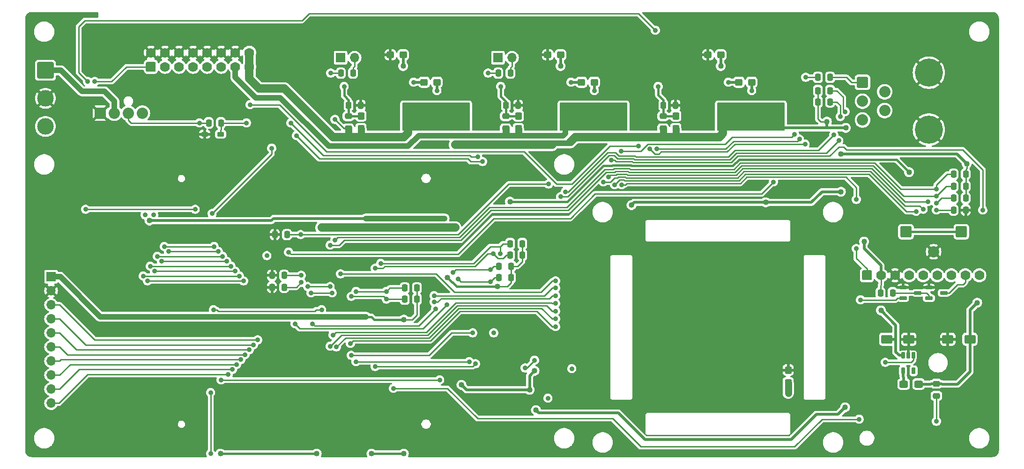
<source format=gbr>
G04 #@! TF.GenerationSoftware,KiCad,Pcbnew,8.0.6*
G04 #@! TF.CreationDate,2025-01-27T16:53:46-05:00*
G04 #@! TF.ProjectId,clock,636c6f63-6b2e-46b6-9963-61645f706362,v1.2.0*
G04 #@! TF.SameCoordinates,Original*
G04 #@! TF.FileFunction,Copper,L2,Bot*
G04 #@! TF.FilePolarity,Positive*
%FSLAX46Y46*%
G04 Gerber Fmt 4.6, Leading zero omitted, Abs format (unit mm)*
G04 Created by KiCad (PCBNEW 8.0.6) date 2025-01-27 16:53:46*
%MOMM*%
%LPD*%
G01*
G04 APERTURE LIST*
G04 Aperture macros list*
%AMRoundRect*
0 Rectangle with rounded corners*
0 $1 Rounding radius*
0 $2 $3 $4 $5 $6 $7 $8 $9 X,Y pos of 4 corners*
0 Add a 4 corners polygon primitive as box body*
4,1,4,$2,$3,$4,$5,$6,$7,$8,$9,$2,$3,0*
0 Add four circle primitives for the rounded corners*
1,1,$1+$1,$2,$3*
1,1,$1+$1,$4,$5*
1,1,$1+$1,$6,$7*
1,1,$1+$1,$8,$9*
0 Add four rect primitives between the rounded corners*
20,1,$1+$1,$2,$3,$4,$5,0*
20,1,$1+$1,$4,$5,$6,$7,0*
20,1,$1+$1,$6,$7,$8,$9,0*
20,1,$1+$1,$8,$9,$2,$3,0*%
G04 Aperture macros list end*
G04 #@! TA.AperFunction,ComponentPad*
%ADD10R,1.700000X1.700000*%
G04 #@! TD*
G04 #@! TA.AperFunction,ComponentPad*
%ADD11O,1.700000X1.700000*%
G04 #@! TD*
G04 #@! TA.AperFunction,ComponentPad*
%ADD12RoundRect,0.250000X-0.766000X-0.766000X0.766000X-0.766000X0.766000X0.766000X-0.766000X0.766000X0*%
G04 #@! TD*
G04 #@! TA.AperFunction,ComponentPad*
%ADD13C,2.032000*%
G04 #@! TD*
G04 #@! TA.AperFunction,ComponentPad*
%ADD14C,5.080000*%
G04 #@! TD*
G04 #@! TA.AperFunction,ComponentPad*
%ADD15RoundRect,0.250000X-1.250000X1.250000X-1.250000X-1.250000X1.250000X-1.250000X1.250000X1.250000X0*%
G04 #@! TD*
G04 #@! TA.AperFunction,ComponentPad*
%ADD16C,3.000000*%
G04 #@! TD*
G04 #@! TA.AperFunction,ComponentPad*
%ADD17RoundRect,0.250000X-0.770000X-0.770000X0.770000X-0.770000X0.770000X0.770000X-0.770000X0.770000X0*%
G04 #@! TD*
G04 #@! TA.AperFunction,ComponentPad*
%ADD18C,2.040000*%
G04 #@! TD*
G04 #@! TA.AperFunction,ComponentPad*
%ADD19RoundRect,0.250000X-0.639000X-0.639000X0.639000X-0.639000X0.639000X0.639000X-0.639000X0.639000X0*%
G04 #@! TD*
G04 #@! TA.AperFunction,ComponentPad*
%ADD20C,1.778000*%
G04 #@! TD*
G04 #@! TA.AperFunction,ComponentPad*
%ADD21R,1.300000X1.300000*%
G04 #@! TD*
G04 #@! TA.AperFunction,ComponentPad*
%ADD22RoundRect,0.250000X0.770000X0.770000X-0.770000X0.770000X-0.770000X-0.770000X0.770000X-0.770000X0*%
G04 #@! TD*
G04 #@! TA.AperFunction,ComponentPad*
%ADD23C,1.016000*%
G04 #@! TD*
G04 #@! TA.AperFunction,ComponentPad*
%ADD24C,6.000000*%
G04 #@! TD*
G04 #@! TA.AperFunction,ComponentPad*
%ADD25RoundRect,0.250000X0.639000X-0.639000X0.639000X0.639000X-0.639000X0.639000X-0.639000X-0.639000X0*%
G04 #@! TD*
G04 #@! TA.AperFunction,ComponentPad*
%ADD26C,2.540000*%
G04 #@! TD*
G04 #@! TA.AperFunction,SMDPad,CuDef*
%ADD27RoundRect,0.250000X-0.750000X-0.550000X0.750000X-0.550000X0.750000X0.550000X-0.750000X0.550000X0*%
G04 #@! TD*
G04 #@! TA.AperFunction,SMDPad,CuDef*
%ADD28RoundRect,0.250000X0.750000X0.550000X-0.750000X0.550000X-0.750000X-0.550000X0.750000X-0.550000X0*%
G04 #@! TD*
G04 #@! TA.AperFunction,SMDPad,CuDef*
%ADD29RoundRect,0.150000X-0.550000X-0.150000X0.550000X-0.150000X0.550000X0.150000X-0.550000X0.150000X0*%
G04 #@! TD*
G04 #@! TA.AperFunction,SMDPad,CuDef*
%ADD30RoundRect,0.250000X0.375000X-0.400000X0.375000X0.400000X-0.375000X0.400000X-0.375000X-0.400000X0*%
G04 #@! TD*
G04 #@! TA.AperFunction,SMDPad,CuDef*
%ADD31RoundRect,0.250000X0.400000X0.375000X-0.400000X0.375000X-0.400000X-0.375000X0.400000X-0.375000X0*%
G04 #@! TD*
G04 #@! TA.AperFunction,SMDPad,CuDef*
%ADD32RoundRect,0.250000X-0.400000X-0.375000X0.400000X-0.375000X0.400000X0.375000X-0.400000X0.375000X0*%
G04 #@! TD*
G04 #@! TA.AperFunction,SMDPad,CuDef*
%ADD33RoundRect,0.250000X0.250000X0.400000X-0.250000X0.400000X-0.250000X-0.400000X0.250000X-0.400000X0*%
G04 #@! TD*
G04 #@! TA.AperFunction,SMDPad,CuDef*
%ADD34RoundRect,0.250000X-0.250000X-0.400000X0.250000X-0.400000X0.250000X0.400000X-0.250000X0.400000X0*%
G04 #@! TD*
G04 #@! TA.AperFunction,SMDPad,CuDef*
%ADD35RoundRect,0.250000X0.400000X-0.250000X0.400000X0.250000X-0.400000X0.250000X-0.400000X-0.250000X0*%
G04 #@! TD*
G04 #@! TA.AperFunction,SMDPad,CuDef*
%ADD36RoundRect,0.250000X-0.500000X-0.400000X0.500000X-0.400000X0.500000X0.400000X-0.500000X0.400000X0*%
G04 #@! TD*
G04 #@! TA.AperFunction,SMDPad,CuDef*
%ADD37RoundRect,0.207500X0.422500X0.207500X-0.422500X0.207500X-0.422500X-0.207500X0.422500X-0.207500X0*%
G04 #@! TD*
G04 #@! TA.AperFunction,SMDPad,CuDef*
%ADD38RoundRect,0.175000X-0.175000X0.425000X-0.175000X-0.425000X0.175000X-0.425000X0.175000X0.425000X0*%
G04 #@! TD*
G04 #@! TA.AperFunction,SMDPad,CuDef*
%ADD39RoundRect,0.250000X-0.400000X0.250000X-0.400000X-0.250000X0.400000X-0.250000X0.400000X0.250000X0*%
G04 #@! TD*
G04 #@! TA.AperFunction,ViaPad*
%ADD40C,1.016000*%
G04 #@! TD*
G04 #@! TA.AperFunction,ViaPad*
%ADD41C,0.889000*%
G04 #@! TD*
G04 #@! TA.AperFunction,ViaPad*
%ADD42C,1.524000*%
G04 #@! TD*
G04 #@! TA.AperFunction,ViaPad*
%ADD43C,1.270000*%
G04 #@! TD*
G04 #@! TA.AperFunction,Conductor*
%ADD44C,0.508000*%
G04 #@! TD*
G04 #@! TA.AperFunction,Conductor*
%ADD45C,0.254000*%
G04 #@! TD*
G04 #@! TA.AperFunction,Conductor*
%ADD46C,0.381000*%
G04 #@! TD*
G04 #@! TA.AperFunction,Conductor*
%ADD47C,1.270000*%
G04 #@! TD*
G04 #@! TA.AperFunction,Conductor*
%ADD48C,1.016000*%
G04 #@! TD*
G04 #@! TA.AperFunction,Conductor*
%ADD49C,1.524000*%
G04 #@! TD*
G04 APERTURE END LIST*
D10*
X144272000Y-67056000D03*
D11*
X146812000Y-67056000D03*
D10*
X115824000Y-67056000D03*
D11*
X118364000Y-67056000D03*
D12*
X210159600Y-71526400D03*
D13*
X214160100Y-73228200D03*
X210159600Y-74930000D03*
X214160100Y-76631800D03*
X210159600Y-78333600D03*
D14*
X222148400Y-69786500D03*
X222148400Y-80073500D03*
D15*
X62484000Y-69342000D03*
D16*
X62484000Y-74422000D03*
X62484000Y-79502000D03*
D17*
X72390000Y-77089000D03*
D18*
X74930000Y-77089000D03*
X77470000Y-77089000D03*
X80010000Y-77089000D03*
D19*
X210947000Y-106426000D03*
D20*
X213487000Y-106426000D03*
X216027000Y-106426000D03*
X218567000Y-106426000D03*
X221107000Y-106426000D03*
X223647000Y-106426000D03*
X226187000Y-106426000D03*
X228727000Y-106426000D03*
X231267000Y-106426000D03*
D21*
X180198000Y-70836000D03*
X180198000Y-72136000D03*
X180198000Y-73436000D03*
X181498000Y-70836000D03*
X181498000Y-72136000D03*
X181498000Y-73436000D03*
X151750000Y-70836000D03*
X151750000Y-72136000D03*
X151750000Y-73436000D03*
X153050000Y-70836000D03*
X153050000Y-72136000D03*
X153050000Y-73436000D03*
X123302000Y-70836000D03*
X123302000Y-72136000D03*
X123302000Y-73436000D03*
X124602000Y-70836000D03*
X124602000Y-72136000D03*
X124602000Y-73436000D03*
D22*
X228012000Y-98552000D03*
X218012000Y-98552000D03*
D18*
X223012000Y-102152000D03*
D23*
X121920000Y-111760000D03*
X131445000Y-112522000D03*
X135890000Y-123952000D03*
X135890000Y-119380000D03*
X144780000Y-129540000D03*
X142240000Y-129540000D03*
X139700000Y-129540000D03*
X139700000Y-134620000D03*
X134620000Y-134620000D03*
X144780000Y-134620000D03*
X145034000Y-121920000D03*
X113157000Y-77597000D03*
X109220000Y-73660000D03*
X104140000Y-78740000D03*
X200660000Y-99060000D03*
X198120000Y-121920000D03*
X198120000Y-119380000D03*
X198120000Y-109220000D03*
X170180000Y-121920000D03*
X208280000Y-109220000D03*
X208280000Y-111760000D03*
X208280000Y-119380000D03*
X209550000Y-129540000D03*
X65786000Y-74422000D03*
X65786000Y-76962000D03*
X65786000Y-71882000D03*
X66040000Y-86360000D03*
X66040000Y-88900000D03*
X66040000Y-91440000D03*
X72390000Y-82042000D03*
X72390000Y-79502000D03*
X74930000Y-79502000D03*
X71120000Y-86360000D03*
X71120000Y-88900000D03*
X71120000Y-91440000D03*
X73660000Y-96520000D03*
X71120000Y-96520000D03*
X66040000Y-96520000D03*
X81280000Y-80264000D03*
X83312000Y-80264000D03*
X85344000Y-77216000D03*
X82804000Y-77216000D03*
X85344000Y-74676000D03*
X82804000Y-74676000D03*
X82804000Y-72136000D03*
X80264000Y-72136000D03*
X77724000Y-72136000D03*
X75184000Y-72136000D03*
X207772000Y-82550000D03*
X211836000Y-82550000D03*
X211836000Y-80010000D03*
X211836000Y-90170000D03*
X211836000Y-92710000D03*
X211836000Y-95250000D03*
X209296000Y-89154000D03*
X207772000Y-90932000D03*
X204470000Y-89916000D03*
X216408000Y-95250000D03*
X216408000Y-87630000D03*
X198120000Y-60452000D03*
X200660000Y-60452000D03*
X203200000Y-60452000D03*
X208280000Y-60452000D03*
X210820000Y-60452000D03*
X213360000Y-60452000D03*
X218440000Y-60452000D03*
X220980000Y-60452000D03*
X223520000Y-60452000D03*
X218440000Y-101600000D03*
X215900000Y-101600000D03*
X222504000Y-97282000D03*
X220980000Y-111760000D03*
X109220000Y-104140000D03*
X106680000Y-104140000D03*
X104140000Y-104140000D03*
X109220000Y-101600000D03*
X104140000Y-101600000D03*
X109220000Y-111760000D03*
X109220000Y-121920000D03*
X106680000Y-121920000D03*
X106680000Y-127000000D03*
X109220000Y-127000000D03*
X123190000Y-126492000D03*
X88900000Y-99060000D03*
X88900000Y-111760000D03*
X116840000Y-104140000D03*
X128270000Y-123952000D03*
X130810000Y-123952000D03*
X130810000Y-119380000D03*
X128270000Y-119380000D03*
X143510000Y-88392000D03*
X146050000Y-88392000D03*
X148590000Y-88392000D03*
X152400000Y-97790000D03*
X149860000Y-97790000D03*
X162560000Y-99060000D03*
X162560000Y-101600000D03*
X162560000Y-104140000D03*
X162560000Y-119380000D03*
X162560000Y-121920000D03*
X162560000Y-116840000D03*
X138430000Y-88392000D03*
X147320000Y-97790000D03*
X108712000Y-83566000D03*
X106426000Y-81280000D03*
X101600000Y-81280000D03*
X96520000Y-81280000D03*
X88900000Y-81280000D03*
X132080000Y-94488000D03*
X129540000Y-94488000D03*
D24*
X72624000Y-67707000D03*
X108224000Y-67707000D03*
D25*
X81534000Y-68707000D03*
D20*
X81534000Y-66167000D03*
X84074000Y-68707000D03*
X84074000Y-66167000D03*
X86614000Y-68707000D03*
X86614000Y-66167000D03*
X89154000Y-68707000D03*
X89154000Y-66167000D03*
X91694000Y-68707000D03*
X91694000Y-66167000D03*
X94234000Y-68707000D03*
X94234000Y-66167000D03*
X96774000Y-68707000D03*
X96774000Y-66167000D03*
X99314000Y-68707000D03*
X99314000Y-66167000D03*
D23*
X116840000Y-101600000D03*
X124460000Y-101600000D03*
X127000000Y-101600000D03*
X135890000Y-101600000D03*
X152273000Y-105410000D03*
X190491329Y-90178671D03*
X182880000Y-94996000D03*
X175260000Y-94996000D03*
X172720000Y-94996000D03*
D26*
X231902000Y-74930000D03*
X231902000Y-69850000D03*
X231902000Y-80010000D03*
X226822000Y-80010000D03*
X226822000Y-74930000D03*
X226822000Y-69850000D03*
D23*
X123190000Y-119380000D03*
X114046000Y-138684000D03*
X118618000Y-138684000D03*
X212090000Y-118110000D03*
X177673000Y-100965000D03*
X172593000Y-100965000D03*
X72390000Y-74930000D03*
X92964000Y-72136000D03*
X95504000Y-72136000D03*
X73660000Y-116840000D03*
X88900000Y-116840000D03*
X81280000Y-116840000D03*
X81280000Y-111760000D03*
X73660000Y-111760000D03*
X73660000Y-127000000D03*
X81280000Y-127000000D03*
X88900000Y-127000000D03*
X198120000Y-111760000D03*
X96520000Y-116840000D03*
X96520000Y-111760000D03*
X220980000Y-137160000D03*
X226060000Y-137160000D03*
X116840000Y-94488000D03*
X104140000Y-94488000D03*
X106680000Y-94488000D03*
X109220000Y-94488000D03*
X204470000Y-100076000D03*
X207010000Y-100076000D03*
X167640000Y-137160000D03*
X200660000Y-137160000D03*
X123190000Y-123952000D03*
X231140000Y-101600000D03*
X180340000Y-94996000D03*
X187960000Y-94996000D03*
X190500000Y-94996000D03*
X101600000Y-78740000D03*
X207518000Y-72898000D03*
X200660000Y-68580000D03*
X201930000Y-82550000D03*
X161290000Y-83820000D03*
X148590000Y-91440000D03*
X111379000Y-75819000D03*
X106426000Y-83566000D03*
X227076000Y-109855000D03*
X213360000Y-129540000D03*
X223520000Y-87630000D03*
X116840000Y-111760000D03*
X94615000Y-127000000D03*
X86360000Y-93345000D03*
X114300000Y-94488000D03*
X97790000Y-73660000D03*
X124460000Y-94488000D03*
X132842000Y-107950000D03*
X121920000Y-107950000D03*
X132080000Y-82550000D03*
D27*
X214535000Y-117983000D03*
X218535000Y-117983000D03*
D28*
X229584000Y-117983000D03*
X225584000Y-117983000D03*
X127984000Y-77724000D03*
X123984000Y-77724000D03*
X184880000Y-77724000D03*
X180880000Y-77724000D03*
X156432000Y-77724000D03*
X152432000Y-77724000D03*
D10*
X63500000Y-106680000D03*
D11*
X63500000Y-109220000D03*
X63500000Y-111760000D03*
X63500000Y-114300000D03*
X63500000Y-116840000D03*
X63500000Y-119380000D03*
X63500000Y-121920000D03*
X63500000Y-124460000D03*
X63500000Y-127000000D03*
X63500000Y-129540000D03*
D29*
X222170000Y-110551000D03*
X222170000Y-108651000D03*
X224870000Y-109601000D03*
X217471000Y-110551000D03*
X217471000Y-108651000D03*
X220171000Y-109601000D03*
D30*
X196723000Y-125864000D03*
X196723000Y-123564000D03*
D31*
X184538000Y-66548000D03*
X182238000Y-66548000D03*
X155582000Y-66548000D03*
X153282000Y-66548000D03*
X127134000Y-66548000D03*
X124834000Y-66548000D03*
D32*
X187826000Y-71501000D03*
X190126000Y-71501000D03*
X159378000Y-71501000D03*
X161678000Y-71501000D03*
X130930000Y-71501000D03*
X133230000Y-71501000D03*
D30*
X176403000Y-79890000D03*
X176403000Y-77590000D03*
X147955000Y-79890000D03*
X147955000Y-77590000D03*
X119507000Y-79890000D03*
X119507000Y-77590000D03*
D33*
X129624000Y-110744000D03*
X127424000Y-110744000D03*
X129624000Y-108712000D03*
X127424000Y-108712000D03*
D34*
X103929000Y-99060000D03*
X106129000Y-99060000D03*
X202100000Y-73025000D03*
X204300000Y-73025000D03*
X202100000Y-75057000D03*
X204300000Y-75057000D03*
X202100000Y-70612000D03*
X204300000Y-70612000D03*
D33*
X215603000Y-109601000D03*
X213403000Y-109601000D03*
D34*
X91991000Y-78867000D03*
X94191000Y-78867000D03*
D33*
X146515000Y-69850000D03*
X144315000Y-69850000D03*
X118067000Y-69850000D03*
X115867000Y-69850000D03*
D35*
X174117000Y-79840000D03*
X174117000Y-77640000D03*
D34*
X174160000Y-75692000D03*
X176360000Y-75692000D03*
D35*
X145669000Y-79840000D03*
X145669000Y-77640000D03*
D34*
X145712000Y-75692000D03*
X147912000Y-75692000D03*
D35*
X117221000Y-79840000D03*
X117221000Y-77640000D03*
D34*
X117264000Y-75692000D03*
X119464000Y-75692000D03*
D33*
X105621000Y-108585000D03*
X103421000Y-108585000D03*
X105621000Y-106426000D03*
X103421000Y-106426000D03*
X148674000Y-100711000D03*
X146474000Y-100711000D03*
X148674000Y-102743000D03*
X146474000Y-102743000D03*
X228811000Y-88138000D03*
X226611000Y-88138000D03*
X228811000Y-90297000D03*
X226611000Y-90297000D03*
X228811000Y-92456000D03*
X226611000Y-92456000D03*
D34*
X226611000Y-94615000D03*
X228811000Y-94615000D03*
X144442000Y-106807000D03*
X146642000Y-106807000D03*
X144442000Y-104775000D03*
X146642000Y-104775000D03*
D36*
X217598000Y-126111000D03*
X220298000Y-126111000D03*
D37*
X94140000Y-80899000D03*
X91280000Y-80899000D03*
D38*
X217490000Y-120901000D03*
X218440000Y-120901000D03*
X219390000Y-120901000D03*
X219390000Y-123701000D03*
X217490000Y-123701000D03*
D39*
X223520000Y-126027000D03*
X223520000Y-128227000D03*
D40*
X151130000Y-130810000D03*
X137668000Y-126238000D03*
X150876056Y-123698000D03*
X149987000Y-127127006D03*
X207010000Y-130302000D03*
X123952000Y-68580000D03*
X150368000Y-61976000D03*
X178816000Y-75692000D03*
X182880000Y-75692000D03*
X152400000Y-79756000D03*
X125984000Y-75692000D03*
X121920000Y-64008000D03*
X152400000Y-68580000D03*
X180848000Y-79756000D03*
X150368000Y-79756000D03*
X179324000Y-61976000D03*
X150368000Y-64008000D03*
X178816000Y-79756000D03*
X150368000Y-68580000D03*
X179324000Y-64008000D03*
X150368000Y-77724000D03*
X183388000Y-61976000D03*
X121920000Y-66548000D03*
X179324000Y-68580000D03*
X180848000Y-75692000D03*
X154432000Y-61976000D03*
X178816000Y-77724000D03*
X154432000Y-75692000D03*
X154432000Y-79756000D03*
X181356000Y-68580000D03*
X121920000Y-68580000D03*
X125984000Y-61976000D03*
X152400000Y-61976000D03*
X121920000Y-75692000D03*
X121920000Y-61975992D03*
X123952000Y-79756000D03*
X125984000Y-79756000D03*
X123952000Y-61976000D03*
X152400000Y-75692000D03*
X123952000Y-75692000D03*
X182880000Y-79756000D03*
X179324000Y-66548000D03*
X181356000Y-61976000D03*
X121920000Y-79756000D03*
X150368000Y-75692000D03*
X121920000Y-77724000D03*
X150368000Y-66548000D03*
X158496000Y-77724000D03*
X158496000Y-79756000D03*
X166624000Y-75692000D03*
X156464000Y-79756000D03*
X134620000Y-81153000D03*
X121412000Y-138684000D03*
X206248000Y-84455000D03*
X156464000Y-75692000D03*
X120396006Y-96138980D03*
X168402000Y-93726000D03*
X81280000Y-96520000D03*
X103378000Y-113919000D03*
X206248000Y-91313000D03*
X160528000Y-75692000D03*
X166624000Y-79756000D03*
X135128000Y-106807000D03*
X120396000Y-113918978D03*
X127254000Y-114427000D03*
X163576000Y-79756000D03*
X228981000Y-86233000D03*
X144145000Y-108458000D03*
X127254000Y-138684000D03*
X160528000Y-77724000D03*
X192659000Y-93218000D03*
D41*
X143256000Y-81153000D03*
D40*
X160528000Y-79756000D03*
X134620000Y-96138980D03*
X166624000Y-77724000D03*
X158496000Y-75692000D03*
X213487000Y-112776006D03*
X195072000Y-75692000D03*
X188976000Y-77724000D03*
X184912000Y-79756000D03*
D42*
X136525000Y-97790000D03*
D41*
X92837000Y-112649000D03*
X171704000Y-81407000D03*
D40*
X203708000Y-78613001D03*
X130937000Y-97790000D03*
X184912000Y-75692000D03*
X188976000Y-75692000D03*
D42*
X112395000Y-97790000D03*
D40*
X111506000Y-138684000D03*
X195072000Y-79756000D03*
D41*
X112395000Y-112649000D03*
D40*
X195072000Y-77724000D03*
X192024000Y-79756000D03*
X94107020Y-138684000D03*
X188976000Y-79756000D03*
X207137000Y-79756000D03*
X210439000Y-100330010D03*
X186944000Y-79756000D03*
D42*
X136525000Y-82804000D03*
D40*
X186944000Y-75692000D03*
X186944000Y-77724000D03*
D41*
X185928000Y-71501000D03*
X190119000Y-73025000D03*
X157480000Y-71501000D03*
X161671000Y-73025000D03*
X129032000Y-71501000D03*
X133223000Y-73025000D03*
X173228000Y-72263000D03*
X144780000Y-72263000D03*
D40*
X146431000Y-93091000D03*
X218567000Y-87757000D03*
D41*
X116459000Y-72263000D03*
X194056000Y-89535000D03*
X106426006Y-102235000D03*
X223520000Y-132842000D03*
X90297000Y-78867000D03*
X80518000Y-95504000D03*
X98806000Y-78867000D03*
X81407000Y-104775000D03*
X96012000Y-104775000D03*
X83439000Y-103886000D03*
X95250000Y-103886000D03*
X82677000Y-102997000D03*
X94488000Y-102997000D03*
X93726000Y-102108000D03*
X84709000Y-102108000D03*
X98298000Y-107442000D03*
X80899000Y-107442000D03*
X153289000Y-128651000D03*
X150876000Y-121793000D03*
X149161754Y-123190000D03*
X172974000Y-83566000D03*
X198755000Y-81788000D03*
X199771000Y-82677000D03*
X171704000Y-83566000D03*
D40*
X230886006Y-111379000D03*
D41*
X154686000Y-108712000D03*
X132715000Y-110109000D03*
X205867000Y-82042000D03*
X155575000Y-92202000D03*
X207010000Y-76835000D03*
X143510000Y-116840000D03*
X156464000Y-91313000D03*
X132715000Y-111252000D03*
X204978006Y-81026000D03*
X206121000Y-77724000D03*
X154686000Y-110109000D03*
X108712000Y-107696000D03*
X108712000Y-106426000D03*
X223520000Y-93344990D03*
X223520000Y-94614994D03*
X157607000Y-123317000D03*
D43*
X196723000Y-127742000D03*
D40*
X155575000Y-68580000D03*
X184531000Y-68580000D03*
X127127000Y-68580000D03*
D41*
X96774000Y-105664000D03*
X82169000Y-105664000D03*
X97536000Y-106553000D03*
X80137000Y-106553000D03*
X82042000Y-95504000D03*
X100838000Y-118110000D03*
X100076000Y-118999004D03*
X99314000Y-119888000D03*
X98552000Y-120777000D03*
X97790002Y-121665998D03*
X97028001Y-122554999D03*
X96266000Y-123444000D03*
X95504008Y-124333000D03*
X83947000Y-101219000D03*
X92964000Y-101219000D03*
X92329000Y-138684000D03*
X92329000Y-127635000D03*
X214249000Y-122174000D03*
X209804000Y-110871000D03*
X102489000Y-102870000D03*
X154686000Y-107442000D03*
X164719000Y-85598000D03*
X231902000Y-94615000D03*
X115824000Y-106172000D03*
X142875000Y-105410000D03*
X132969000Y-112522000D03*
X136144000Y-105918000D03*
X110744000Y-115189000D03*
X71374000Y-71374000D03*
X69723000Y-94488000D03*
X89535000Y-94487984D03*
X163322000Y-89535000D03*
X113919000Y-119253000D03*
X154686000Y-112903000D03*
X221107000Y-94488000D03*
X115062000Y-119380000D03*
X219837000Y-94869000D03*
X165354000Y-90043000D03*
X154686000Y-114300000D03*
X114300000Y-109601000D03*
X223520000Y-90805000D03*
X114808000Y-100076000D03*
X110490000Y-109601000D03*
X108585000Y-99060000D03*
X197866000Y-80899000D03*
X166497000Y-83947000D03*
X153416000Y-89916000D03*
X199898004Y-70612000D03*
X109855000Y-108458000D03*
X113919000Y-100965000D03*
X223520000Y-92075000D03*
X113919000Y-108458000D03*
X107569000Y-115189000D03*
X142875000Y-107568990D03*
X135001000Y-111760000D03*
X137033000Y-107061000D03*
D40*
X130048000Y-77724000D03*
X128016000Y-75692000D03*
X138176000Y-77724000D03*
X130048000Y-75692000D03*
X132080000Y-75692000D03*
X128016000Y-79756000D03*
X135128000Y-79756000D03*
X132080000Y-79756000D03*
X138176000Y-75692000D03*
X132080000Y-77724000D03*
D41*
X114808000Y-78232000D03*
D40*
X130048000Y-79756000D03*
X138176000Y-79756000D03*
D41*
X70104000Y-71374000D03*
X172720000Y-62103000D03*
X143383000Y-102489000D03*
X122047000Y-105156000D03*
X117728994Y-110236000D03*
X124079000Y-110744000D03*
X124079000Y-109347000D03*
X118618000Y-109347000D03*
X99441000Y-75565000D03*
X169672000Y-83058000D03*
X123063000Y-104267000D03*
X144653000Y-102489000D03*
X209042000Y-101600000D03*
X117602000Y-118745000D03*
X166624000Y-90043000D03*
X209042002Y-92710000D03*
X154685994Y-115697000D03*
X125349000Y-126873000D03*
X209550000Y-132461000D03*
X107823000Y-81153000D03*
X141478000Y-85852000D03*
X133731000Y-125349000D03*
X94234000Y-125349000D03*
X140208000Y-122428000D03*
X122047000Y-122936000D03*
X118618000Y-122047000D03*
X139065000Y-122047000D03*
X154686000Y-111506000D03*
X164211000Y-88646000D03*
X114427000Y-117221000D03*
X221996000Y-93091000D03*
X139700000Y-116840000D03*
X117729000Y-120904000D03*
X140589000Y-84963000D03*
X92583000Y-95250000D03*
X114046000Y-69850000D03*
X142494000Y-69850000D03*
X103378000Y-83439006D03*
X106807000Y-78867000D03*
D44*
X197231000Y-136144000D02*
X170815000Y-136144000D01*
X165989000Y-131318000D02*
X151638000Y-131318000D01*
X170815000Y-136144000D02*
X165989000Y-131318000D01*
X205740000Y-131572000D02*
X201803000Y-131572000D01*
X138557006Y-127127006D02*
X137668000Y-126238000D01*
X151638000Y-131318000D02*
X151130000Y-130810000D01*
X149987000Y-127127006D02*
X149987000Y-124587056D01*
X201803000Y-131572000D02*
X197231000Y-136144000D01*
X149987000Y-127127006D02*
X138557006Y-127127006D01*
X207010000Y-130302000D02*
X205740000Y-131572000D01*
X149987000Y-124587056D02*
X150876056Y-123698000D01*
D45*
X121920000Y-77724000D02*
X121920000Y-75692000D01*
X123952000Y-75692000D02*
X125984000Y-75692000D01*
X121920000Y-66548000D02*
X121920000Y-68580000D01*
X123952000Y-61976000D02*
X125984000Y-61976000D01*
X121920000Y-77724000D02*
X121920000Y-79756000D01*
X150368000Y-77724000D02*
X150368000Y-79756000D01*
X152400000Y-79756000D02*
X154432000Y-79756000D01*
X150368000Y-64008000D02*
X150368000Y-61976000D01*
X180848000Y-79756000D02*
X182880000Y-79756000D01*
X150368000Y-77724000D02*
X150368000Y-75692000D01*
X149352000Y-78740000D02*
X146812000Y-78740000D01*
X121920000Y-64008000D02*
X121920000Y-61975992D01*
X179324000Y-64008000D02*
X179324000Y-61976000D01*
X150368000Y-66548000D02*
X150368000Y-68580000D01*
X152400000Y-75692000D02*
X154432000Y-75692000D01*
D44*
X218440000Y-120901000D02*
X218440000Y-119634000D01*
D45*
X177800000Y-78740000D02*
X175260000Y-78740000D01*
X123952000Y-79756000D02*
X125984000Y-79756000D01*
X178816000Y-77724000D02*
X177800000Y-78740000D01*
D44*
X218535000Y-119539000D02*
X218535000Y-117983000D01*
D45*
X120904000Y-78740000D02*
X118364000Y-78740000D01*
X180848000Y-75692000D02*
X182880000Y-75692000D01*
D44*
X218440000Y-119634000D02*
X218535000Y-119539000D01*
D45*
X178816000Y-77724000D02*
X178816000Y-75692000D01*
X150368000Y-77724000D02*
X149352000Y-78740000D01*
X178816000Y-77724000D02*
X178816000Y-79756000D01*
X121920000Y-77724000D02*
X120904000Y-78740000D01*
X181356000Y-61976000D02*
X183388000Y-61976000D01*
X179324000Y-66548000D02*
X179324000Y-68580000D01*
X152400000Y-61976000D02*
X154432000Y-61976000D01*
X145923000Y-108458000D02*
X144145000Y-108458000D01*
D44*
X103304895Y-96520000D02*
X103685915Y-96138980D01*
D45*
X158496000Y-77724000D02*
X158496000Y-79756000D01*
X145669000Y-81153000D02*
X145669000Y-80772000D01*
X146642000Y-107739000D02*
X145923000Y-108458000D01*
D46*
X121411978Y-113918978D02*
X120396000Y-113918978D01*
D44*
X192659000Y-93218000D02*
X200914000Y-93218000D01*
D45*
X163576000Y-79756000D02*
X160528000Y-79756000D01*
D46*
X135128000Y-106807000D02*
X136779000Y-108458000D01*
D47*
X147955000Y-79890000D02*
X147955000Y-80645000D01*
D46*
X136779000Y-108458000D02*
X144145000Y-108458000D01*
D44*
X168910000Y-93218000D02*
X192659000Y-93218000D01*
D48*
X96774000Y-70612000D02*
X96774000Y-68707000D01*
X134620000Y-96138980D02*
X120396006Y-96138980D01*
X65151000Y-106680000D02*
X63500000Y-106680000D01*
D45*
X166624000Y-77724000D02*
X166624000Y-75692000D01*
X129624000Y-108712000D02*
X129624000Y-110744000D01*
D48*
X134620000Y-81153000D02*
X143256000Y-81153000D01*
D44*
X103304895Y-96520000D02*
X81280000Y-96520000D01*
D48*
X143256000Y-81153000D02*
X145669000Y-81153000D01*
D45*
X163576000Y-79756000D02*
X166624000Y-79756000D01*
X148674000Y-100711000D02*
X148674000Y-102743000D01*
D44*
X228981000Y-86233000D02*
X227203000Y-84455000D01*
D48*
X113665000Y-83058000D02*
X104902000Y-74295000D01*
D45*
X228981000Y-87122000D02*
X228811000Y-87292000D01*
X147828000Y-104775000D02*
X146642000Y-104775000D01*
D48*
X129921000Y-81153000D02*
X128016000Y-83058000D01*
D45*
X228811000Y-88138000D02*
X228811000Y-90297000D01*
X148674000Y-102743000D02*
X148674000Y-103929000D01*
D48*
X103378000Y-113919000D02*
X72390000Y-113919000D01*
X145669011Y-81152989D02*
X147955000Y-81152989D01*
D45*
X129624000Y-110744000D02*
X129624000Y-113581000D01*
X148674000Y-103929000D02*
X147828000Y-104775000D01*
X228981000Y-86233000D02*
X228981000Y-87122000D01*
X145669000Y-79840000D02*
X145669000Y-80264000D01*
X228811000Y-90297000D02*
X228811000Y-92456000D01*
D48*
X147955000Y-81152989D02*
X156074610Y-81152989D01*
D44*
X103685915Y-96138980D02*
X120396006Y-96138980D01*
D45*
X160528000Y-77724000D02*
X160528000Y-75692000D01*
D48*
X128016000Y-83058000D02*
X113665000Y-83058000D01*
X156464000Y-80763599D02*
X156464000Y-79756000D01*
X100457000Y-74295000D02*
X96774000Y-70612000D01*
D46*
X127254000Y-138684000D02*
X121412000Y-138684000D01*
D48*
X72390000Y-113919000D02*
X65151000Y-106680000D01*
D46*
X127254000Y-114427000D02*
X121920000Y-114427000D01*
D45*
X228811000Y-87292000D02*
X228811000Y-88138000D01*
D48*
X134620000Y-81153000D02*
X129921000Y-81153000D01*
D44*
X227203000Y-84455000D02*
X206248000Y-84455000D01*
D45*
X129624000Y-113581000D02*
X128778000Y-114427000D01*
D48*
X104902000Y-74295000D02*
X100457000Y-74295000D01*
D45*
X128778000Y-114427000D02*
X127254000Y-114427000D01*
X146642000Y-106807000D02*
X146642000Y-107739000D01*
X146642000Y-104775000D02*
X146642000Y-106807000D01*
D47*
X145669000Y-80264000D02*
X145669000Y-80772000D01*
D44*
X168402000Y-93726000D02*
X168910000Y-93218000D01*
D45*
X158496000Y-77724000D02*
X158496000Y-75692000D01*
D44*
X200914000Y-93218000D02*
X202819000Y-91313000D01*
X202819000Y-91313000D02*
X206248000Y-91313000D01*
D48*
X103378000Y-113919000D02*
X120395978Y-113919000D01*
D46*
X121920000Y-114427000D02*
X121411978Y-113918978D01*
D48*
X156074610Y-81152989D02*
X156464000Y-80763599D01*
X147955000Y-80645000D02*
X147955000Y-81152989D01*
D45*
X213487000Y-106426000D02*
X213487000Y-108204000D01*
D49*
X136525000Y-82804000D02*
X154051000Y-82804000D01*
D45*
X195072000Y-75692000D02*
X195072000Y-77724000D01*
X174117000Y-79840000D02*
X174117000Y-80264000D01*
D48*
X157353000Y-82550000D02*
X154051000Y-82550000D01*
D44*
X217490000Y-120901000D02*
X216786000Y-120901000D01*
D47*
X176403000Y-79890000D02*
X176403000Y-81407000D01*
D45*
X195072000Y-79756000D02*
X192024000Y-79756000D01*
D44*
X216154000Y-118745000D02*
X216154000Y-117983000D01*
D45*
X111379000Y-112649000D02*
X111125000Y-112903000D01*
X202100000Y-75057000D02*
X202100000Y-73025000D01*
D44*
X213487000Y-104648000D02*
X210439000Y-101600000D01*
D49*
X171704000Y-81407000D02*
X158242000Y-81407000D01*
D45*
X202100000Y-75057000D02*
X202100000Y-78148000D01*
D49*
X171704000Y-81407000D02*
X174117000Y-81407000D01*
D46*
X94107020Y-138684000D02*
X111506000Y-138684000D01*
D44*
X216154000Y-115443000D02*
X213487006Y-112776006D01*
D49*
X184277000Y-81407000D02*
X184912000Y-80772000D01*
D44*
X214535000Y-117983000D02*
X216154000Y-117983000D01*
D45*
X213487000Y-108204000D02*
X213403000Y-108288000D01*
D49*
X184912000Y-80772000D02*
X184912000Y-79756000D01*
D45*
X188976000Y-79756000D02*
X192024000Y-79756000D01*
D44*
X203708000Y-79756000D02*
X195072000Y-79756000D01*
X210439000Y-101600000D02*
X210439000Y-100330010D01*
X203708000Y-78613001D02*
X203708000Y-79756000D01*
D45*
X188976000Y-77724000D02*
X188976000Y-75692000D01*
X111125000Y-112903000D02*
X93726000Y-112903000D01*
X154051000Y-82804000D02*
X154051000Y-82550000D01*
D49*
X130937000Y-97790000D02*
X113599650Y-97790000D01*
X174117000Y-81407000D02*
X176403000Y-81407000D01*
D45*
X112395000Y-112649000D02*
X111379000Y-112649000D01*
D49*
X176403000Y-81407000D02*
X184277000Y-81407000D01*
D45*
X93726000Y-112903000D02*
X93472000Y-112649000D01*
X202565001Y-78613001D02*
X202100000Y-78148000D01*
D44*
X213487000Y-106426000D02*
X213487000Y-104648000D01*
X216786000Y-120901000D02*
X216154000Y-120269000D01*
D47*
X174117000Y-80264000D02*
X174117000Y-81407000D01*
D45*
X186944000Y-77724000D02*
X186944000Y-79756000D01*
D44*
X203708000Y-79756000D02*
X207137000Y-79756000D01*
D49*
X158242000Y-81407000D02*
X157353000Y-82296000D01*
D45*
X93472000Y-112649000D02*
X92837000Y-112649000D01*
D44*
X216154000Y-120269000D02*
X216154000Y-118745000D01*
X216154000Y-117983000D02*
X216154000Y-115443000D01*
D45*
X213403000Y-108288000D02*
X213403000Y-109601000D01*
D49*
X136525000Y-97790000D02*
X130937000Y-97790000D01*
X112395000Y-97790000D02*
X113665000Y-97790000D01*
D45*
X203708000Y-78613001D02*
X202565001Y-78613001D01*
X186944000Y-77724000D02*
X186944000Y-75692000D01*
D44*
X213487006Y-112776006D02*
X213487000Y-112776006D01*
D45*
X157353000Y-82296000D02*
X157353000Y-82550000D01*
D44*
X185928000Y-71501000D02*
X187826000Y-71501000D01*
X190126000Y-71501000D02*
X190126000Y-72383000D01*
X190119000Y-72390000D02*
X190119000Y-73025000D01*
X190126000Y-72383000D02*
X190119000Y-72390000D01*
X157480000Y-71501000D02*
X159378000Y-71501000D01*
X161671000Y-72390000D02*
X161671000Y-73025000D01*
X161678000Y-71501000D02*
X161678000Y-72383000D01*
X161678000Y-72383000D02*
X161671000Y-72390000D01*
X129032000Y-71501000D02*
X130930000Y-71501000D01*
X133230000Y-71501000D02*
X133230000Y-72383000D01*
X133230000Y-72383000D02*
X133223000Y-72390000D01*
X133223000Y-72390000D02*
X133223000Y-73025000D01*
D46*
X174117000Y-76708000D02*
X174117000Y-77640000D01*
X174117000Y-77640000D02*
X175176000Y-77640000D01*
X174160000Y-74719000D02*
X174160000Y-75692000D01*
X173228000Y-72263000D02*
X173228000Y-73787000D01*
X174160000Y-76665000D02*
X174117000Y-76708000D01*
X176403000Y-77590000D02*
X175226000Y-77590000D01*
X175226000Y-77590000D02*
X175176000Y-77640000D01*
X173228000Y-73787000D02*
X174160000Y-74719000D01*
X174160000Y-75692000D02*
X174160000Y-76665000D01*
X145712000Y-75692000D02*
X145712000Y-76665000D01*
X145712000Y-76665000D02*
X145669000Y-76708000D01*
X145712000Y-74973000D02*
X145712000Y-75692000D01*
X145669000Y-77640000D02*
X146728000Y-77640000D01*
X146778000Y-77590000D02*
X146728000Y-77640000D01*
X147955000Y-77590000D02*
X146778000Y-77590000D01*
X144780000Y-72263000D02*
X144780000Y-74041000D01*
X145669000Y-76708000D02*
X145669000Y-77640000D01*
X144780000Y-74041000D02*
X145712000Y-74973000D01*
X156781530Y-93154470D02*
X163322000Y-86614000D01*
X168275000Y-86487000D02*
X168402000Y-86614000D01*
X186690000Y-86614000D02*
X187833000Y-85471000D01*
X216281000Y-85471000D02*
X218567000Y-87757000D01*
X146431000Y-93091000D02*
X146494470Y-93154470D01*
X187833000Y-85471000D02*
X216281000Y-85471000D01*
X146494470Y-93154470D02*
X156781530Y-93154470D01*
X164973000Y-86487000D02*
X168275000Y-86487000D01*
X218012000Y-98552000D02*
X228012000Y-98552000D01*
X163322000Y-86614000D02*
X164846000Y-86614000D01*
X168402000Y-86614000D02*
X186690000Y-86614000D01*
X164846000Y-86614000D02*
X164973000Y-86487000D01*
X117264000Y-75692000D02*
X117264000Y-76665000D01*
X117264000Y-76665000D02*
X117221000Y-76708000D01*
X117264000Y-74719000D02*
X117264000Y-75692000D01*
X118330000Y-77590000D02*
X118280000Y-77640000D01*
X119507000Y-77590000D02*
X118330000Y-77590000D01*
X117221000Y-76708000D02*
X117221000Y-77640000D01*
X116459000Y-73914000D02*
X117264000Y-74719000D01*
X116459000Y-72263000D02*
X116459000Y-73914000D01*
X117221000Y-77640000D02*
X118280000Y-77640000D01*
D45*
X143510000Y-96139000D02*
X137033000Y-102616000D01*
X161798000Y-91694000D02*
X157353000Y-96139000D01*
X137033000Y-102616000D02*
X106807006Y-102616000D01*
X106807006Y-102616000D02*
X106426006Y-102235000D01*
X191897000Y-91694000D02*
X161798000Y-91694000D01*
X157353000Y-96139000D02*
X143510000Y-96139000D01*
X194056000Y-89535000D02*
X191897000Y-91694000D01*
X223520000Y-128227000D02*
X223520000Y-132842000D01*
X91991000Y-78867000D02*
X90297000Y-78867000D01*
X90297000Y-78867000D02*
X77978000Y-78867000D01*
X77978000Y-78867000D02*
X77470000Y-78359000D01*
X77470000Y-78359000D02*
X77470000Y-77089000D01*
X146515000Y-68877000D02*
X146812000Y-68580000D01*
X146812000Y-68580000D02*
X146812000Y-67056000D01*
X146515000Y-69850000D02*
X146515000Y-68877000D01*
X118070798Y-68877000D02*
X118364000Y-68583798D01*
X118364000Y-68583798D02*
X118364000Y-67056000D01*
X118067000Y-68877000D02*
X118070798Y-68877000D01*
X118067000Y-68877000D02*
X118067000Y-69850000D01*
X94191000Y-80053000D02*
X94191000Y-79840000D01*
X94140000Y-80104000D02*
X94191000Y-80053000D01*
X94140000Y-80899000D02*
X94140000Y-80104000D01*
X94191000Y-78867000D02*
X94191000Y-79840000D01*
X98806000Y-78867000D02*
X94191000Y-78867000D01*
X81407000Y-104775000D02*
X96012000Y-104775000D01*
X83439000Y-103886000D02*
X95250000Y-103886000D01*
X82677000Y-102997000D02*
X94488000Y-102997000D01*
X84709000Y-102108000D02*
X93726000Y-102108000D01*
X98298000Y-107442000D02*
X80899000Y-107442000D01*
X149479000Y-123190000D02*
X150876000Y-121793000D01*
X149161754Y-123190000D02*
X149479000Y-123190000D01*
X186817000Y-82169000D02*
X198374000Y-82169000D01*
X198374000Y-82169000D02*
X198755000Y-81788000D01*
X185420000Y-83566000D02*
X186817000Y-82169000D01*
X172974000Y-83566000D02*
X185420000Y-83566000D01*
X171704000Y-83566000D02*
X172593000Y-84455000D01*
X173736000Y-84074000D02*
X185674000Y-84074000D01*
X185674000Y-84074000D02*
X187071000Y-82677000D01*
X173355000Y-84455000D02*
X173736000Y-84074000D01*
X172593000Y-84455000D02*
X173355000Y-84455000D01*
X187071000Y-82677000D02*
X199771000Y-82677000D01*
D44*
X229584000Y-123857000D02*
X229584000Y-117983000D01*
X222588000Y-126027000D02*
X223520000Y-126027000D01*
X220298000Y-126111000D02*
X222504000Y-126111000D01*
X229584000Y-117983000D02*
X229584000Y-112681006D01*
X224452000Y-126027000D02*
X224536000Y-126111000D01*
X224536000Y-126111000D02*
X227330000Y-126111000D01*
X223520000Y-126027000D02*
X224452000Y-126027000D01*
X227330000Y-126111000D02*
X229584000Y-123857000D01*
X222504000Y-126111000D02*
X222588000Y-126027000D01*
X229584000Y-112681006D02*
X230378007Y-111886999D01*
X230378007Y-111886999D02*
X230886006Y-111379000D01*
X217490000Y-123701000D02*
X217490000Y-124761000D01*
X217490000Y-124761000D02*
X217598000Y-124869000D01*
X217598000Y-126111000D02*
X217598000Y-124869000D01*
D45*
X152654000Y-110109000D02*
X154051000Y-108712000D01*
X187325000Y-84328000D02*
X203581000Y-84328000D01*
X205486000Y-73025000D02*
X206629000Y-74168000D01*
X156845000Y-92202000D02*
X164338000Y-84709000D01*
X165862000Y-85344000D02*
X168783000Y-85344000D01*
X155575000Y-92202000D02*
X156845000Y-92202000D01*
X206629000Y-76454000D02*
X207010000Y-76835000D01*
X186182000Y-85471000D02*
X187325000Y-84328000D01*
X168783000Y-85344000D02*
X168910000Y-85471000D01*
X204300000Y-73025000D02*
X205486000Y-73025000D01*
X203581000Y-84328000D02*
X205867000Y-82042000D01*
X165227000Y-84709000D02*
X165862000Y-85344000D01*
X154051000Y-108712000D02*
X154686000Y-108712000D01*
X132715000Y-110109000D02*
X152654000Y-110109000D01*
X206629000Y-74168000D02*
X206629000Y-76454000D01*
X168910000Y-85471000D02*
X186182000Y-85471000D01*
X164338000Y-84709000D02*
X165227000Y-84709000D01*
X205486000Y-75057000D02*
X206121000Y-75692000D01*
X133350000Y-111252000D02*
X133985000Y-110617000D01*
X202184006Y-83820000D02*
X204978006Y-81026000D01*
X164084000Y-84201000D02*
X165481000Y-84201000D01*
X166116000Y-84836000D02*
X169037000Y-84836000D01*
X156972000Y-91313000D02*
X164084000Y-84201000D01*
X187071000Y-83820000D02*
X202184006Y-83820000D01*
X154051000Y-110109000D02*
X154686000Y-110109000D01*
X185928000Y-84963000D02*
X187071000Y-83820000D01*
X204300000Y-75057000D02*
X205486000Y-75057000D01*
X153543000Y-110617000D02*
X154051000Y-110109000D01*
X169164000Y-84963000D02*
X185928000Y-84963000D01*
X132715000Y-111252000D02*
X133350000Y-111252000D01*
X206121000Y-75692000D02*
X206121000Y-77724000D01*
X133985000Y-110617000D02*
X153543000Y-110617000D01*
X165481000Y-84201000D02*
X166116000Y-84836000D01*
X169037000Y-84836000D02*
X169164000Y-84963000D01*
X156464000Y-91313000D02*
X156972000Y-91313000D01*
X105621000Y-108585000D02*
X107823000Y-108585000D01*
X107823000Y-108585000D02*
X108712000Y-107696000D01*
X105621000Y-106426000D02*
X108712000Y-106426000D01*
X224408990Y-92456000D02*
X223520000Y-93344990D01*
X224408990Y-92456000D02*
X226611000Y-92456000D01*
X226611000Y-94615000D02*
X223520006Y-94615000D01*
X223520006Y-94615000D02*
X223520000Y-94614994D01*
D47*
X196723000Y-125864000D02*
X196723000Y-127742000D01*
D48*
X74930000Y-74930000D02*
X74930000Y-77089000D01*
D44*
X184531000Y-67691000D02*
X184531000Y-68580000D01*
D48*
X69088000Y-73152000D02*
X73152000Y-73152000D01*
D44*
X127134000Y-67684000D02*
X127127000Y-67691000D01*
X127134000Y-66548000D02*
X127134000Y-67684000D01*
X155582000Y-66548000D02*
X155582000Y-67684000D01*
D48*
X73152000Y-73152000D02*
X74930000Y-74930000D01*
D44*
X155582000Y-67684000D02*
X155575000Y-67691000D01*
D48*
X65278000Y-69342000D02*
X69088000Y-73152000D01*
D44*
X155575000Y-67691000D02*
X155575000Y-68580000D01*
D48*
X62484000Y-69342000D02*
X65278000Y-69342000D01*
D44*
X184538000Y-66548000D02*
X184538000Y-67684000D01*
X184538000Y-67684000D02*
X184531000Y-67691000D01*
X127127000Y-67691000D02*
X127127000Y-68580000D01*
D45*
X82169000Y-105664000D02*
X96774000Y-105664000D01*
X80137000Y-106553000D02*
X97536000Y-106553000D01*
X100209383Y-118110000D02*
X100838000Y-118110000D01*
X65024000Y-111760000D02*
X71374000Y-118110000D01*
X63500000Y-111760000D02*
X65024000Y-111760000D01*
X71374000Y-118110000D02*
X100209383Y-118110000D01*
X65024000Y-114300000D02*
X63500000Y-114300000D01*
X69723004Y-118999004D02*
X65024000Y-114300000D01*
X100076000Y-118999004D02*
X69723004Y-118999004D01*
X65024000Y-116840000D02*
X63500000Y-116840000D01*
X99314000Y-119888000D02*
X68072000Y-119888000D01*
X68072000Y-119888000D02*
X65024000Y-116840000D01*
X66421000Y-120777000D02*
X65024000Y-119380000D01*
X65024000Y-119380000D02*
X63500000Y-119380000D01*
X98552000Y-120777000D02*
X66421000Y-120777000D01*
X65278002Y-121665998D02*
X65024000Y-121920000D01*
X65024000Y-121920000D02*
X63500000Y-121920000D01*
X97790002Y-121665998D02*
X65278002Y-121665998D01*
X65024000Y-124460000D02*
X63500000Y-124460000D01*
X97028001Y-122554999D02*
X66929001Y-122554999D01*
X66929001Y-122554999D02*
X65024000Y-124460000D01*
X65024000Y-127000000D02*
X63500000Y-127000000D01*
X96266000Y-123444000D02*
X68580000Y-123444000D01*
X68580000Y-123444000D02*
X65024000Y-127000000D01*
X64897000Y-129540000D02*
X63500000Y-129540000D01*
X70104000Y-124333000D02*
X64897000Y-129540000D01*
X95504008Y-124333000D02*
X70104000Y-124333000D01*
X83947000Y-101219000D02*
X92964000Y-101219000D01*
X92329000Y-127635000D02*
X92329000Y-138684000D01*
X221742000Y-109601000D02*
X222170000Y-110029000D01*
X220171000Y-109601000D02*
X221742000Y-109601000D01*
X215603000Y-109601000D02*
X220171000Y-109601000D01*
X222170000Y-110029000D02*
X222170000Y-110551000D01*
X227330000Y-108077000D02*
X228346000Y-108077000D01*
X225806000Y-109601000D02*
X227330000Y-108077000D01*
X228727000Y-107696000D02*
X228727000Y-106426000D01*
X224870000Y-109601000D02*
X225806000Y-109601000D01*
X228346000Y-108077000D02*
X228727000Y-107696000D01*
X208178400Y-71526400D02*
X210159600Y-71526400D01*
X207264000Y-70612000D02*
X208178400Y-71526400D01*
X204300000Y-70612000D02*
X207264000Y-70612000D01*
X214249000Y-122174000D02*
X218948000Y-122174000D01*
X209804000Y-110871000D02*
X216154000Y-110871000D01*
X216154000Y-110871000D02*
X216474000Y-110551000D01*
X218948000Y-122174000D02*
X219390000Y-121732000D01*
X219390000Y-120901000D02*
X219390000Y-121732000D01*
X216474000Y-110551000D02*
X217471000Y-110551000D01*
X187579000Y-84836000D02*
X204216000Y-84836000D01*
X231902000Y-87376000D02*
X231902000Y-94615000D01*
X168656000Y-85979000D02*
X186436000Y-85979000D01*
X133096000Y-106172000D02*
X136398000Y-109474000D01*
X205867000Y-83185000D02*
X206756000Y-83185000D01*
X164719000Y-85598000D02*
X165354000Y-85598000D01*
X228219000Y-83693000D02*
X231902000Y-87376000D01*
X115824000Y-106172000D02*
X133096000Y-106172000D01*
X165608000Y-85852000D02*
X168529000Y-85852000D01*
X186436000Y-85979000D02*
X187579000Y-84836000D01*
X136398000Y-109474000D02*
X152019000Y-109474000D01*
X204216000Y-84836000D02*
X205867000Y-83185000D01*
X206756000Y-83185000D02*
X207264000Y-83693000D01*
X152019000Y-109474000D02*
X154051000Y-107442000D01*
X154051000Y-107442000D02*
X154686000Y-107442000D01*
X165354000Y-85598000D02*
X165608000Y-85852000D01*
X168529000Y-85852000D02*
X168656000Y-85979000D01*
X207264000Y-83693000D02*
X228219000Y-83693000D01*
X136652000Y-105410000D02*
X142875000Y-105410000D01*
X110744000Y-115189000D02*
X111125000Y-115570000D01*
X136144000Y-105918000D02*
X136652000Y-105410000D01*
X111125000Y-115570000D02*
X129921000Y-115570000D01*
X144442000Y-104775000D02*
X143510000Y-104775000D01*
X143510000Y-104775000D02*
X142875000Y-105410000D01*
X129921000Y-115570000D02*
X132969000Y-112522000D01*
X77089000Y-68707000D02*
X74422000Y-71374000D01*
X81534000Y-68707000D02*
X77089000Y-68707000D01*
X69723016Y-94487984D02*
X69723000Y-94488000D01*
X89535000Y-94487984D02*
X69723016Y-94487984D01*
X72002617Y-71374000D02*
X71374000Y-71374000D01*
X74422000Y-71374000D02*
X72002617Y-71374000D01*
X188722007Y-87629993D02*
X211581993Y-87629993D01*
X165862000Y-88773000D02*
X165989000Y-88646000D01*
X115951000Y-117221000D02*
X131572000Y-117221000D01*
X131572000Y-117221000D02*
X136906000Y-111887000D01*
X187579000Y-88773000D02*
X188722007Y-87629993D01*
X113919000Y-119253000D02*
X115951000Y-117221000D01*
X154051000Y-112903000D02*
X154686000Y-112903000D01*
X211581993Y-87629993D02*
X217805000Y-93853000D01*
X217805000Y-93853000D02*
X220472000Y-93853000D01*
X167259000Y-88646000D02*
X167386000Y-88773000D01*
X165354000Y-88773000D02*
X165862000Y-88773000D01*
X167386000Y-88773000D02*
X187579000Y-88773000D01*
X136906000Y-111887000D02*
X153035000Y-111887000D01*
X165989000Y-88646000D02*
X167259000Y-88646000D01*
X153035000Y-111887000D02*
X154051000Y-112903000D01*
X220472000Y-93853000D02*
X221107000Y-94488000D01*
X164592000Y-89535000D02*
X165354000Y-88773000D01*
X163322000Y-89535000D02*
X164592000Y-89535000D01*
X166243000Y-89154000D02*
X167005000Y-89154000D01*
X167132000Y-89281000D02*
X187833000Y-89281000D01*
X152146000Y-112395000D02*
X154051000Y-114300000D01*
X218059000Y-94869000D02*
X219837000Y-94869000D01*
X131826000Y-117729000D02*
X137160000Y-112395000D01*
X187833000Y-89281000D02*
X188975996Y-88138004D01*
X154051000Y-114300000D02*
X154686000Y-114300000D01*
X115062000Y-119380000D02*
X116713000Y-117729000D01*
X188975996Y-88138004D02*
X211328004Y-88138004D01*
X116713000Y-117729000D02*
X131826000Y-117729000D01*
X137160000Y-112395000D02*
X152146000Y-112395000D01*
X167005000Y-89154000D02*
X167132000Y-89281000D01*
X211328004Y-88138004D02*
X218059000Y-94869000D01*
X165354000Y-90043000D02*
X166243000Y-89154000D01*
X114808000Y-100076000D02*
X115316000Y-99568000D01*
X137287000Y-99568000D02*
X142748000Y-94107000D01*
X156718000Y-94107000D02*
X163576000Y-87249000D01*
X186904179Y-87248949D02*
X188047168Y-86105960D01*
X217043000Y-90805000D02*
X223520000Y-90805000D01*
X223520000Y-90043000D02*
X223520000Y-90805000D01*
X225425000Y-88138000D02*
X223520000Y-90043000D01*
X142748000Y-94107000D02*
X156718000Y-94107000D01*
X165227000Y-87122000D02*
X168021000Y-87122000D01*
X168147949Y-87248949D02*
X186904179Y-87248949D01*
X188047168Y-86105960D02*
X212343960Y-86105960D01*
X212343960Y-86105960D02*
X217043000Y-90805000D01*
X110490000Y-109601000D02*
X114300000Y-109601000D01*
X168021000Y-87122000D02*
X168147949Y-87248949D01*
X225425000Y-88138000D02*
X226611000Y-88138000D01*
X115316000Y-99568000D02*
X137287000Y-99568000D01*
X163576000Y-87249000D02*
X165100000Y-87249000D01*
X165100000Y-87249000D02*
X165227000Y-87122000D01*
X146177000Y-89916000D02*
X137033000Y-99060000D01*
X202100000Y-70612000D02*
X199898004Y-70612000D01*
X197866000Y-80899000D02*
X197358000Y-81407000D01*
X171323000Y-82677000D02*
X170053000Y-83947000D01*
X170053000Y-83947000D02*
X166497000Y-83947000D01*
X153416000Y-89916000D02*
X146177000Y-89916000D01*
X106129000Y-99060000D02*
X108585000Y-99060000D01*
X186563000Y-81407000D02*
X185293000Y-82677000D01*
X197358000Y-81407000D02*
X186563000Y-81407000D01*
X185293000Y-82677000D02*
X171323000Y-82677000D01*
X137033000Y-99060000D02*
X108585000Y-99060000D01*
X163830000Y-87757000D02*
X165354000Y-87757000D01*
X188257592Y-86613972D02*
X212089971Y-86613971D01*
X143002000Y-94615000D02*
X156972000Y-94615000D01*
X167767080Y-87630000D02*
X167894040Y-87756960D01*
X137541000Y-100076000D02*
X143002000Y-94615000D01*
X165354000Y-87757000D02*
X165481000Y-87630000D01*
X225298000Y-90297000D02*
X226611000Y-90297000D01*
X165481000Y-87630000D02*
X167767080Y-87630000D01*
X156972000Y-94615000D02*
X163830000Y-87757000D01*
X223520000Y-92075000D02*
X225298000Y-90297000D01*
X167894040Y-87756960D02*
X187114604Y-87756960D01*
X212089971Y-86613971D02*
X217551000Y-92075000D01*
X187114604Y-87756960D02*
X188257592Y-86613972D01*
X109855000Y-108458000D02*
X113919000Y-108458000D01*
X116459000Y-100076000D02*
X137541000Y-100076000D01*
X115570000Y-100965000D02*
X116459000Y-100076000D01*
X217551000Y-92075000D02*
X223520000Y-92075000D01*
X113919000Y-100965000D02*
X115570000Y-100965000D01*
X130683000Y-116078000D02*
X135001000Y-111760000D01*
X137540990Y-107568990D02*
X142875000Y-107568990D01*
X107569000Y-115189000D02*
X108458000Y-116078000D01*
X142875000Y-107568990D02*
X142875010Y-107568990D01*
X108458000Y-116078000D02*
X130683000Y-116078000D01*
X143637000Y-106807000D02*
X144442000Y-106807000D01*
X137033000Y-107061000D02*
X137540990Y-107568990D01*
X142875010Y-107568990D02*
X143637000Y-106807000D01*
X130048000Y-79756000D02*
X128016000Y-79756000D01*
X130048000Y-75692000D02*
X128016000Y-75692000D01*
X135128000Y-79756000D02*
X132080000Y-79756000D01*
X132080000Y-77724000D02*
X132080000Y-75692000D01*
X138176000Y-77724000D02*
X138176000Y-75692000D01*
X116416000Y-79840000D02*
X117221000Y-79840000D01*
D47*
X119507000Y-79890000D02*
X119507000Y-81407000D01*
D45*
X127984000Y-77724000D02*
X130048000Y-77724000D01*
D49*
X99314000Y-68707000D02*
X99314000Y-66167000D01*
D45*
X114808000Y-78232000D02*
X116416000Y-79840000D01*
D49*
X128016000Y-80645000D02*
X128016000Y-79756000D01*
X127254000Y-81407000D02*
X128016000Y-80645000D01*
X119507000Y-81407000D02*
X127254000Y-81407000D01*
X114427000Y-81407000D02*
X117221000Y-81407000D01*
D45*
X130048000Y-77724000D02*
X132080000Y-77724000D01*
X135128000Y-79756000D02*
X138176000Y-79756000D01*
X117221000Y-79840000D02*
X117221000Y-80264000D01*
D49*
X105664000Y-72644000D02*
X113869426Y-80849426D01*
X113869426Y-80849426D02*
X114427000Y-81407000D01*
X99314000Y-68707000D02*
X99314000Y-70866000D01*
X117221000Y-81407000D02*
X119507000Y-81407000D01*
D47*
X117221000Y-81407000D02*
X117221000Y-80264000D01*
D49*
X101092000Y-72644000D02*
X105664000Y-72644000D01*
X99314000Y-70866000D02*
X101092000Y-72644000D01*
D45*
X169671992Y-59055000D02*
X110109000Y-59055000D01*
X172719992Y-62103000D02*
X169671992Y-59055000D01*
X172720000Y-62103000D02*
X172719992Y-62103000D01*
X110109000Y-59055000D02*
X108839000Y-60325000D01*
X68453000Y-69723000D02*
X70104000Y-71374000D01*
X69596000Y-60325000D02*
X68453000Y-61468000D01*
X68453000Y-61468000D02*
X68453000Y-69723000D01*
X108839000Y-60325000D02*
X69596000Y-60325000D01*
X145161000Y-103378000D02*
X144272000Y-103378000D01*
X140081000Y-104775000D02*
X123825000Y-104775000D01*
X123825000Y-104775000D02*
X123444000Y-105156000D01*
X145796000Y-102743000D02*
X145161000Y-103378000D01*
X123444000Y-105156000D02*
X122047000Y-105156000D01*
X146474000Y-102743000D02*
X145796000Y-102743000D01*
X142367000Y-102489000D02*
X140081000Y-104775000D01*
X144272000Y-103378000D02*
X143383000Y-102489000D01*
X143383000Y-102489000D02*
X142367000Y-102489000D01*
X124079000Y-110744000D02*
X127424000Y-110744000D01*
X123571000Y-110236000D02*
X117728994Y-110236000D01*
X124079000Y-110744000D02*
X123571000Y-110236000D01*
X124079000Y-109347000D02*
X124078994Y-109346994D01*
X124714000Y-108712000D02*
X127424000Y-108712000D01*
X124078994Y-109346994D02*
X118618006Y-109346994D01*
X118618006Y-109346994D02*
X118618000Y-109347000D01*
X124079000Y-109347000D02*
X124714000Y-108712000D01*
X154813000Y-89916000D02*
X157607000Y-89916000D01*
X157607000Y-89916000D02*
X164465000Y-83058000D01*
X164465000Y-83058000D02*
X169672000Y-83058000D01*
X104775000Y-75565000D02*
X113284000Y-84074000D01*
X99441000Y-75565000D02*
X104775000Y-75565000D01*
X148971000Y-84074000D02*
X154813000Y-89916000D01*
X113284000Y-84074000D02*
X148971000Y-84074000D01*
X144653000Y-101219000D02*
X144653000Y-102489000D01*
X139827000Y-104267000D02*
X142875000Y-101219000D01*
X145161000Y-100711000D02*
X146474000Y-100711000D01*
X144653000Y-101219000D02*
X145161000Y-100711000D01*
X142875000Y-101219000D02*
X144653000Y-101219000D01*
X123063000Y-104267000D02*
X139827000Y-104267000D01*
X207137015Y-88646015D02*
X209042002Y-90551002D01*
X188087000Y-89789000D02*
X189229985Y-88646015D01*
X189229985Y-88646015D02*
X207137015Y-88646015D01*
X209042000Y-103362000D02*
X209042000Y-101600000D01*
X118110000Y-118237000D02*
X132080000Y-118237000D01*
X210947000Y-106426000D02*
X210947000Y-105267000D01*
X167259000Y-90043000D02*
X167513000Y-89789000D01*
X154051000Y-115697000D02*
X154685994Y-115697000D01*
X167513000Y-89789000D02*
X188087000Y-89789000D01*
X209042002Y-90551002D02*
X209042002Y-92710000D01*
X166624000Y-90043000D02*
X167259000Y-90043000D01*
X151257000Y-112903000D02*
X154051000Y-115697000D01*
X132080000Y-118237000D02*
X137414000Y-112903000D01*
X137414000Y-112903000D02*
X151257000Y-112903000D01*
X210947000Y-105267000D02*
X209042000Y-103362000D01*
X117602000Y-118745000D02*
X118110000Y-118237000D01*
X209550000Y-132461000D02*
X202819000Y-132461000D01*
X170053000Y-137414000D02*
X164973000Y-132334000D01*
X135128000Y-126873000D02*
X125349000Y-126873000D01*
X202819000Y-132461000D02*
X197866000Y-137414000D01*
X197866000Y-137414000D02*
X170053000Y-137414000D01*
X164973000Y-132334000D02*
X140589000Y-132334000D01*
X140589000Y-132334000D02*
X135128000Y-126873000D01*
X112014000Y-85344000D02*
X107823000Y-81153000D01*
X139319000Y-85852000D02*
X138811000Y-85344000D01*
X133731000Y-125349000D02*
X94234000Y-125349000D01*
X141478000Y-85852000D02*
X139319000Y-85852000D01*
X138811000Y-85344000D02*
X112014000Y-85344000D01*
X140208000Y-122428000D02*
X139700000Y-122936000D01*
X139700000Y-122936000D02*
X122675617Y-122936000D01*
X122675617Y-122936000D02*
X122047000Y-122936000D01*
X118618000Y-122047000D02*
X139065000Y-122047000D01*
X165735000Y-88138000D02*
X167513000Y-88138000D01*
X153924000Y-111379000D02*
X154051000Y-111506000D01*
X131318000Y-116713000D02*
X136652000Y-111379000D01*
X187325029Y-88264971D02*
X188468018Y-87121982D01*
X188468018Y-87121982D02*
X211835982Y-87121982D01*
X114427000Y-117221000D02*
X114935000Y-116713000D01*
X164211000Y-88646000D02*
X164592000Y-88265000D01*
X114935000Y-116713000D02*
X131318000Y-116713000D01*
X164592000Y-88265000D02*
X165608000Y-88265000D01*
X136652000Y-111379000D02*
X153924000Y-111379000D01*
X165608000Y-88265000D02*
X165735000Y-88138000D01*
X167513000Y-88138000D02*
X167639971Y-88264971D01*
X211835982Y-87121982D02*
X217805000Y-93091000D01*
X167639971Y-88264971D02*
X187325029Y-88264971D01*
X154051000Y-111506000D02*
X154686000Y-111506000D01*
X217805000Y-93091000D02*
X221996000Y-93091000D01*
X135890000Y-116840000D02*
X131826000Y-120904000D01*
X131826000Y-120904000D02*
X117729000Y-120904000D01*
X139700000Y-116840000D02*
X135890000Y-116840000D01*
X115867000Y-69850000D02*
X114046000Y-69850000D01*
X139192000Y-84709000D02*
X112649000Y-84709000D01*
X112649000Y-84709000D02*
X106807000Y-78867000D01*
X140589000Y-84963000D02*
X139446000Y-84963000D01*
X144315000Y-69850000D02*
X142494000Y-69850000D01*
X139446000Y-84963000D02*
X139192000Y-84709000D01*
X103378000Y-84455000D02*
X103378000Y-83439006D01*
X92583000Y-95250000D02*
X103378000Y-84455000D01*
G04 #@! TA.AperFunction,Conductor*
G36*
X71950621Y-58821502D02*
G01*
X71997114Y-58875158D01*
X72008500Y-58927500D01*
X72008500Y-59690500D01*
X71988498Y-59758621D01*
X71934842Y-59805114D01*
X71882500Y-59816500D01*
X69662945Y-59816500D01*
X69529055Y-59816500D01*
X69399726Y-59851153D01*
X69399724Y-59851154D01*
X69399721Y-59851155D01*
X69283776Y-59918096D01*
X69283766Y-59918104D01*
X68046104Y-61155766D01*
X68046096Y-61155776D01*
X67979155Y-61271721D01*
X67979154Y-61271724D01*
X67979153Y-61271726D01*
X67944500Y-61401055D01*
X67944500Y-69656055D01*
X67944500Y-69789945D01*
X67979153Y-69919274D01*
X67979154Y-69919276D01*
X67979155Y-69919278D01*
X68046096Y-70035223D01*
X68046098Y-70035225D01*
X68046099Y-70035227D01*
X69241551Y-71230678D01*
X69275575Y-71292989D01*
X69277765Y-71332941D01*
X69273450Y-71374000D01*
X69291289Y-71543725D01*
X69291601Y-71546686D01*
X69345252Y-71711810D01*
X69345256Y-71711817D01*
X69432069Y-71862183D01*
X69432070Y-71862185D01*
X69548251Y-71991217D01*
X69607913Y-72034564D01*
X69651267Y-72090786D01*
X69657342Y-72161522D01*
X69624211Y-72224314D01*
X69562391Y-72259226D01*
X69533852Y-72262500D01*
X69508633Y-72262500D01*
X69440512Y-72242498D01*
X69419538Y-72225595D01*
X65845025Y-68651082D01*
X65845023Y-68651080D01*
X65699336Y-68553735D01*
X65537458Y-68486683D01*
X65531697Y-68485537D01*
X65365610Y-68452500D01*
X65365608Y-68452500D01*
X64491500Y-68452500D01*
X64423379Y-68432498D01*
X64376886Y-68378842D01*
X64365500Y-68326500D01*
X64365500Y-68028221D01*
X64362682Y-67992432D01*
X64362682Y-67992426D01*
X64318168Y-67839208D01*
X64318166Y-67839206D01*
X64318166Y-67839203D01*
X64236950Y-67701874D01*
X64236944Y-67701867D01*
X64124132Y-67589055D01*
X64124125Y-67589049D01*
X63986796Y-67507833D01*
X63833579Y-67463319D01*
X63833575Y-67463318D01*
X63833574Y-67463318D01*
X63833572Y-67463317D01*
X63833567Y-67463317D01*
X63797778Y-67460500D01*
X63797770Y-67460500D01*
X61170230Y-67460500D01*
X61170222Y-67460500D01*
X61134432Y-67463317D01*
X61134420Y-67463319D01*
X60981203Y-67507833D01*
X60843874Y-67589049D01*
X60843867Y-67589055D01*
X60731055Y-67701867D01*
X60731049Y-67701874D01*
X60649833Y-67839203D01*
X60605319Y-67992420D01*
X60605317Y-67992432D01*
X60602500Y-68028221D01*
X60602500Y-70655778D01*
X60605317Y-70691567D01*
X60605319Y-70691579D01*
X60649833Y-70844796D01*
X60731049Y-70982125D01*
X60731055Y-70982132D01*
X60843867Y-71094944D01*
X60843874Y-71094950D01*
X60981203Y-71176166D01*
X60981206Y-71176166D01*
X60981208Y-71176168D01*
X61134426Y-71220682D01*
X61149770Y-71221889D01*
X61170222Y-71223500D01*
X61170230Y-71223500D01*
X63797778Y-71223500D01*
X63816865Y-71221997D01*
X63833574Y-71220682D01*
X63986792Y-71176168D01*
X63986794Y-71176166D01*
X63986796Y-71176166D01*
X64115273Y-71100185D01*
X64124127Y-71094949D01*
X64236949Y-70982127D01*
X64302398Y-70871458D01*
X64318166Y-70844796D01*
X64318166Y-70844794D01*
X64318168Y-70844792D01*
X64362682Y-70691574D01*
X64365102Y-70660832D01*
X64365500Y-70655778D01*
X64365500Y-70357500D01*
X64385502Y-70289379D01*
X64439158Y-70242886D01*
X64491500Y-70231500D01*
X64857367Y-70231500D01*
X64925488Y-70251502D01*
X64946462Y-70268405D01*
X68520977Y-73842920D01*
X68666664Y-73940265D01*
X68828542Y-74007317D01*
X69000392Y-74041500D01*
X69175609Y-74041500D01*
X72731367Y-74041500D01*
X72799488Y-74061502D01*
X72820462Y-74078405D01*
X74003595Y-75261538D01*
X74037621Y-75323850D01*
X74040500Y-75350633D01*
X74040500Y-75943745D01*
X74020498Y-76011866D01*
X73991893Y-76043175D01*
X73977539Y-76054347D01*
X73977535Y-76054350D01*
X73948487Y-76085905D01*
X73887633Y-76122475D01*
X73816669Y-76120340D01*
X73781603Y-76096284D01*
X73750030Y-76088177D01*
X72882323Y-76955884D01*
X72865245Y-76892147D01*
X72798102Y-76775853D01*
X72703147Y-76680898D01*
X72586853Y-76613755D01*
X72523114Y-76596676D01*
X73390821Y-75728968D01*
X73390821Y-75728967D01*
X73259496Y-75690815D01*
X73259492Y-75690814D01*
X73223724Y-75688000D01*
X71556275Y-75688000D01*
X71520504Y-75690815D01*
X71520498Y-75690816D01*
X71389177Y-75728967D01*
X71389177Y-75728968D01*
X72256885Y-76596676D01*
X72193147Y-76613755D01*
X72076853Y-76680898D01*
X71981898Y-76775853D01*
X71914755Y-76892147D01*
X71897676Y-76955885D01*
X71029968Y-76088177D01*
X71029967Y-76088177D01*
X70991815Y-76219503D01*
X70991814Y-76219507D01*
X70989000Y-76255275D01*
X70989000Y-77922724D01*
X70991815Y-77958495D01*
X70991816Y-77958501D01*
X71029967Y-78089821D01*
X71029968Y-78089821D01*
X71897676Y-77222113D01*
X71914755Y-77285853D01*
X71981898Y-77402147D01*
X72076853Y-77497102D01*
X72193147Y-77564245D01*
X72256885Y-77581323D01*
X71389177Y-78449030D01*
X71520507Y-78487185D01*
X71556275Y-78489999D01*
X73223724Y-78489999D01*
X73259493Y-78487185D01*
X73390821Y-78449030D01*
X72523114Y-77581323D01*
X72586853Y-77564245D01*
X72703147Y-77497102D01*
X72798102Y-77402147D01*
X72865245Y-77285853D01*
X72882323Y-77222114D01*
X73750030Y-78089821D01*
X73771870Y-78084213D01*
X73772997Y-78082449D01*
X73837492Y-78052768D01*
X73907795Y-78062668D01*
X73948487Y-78092095D01*
X73977531Y-78123645D01*
X73977537Y-78123651D01*
X74160825Y-78266310D01*
X74365095Y-78376855D01*
X74584773Y-78452271D01*
X74813868Y-78490500D01*
X74813872Y-78490500D01*
X75046128Y-78490500D01*
X75046132Y-78490500D01*
X75275227Y-78452271D01*
X75494905Y-78376855D01*
X75699175Y-78266310D01*
X75882463Y-78123651D01*
X75882470Y-78123644D01*
X76039771Y-77952769D01*
X76094517Y-77868974D01*
X76148520Y-77822885D01*
X76218868Y-77813310D01*
X76283225Y-77843287D01*
X76305483Y-77868974D01*
X76360228Y-77952769D01*
X76517530Y-78123645D01*
X76517533Y-78123647D01*
X76517537Y-78123651D01*
X76700825Y-78266310D01*
X76905095Y-78376855D01*
X76905099Y-78376856D01*
X76907981Y-78378416D01*
X76958372Y-78428429D01*
X76969719Y-78456619D01*
X76996152Y-78555271D01*
X76996155Y-78555278D01*
X77063096Y-78671223D01*
X77063104Y-78671233D01*
X77665766Y-79273895D01*
X77665771Y-79273899D01*
X77665773Y-79273901D01*
X77665774Y-79273902D01*
X77665776Y-79273903D01*
X77764272Y-79330770D01*
X77764274Y-79330771D01*
X77781722Y-79340845D01*
X77781726Y-79340847D01*
X77911055Y-79375500D01*
X89587264Y-79375500D01*
X89655385Y-79395502D01*
X89680900Y-79417190D01*
X89741251Y-79484217D01*
X89881720Y-79586274D01*
X89881722Y-79586275D01*
X89881725Y-79586277D01*
X90040346Y-79656900D01*
X90210184Y-79693000D01*
X90383816Y-79693000D01*
X90553654Y-79656900D01*
X90712275Y-79586277D01*
X90852746Y-79484219D01*
X90852748Y-79484217D01*
X90913100Y-79417190D01*
X90973546Y-79379950D01*
X91006736Y-79375500D01*
X91020308Y-79375500D01*
X91088429Y-79395502D01*
X91134922Y-79449158D01*
X91141303Y-79466343D01*
X91146497Y-79484219D01*
X91156833Y-79519796D01*
X91238049Y-79657125D01*
X91238055Y-79657132D01*
X91350867Y-79769944D01*
X91350874Y-79769950D01*
X91488203Y-79851166D01*
X91488206Y-79851166D01*
X91488208Y-79851168D01*
X91514236Y-79858730D01*
X91574070Y-79896942D01*
X91603748Y-79961438D01*
X91593845Y-80031741D01*
X91568178Y-80068821D01*
X91534000Y-80102999D01*
X91534000Y-80645000D01*
X92289954Y-80645000D01*
X92275852Y-80537872D01*
X92275850Y-80537868D01*
X92216555Y-80394711D01*
X92122223Y-80271776D01*
X91999288Y-80177444D01*
X91911080Y-80140909D01*
X91855799Y-80096362D01*
X91833377Y-80028999D01*
X91850935Y-79960207D01*
X91902896Y-79911828D01*
X91959297Y-79898500D01*
X92304778Y-79898500D01*
X92324565Y-79896942D01*
X92340574Y-79895682D01*
X92493792Y-79851168D01*
X92493794Y-79851166D01*
X92493796Y-79851166D01*
X92597425Y-79789880D01*
X92631127Y-79769949D01*
X92743949Y-79657127D01*
X92825168Y-79519792D01*
X92869682Y-79366574D01*
X92871707Y-79340845D01*
X92872500Y-79330777D01*
X92872500Y-78403221D01*
X92870166Y-78373573D01*
X92869682Y-78367426D01*
X92825168Y-78214208D01*
X92825166Y-78214206D01*
X92825166Y-78214203D01*
X92743950Y-78076874D01*
X92743944Y-78076867D01*
X92631132Y-77964055D01*
X92631125Y-77964049D01*
X92493796Y-77882833D01*
X92340579Y-77838319D01*
X92340575Y-77838318D01*
X92340574Y-77838318D01*
X92340572Y-77838317D01*
X92340567Y-77838317D01*
X92304778Y-77835500D01*
X92304770Y-77835500D01*
X91677230Y-77835500D01*
X91677222Y-77835500D01*
X91641432Y-77838317D01*
X91641420Y-77838319D01*
X91488203Y-77882833D01*
X91350874Y-77964049D01*
X91350867Y-77964055D01*
X91238055Y-78076867D01*
X91238049Y-78076874D01*
X91156833Y-78214203D01*
X91148526Y-78242796D01*
X91141573Y-78266732D01*
X91141305Y-78267653D01*
X91103092Y-78327489D01*
X91038595Y-78357166D01*
X91020308Y-78358500D01*
X91006736Y-78358500D01*
X90938615Y-78338498D01*
X90913100Y-78316810D01*
X90852748Y-78249782D01*
X90712279Y-78147725D01*
X90712272Y-78147722D01*
X90553654Y-78077100D01*
X90383816Y-78041000D01*
X90210184Y-78041000D01*
X90040345Y-78077100D01*
X89881720Y-78147725D01*
X89741251Y-78249782D01*
X89680900Y-78316810D01*
X89620454Y-78354050D01*
X89587264Y-78358500D01*
X81027754Y-78358500D01*
X80959633Y-78338498D01*
X80913140Y-78284842D01*
X80903036Y-78214568D01*
X80932530Y-78149988D01*
X80950357Y-78133072D01*
X80962463Y-78123651D01*
X80962468Y-78123645D01*
X80962470Y-78123644D01*
X81119771Y-77952769D01*
X81143806Y-77915980D01*
X81246807Y-77758326D01*
X81340106Y-77545626D01*
X81397123Y-77320470D01*
X81416303Y-77089000D01*
X81397123Y-76857530D01*
X81354380Y-76688741D01*
X81340107Y-76632377D01*
X81340104Y-76632370D01*
X81328463Y-76605832D01*
X81246807Y-76419674D01*
X81228073Y-76391000D01*
X81119771Y-76225230D01*
X80962469Y-76054354D01*
X80948106Y-76043175D01*
X80779175Y-75911690D01*
X80779174Y-75911689D01*
X80659882Y-75847132D01*
X80574905Y-75801145D01*
X80574902Y-75801144D01*
X80574901Y-75801143D01*
X80355231Y-75725730D01*
X80355224Y-75725728D01*
X80251397Y-75708403D01*
X80126132Y-75687500D01*
X79893868Y-75687500D01*
X79779218Y-75706631D01*
X79664775Y-75725728D01*
X79664768Y-75725730D01*
X79445098Y-75801143D01*
X79445095Y-75801145D01*
X79240825Y-75911689D01*
X79240824Y-75911690D01*
X79057530Y-76054354D01*
X78900230Y-76225228D01*
X78845483Y-76309026D01*
X78791479Y-76355114D01*
X78721131Y-76364689D01*
X78656774Y-76334712D01*
X78634517Y-76309026D01*
X78579769Y-76225228D01*
X78422469Y-76054354D01*
X78408106Y-76043175D01*
X78239175Y-75911690D01*
X78239174Y-75911689D01*
X78058125Y-75813711D01*
X78007734Y-75763698D01*
X77992382Y-75694381D01*
X78016943Y-75627768D01*
X78028999Y-75613801D01*
X78030642Y-75612157D01*
X78030649Y-75612153D01*
X78153153Y-75489649D01*
X78249403Y-75345600D01*
X78315702Y-75185541D01*
X78349500Y-75015623D01*
X78349500Y-74842377D01*
X78348902Y-74839373D01*
X78342330Y-74806332D01*
X78315702Y-74672459D01*
X78249403Y-74512400D01*
X78153153Y-74368351D01*
X78030649Y-74245847D01*
X77886600Y-74149597D01*
X77726541Y-74083298D01*
X77673924Y-74072832D01*
X77556628Y-74049500D01*
X77556623Y-74049500D01*
X77383377Y-74049500D01*
X77383371Y-74049500D01*
X77238058Y-74078405D01*
X77213459Y-74083298D01*
X77213456Y-74083298D01*
X77213453Y-74083300D01*
X77053400Y-74149597D01*
X76909352Y-74245846D01*
X76909346Y-74245851D01*
X76786851Y-74368346D01*
X76786846Y-74368352D01*
X76690597Y-74512400D01*
X76625095Y-74670536D01*
X76624298Y-74672459D01*
X76620735Y-74690374D01*
X76590500Y-74842371D01*
X76590500Y-75015628D01*
X76608717Y-75107210D01*
X76624298Y-75185541D01*
X76690597Y-75345600D01*
X76786847Y-75489649D01*
X76786851Y-75489653D01*
X76911000Y-75613802D01*
X76945026Y-75676114D01*
X76939961Y-75746929D01*
X76897414Y-75803765D01*
X76881875Y-75813711D01*
X76700822Y-75911691D01*
X76517530Y-76054354D01*
X76360230Y-76225228D01*
X76305483Y-76309026D01*
X76251479Y-76355114D01*
X76181131Y-76364689D01*
X76116774Y-76334712D01*
X76094517Y-76309026D01*
X76039771Y-76225231D01*
X76008792Y-76191579D01*
X75882463Y-76054349D01*
X75868107Y-76043175D01*
X75826637Y-75985549D01*
X75819500Y-75943745D01*
X75819500Y-74842393D01*
X75819499Y-74842389D01*
X75819497Y-74842377D01*
X75785317Y-74670542D01*
X75718265Y-74508664D01*
X75620920Y-74362977D01*
X75497023Y-74239080D01*
X73719023Y-72461080D01*
X73573336Y-72363735D01*
X73411458Y-72296683D01*
X73382380Y-72290899D01*
X73239610Y-72262500D01*
X73239608Y-72262500D01*
X71944148Y-72262500D01*
X71876027Y-72242498D01*
X71829534Y-72188842D01*
X71819430Y-72118568D01*
X71848924Y-72053988D01*
X71870087Y-72034564D01*
X71889576Y-72020403D01*
X71929746Y-71991219D01*
X71929748Y-71991217D01*
X71990100Y-71924190D01*
X72050546Y-71886950D01*
X72083736Y-71882500D01*
X74488943Y-71882500D01*
X74488945Y-71882500D01*
X74618274Y-71847847D01*
X74734227Y-71780901D01*
X77262722Y-69252404D01*
X77325034Y-69218380D01*
X77351817Y-69215500D01*
X80137500Y-69215500D01*
X80205621Y-69235502D01*
X80252114Y-69289158D01*
X80263500Y-69341500D01*
X80263500Y-69409778D01*
X80266317Y-69445567D01*
X80266319Y-69445579D01*
X80310833Y-69598796D01*
X80392049Y-69736125D01*
X80392055Y-69736132D01*
X80504867Y-69848944D01*
X80504874Y-69848950D01*
X80642203Y-69930166D01*
X80642206Y-69930166D01*
X80642208Y-69930168D01*
X80795426Y-69974682D01*
X80810770Y-69975889D01*
X80831222Y-69977500D01*
X80831230Y-69977500D01*
X82236778Y-69977500D01*
X82255865Y-69975997D01*
X82272574Y-69974682D01*
X82425792Y-69930168D01*
X82425794Y-69930166D01*
X82425796Y-69930166D01*
X82563125Y-69848950D01*
X82563124Y-69848950D01*
X82563127Y-69848949D01*
X82675949Y-69736127D01*
X82732996Y-69639665D01*
X82757166Y-69598796D01*
X82757166Y-69598794D01*
X82757168Y-69598792D01*
X82798245Y-69457400D01*
X82836457Y-69397569D01*
X82900953Y-69367891D01*
X82971255Y-69377794D01*
X83022454Y-69420286D01*
X83097016Y-69526772D01*
X83097023Y-69526781D01*
X83254219Y-69683977D01*
X83254223Y-69683980D01*
X83254227Y-69683983D01*
X83290025Y-69709049D01*
X83436323Y-69811488D01*
X83637804Y-69905440D01*
X83852537Y-69962978D01*
X84074000Y-69982353D01*
X84295463Y-69962978D01*
X84510196Y-69905440D01*
X84711677Y-69811488D01*
X84893781Y-69683977D01*
X85050977Y-69526781D01*
X85178488Y-69344677D01*
X85229805Y-69234626D01*
X85276722Y-69181342D01*
X85344999Y-69161881D01*
X85412959Y-69182423D01*
X85458195Y-69234627D01*
X85509511Y-69344675D01*
X85509512Y-69344677D01*
X85637016Y-69526772D01*
X85637020Y-69526777D01*
X85637023Y-69526781D01*
X85794219Y-69683977D01*
X85794223Y-69683980D01*
X85794227Y-69683983D01*
X85830025Y-69709049D01*
X85976323Y-69811488D01*
X86177804Y-69905440D01*
X86392537Y-69962978D01*
X86614000Y-69982353D01*
X86835463Y-69962978D01*
X87050196Y-69905440D01*
X87251677Y-69811488D01*
X87433781Y-69683977D01*
X87590977Y-69526781D01*
X87718488Y-69344677D01*
X87769805Y-69234626D01*
X87816722Y-69181342D01*
X87884999Y-69161881D01*
X87952959Y-69182423D01*
X87998195Y-69234627D01*
X88049511Y-69344675D01*
X88049512Y-69344677D01*
X88177016Y-69526772D01*
X88177020Y-69526777D01*
X88177023Y-69526781D01*
X88334219Y-69683977D01*
X88334223Y-69683980D01*
X88334227Y-69683983D01*
X88370025Y-69709049D01*
X88516323Y-69811488D01*
X88717804Y-69905440D01*
X88932537Y-69962978D01*
X89154000Y-69982353D01*
X89375463Y-69962978D01*
X89590196Y-69905440D01*
X89791677Y-69811488D01*
X89973781Y-69683977D01*
X90130977Y-69526781D01*
X90258488Y-69344677D01*
X90309805Y-69234626D01*
X90356722Y-69181342D01*
X90424999Y-69161881D01*
X90492959Y-69182423D01*
X90538195Y-69234627D01*
X90589511Y-69344675D01*
X90589512Y-69344677D01*
X90717016Y-69526772D01*
X90717020Y-69526777D01*
X90717023Y-69526781D01*
X90874219Y-69683977D01*
X90874223Y-69683980D01*
X90874227Y-69683983D01*
X90910025Y-69709049D01*
X91056323Y-69811488D01*
X91257804Y-69905440D01*
X91472537Y-69962978D01*
X91694000Y-69982353D01*
X91915463Y-69962978D01*
X92130196Y-69905440D01*
X92331677Y-69811488D01*
X92513781Y-69683977D01*
X92670977Y-69526781D01*
X92798488Y-69344677D01*
X92849805Y-69234626D01*
X92896722Y-69181342D01*
X92964999Y-69161881D01*
X93032959Y-69182423D01*
X93078195Y-69234627D01*
X93129511Y-69344675D01*
X93129512Y-69344677D01*
X93257016Y-69526772D01*
X93257020Y-69526777D01*
X93257023Y-69526781D01*
X93414219Y-69683977D01*
X93414223Y-69683980D01*
X93414227Y-69683983D01*
X93450025Y-69709049D01*
X93596323Y-69811488D01*
X93797804Y-69905440D01*
X94012537Y-69962978D01*
X94234000Y-69982353D01*
X94455463Y-69962978D01*
X94670196Y-69905440D01*
X94871677Y-69811488D01*
X95053781Y-69683977D01*
X95210977Y-69526781D01*
X95338488Y-69344677D01*
X95389805Y-69234626D01*
X95436722Y-69181342D01*
X95504999Y-69161881D01*
X95572959Y-69182423D01*
X95618195Y-69234627D01*
X95669511Y-69344675D01*
X95669512Y-69344677D01*
X95797016Y-69526772D01*
X95797025Y-69526783D01*
X95847595Y-69577353D01*
X95881621Y-69639665D01*
X95884500Y-69666448D01*
X95884500Y-70699610D01*
X95918683Y-70871458D01*
X95918685Y-70871463D01*
X95923787Y-70883781D01*
X95985735Y-71033336D01*
X96083080Y-71179023D01*
X96083082Y-71179025D01*
X99428790Y-74524733D01*
X99462816Y-74587045D01*
X99457751Y-74657860D01*
X99415204Y-74714696D01*
X99360341Y-74736208D01*
X99360643Y-74737627D01*
X99184345Y-74775100D01*
X99025720Y-74845725D01*
X98885251Y-74947782D01*
X98769070Y-75076814D01*
X98769069Y-75076816D01*
X98682256Y-75227182D01*
X98682252Y-75227189D01*
X98628601Y-75392313D01*
X98628600Y-75392317D01*
X98628600Y-75392319D01*
X98610450Y-75565000D01*
X98627684Y-75728968D01*
X98628601Y-75737686D01*
X98682252Y-75902810D01*
X98682256Y-75902817D01*
X98769069Y-76053183D01*
X98769070Y-76053185D01*
X98885251Y-76182217D01*
X99025720Y-76284274D01*
X99025722Y-76284275D01*
X99025725Y-76284277D01*
X99184346Y-76354900D01*
X99354184Y-76391000D01*
X99527816Y-76391000D01*
X99697654Y-76354900D01*
X99856275Y-76284277D01*
X99996746Y-76182219D01*
X99996748Y-76182217D01*
X100057100Y-76115190D01*
X100117546Y-76077950D01*
X100150736Y-76073500D01*
X104512182Y-76073500D01*
X104580303Y-76093502D01*
X104601277Y-76110405D01*
X106432907Y-77942035D01*
X106466933Y-78004347D01*
X106461868Y-78075162D01*
X106419321Y-78131998D01*
X106395072Y-78146232D01*
X106391725Y-78147722D01*
X106391722Y-78147724D01*
X106251251Y-78249782D01*
X106135070Y-78378814D01*
X106135069Y-78378816D01*
X106048256Y-78529182D01*
X106048252Y-78529189D01*
X105994601Y-78694313D01*
X105994600Y-78694317D01*
X105994600Y-78694319D01*
X105976450Y-78867000D01*
X105994479Y-79038532D01*
X105994601Y-79039686D01*
X106048252Y-79204810D01*
X106048256Y-79204817D01*
X106135069Y-79355183D01*
X106135070Y-79355185D01*
X106251251Y-79484217D01*
X106391720Y-79586274D01*
X106391722Y-79586275D01*
X106391725Y-79586277D01*
X106550346Y-79656900D01*
X106720184Y-79693000D01*
X106861682Y-79693000D01*
X106929803Y-79713002D01*
X106950777Y-79729905D01*
X107448907Y-80228035D01*
X107482933Y-80290347D01*
X107477868Y-80361162D01*
X107435321Y-80417998D01*
X107411072Y-80432232D01*
X107407725Y-80433722D01*
X107407722Y-80433724D01*
X107267251Y-80535782D01*
X107151070Y-80664814D01*
X107151069Y-80664816D01*
X107064256Y-80815182D01*
X107064252Y-80815189D01*
X107010601Y-80980313D01*
X107010600Y-80980317D01*
X107010600Y-80980319D01*
X106992450Y-81153000D01*
X107010289Y-81322725D01*
X107010601Y-81325686D01*
X107064252Y-81490810D01*
X107064256Y-81490817D01*
X107151069Y-81641183D01*
X107151070Y-81641185D01*
X107267251Y-81770217D01*
X107407720Y-81872274D01*
X107407722Y-81872275D01*
X107407725Y-81872277D01*
X107566346Y-81942900D01*
X107736184Y-81979000D01*
X107877682Y-81979000D01*
X107945803Y-81999002D01*
X107966777Y-82015905D01*
X111701766Y-85750895D01*
X111701771Y-85750899D01*
X111701773Y-85750901D01*
X111776897Y-85794274D01*
X111817726Y-85817847D01*
X111947055Y-85852500D01*
X138548182Y-85852500D01*
X138616303Y-85872502D01*
X138637272Y-85889400D01*
X139006773Y-86258901D01*
X139006774Y-86258902D01*
X139006776Y-86258903D01*
X139047150Y-86282213D01*
X139122726Y-86325847D01*
X139252055Y-86360500D01*
X140768264Y-86360500D01*
X140836385Y-86380502D01*
X140861900Y-86402190D01*
X140922251Y-86469217D01*
X141062720Y-86571274D01*
X141062722Y-86571275D01*
X141062725Y-86571277D01*
X141221346Y-86641900D01*
X141391184Y-86678000D01*
X141564816Y-86678000D01*
X141734654Y-86641900D01*
X141893275Y-86571277D01*
X142033746Y-86469219D01*
X142149929Y-86340185D01*
X142236745Y-86189815D01*
X142290400Y-86024681D01*
X142308550Y-85852000D01*
X142290400Y-85679319D01*
X142286789Y-85668208D01*
X142236747Y-85514189D01*
X142236743Y-85514182D01*
X142149930Y-85363816D01*
X142149929Y-85363814D01*
X142033748Y-85234782D01*
X141893279Y-85132725D01*
X141881330Y-85127405D01*
X141734654Y-85062100D01*
X141564816Y-85026000D01*
X141539622Y-85026000D01*
X141471501Y-85005998D01*
X141425008Y-84952342D01*
X141414313Y-84913174D01*
X141401400Y-84790319D01*
X141387467Y-84747436D01*
X141385440Y-84676468D01*
X141422102Y-84615671D01*
X141485814Y-84584345D01*
X141507300Y-84582500D01*
X148708182Y-84582500D01*
X148776303Y-84602502D01*
X148797277Y-84619405D01*
X151008467Y-86830595D01*
X153129783Y-88951910D01*
X153163809Y-89014222D01*
X153158744Y-89085037D01*
X153116197Y-89141873D01*
X153091938Y-89156111D01*
X153000723Y-89196723D01*
X153000722Y-89196724D01*
X152860251Y-89298782D01*
X152799900Y-89365810D01*
X152739454Y-89403050D01*
X152706264Y-89407500D01*
X146243945Y-89407500D01*
X146110055Y-89407500D01*
X145980726Y-89442153D01*
X145980724Y-89442154D01*
X145980721Y-89442155D01*
X145864775Y-89509097D01*
X145864772Y-89509099D01*
X137837551Y-97536320D01*
X137775239Y-97570346D01*
X137704424Y-97565281D01*
X137647588Y-97522734D01*
X137628623Y-97486160D01*
X137619786Y-97458962D01*
X137618429Y-97454508D01*
X137595852Y-97375155D01*
X137595847Y-97375144D01*
X137590528Y-97364462D01*
X137586873Y-97355519D01*
X137586618Y-97355625D01*
X137584721Y-97351044D01*
X137546541Y-97276111D01*
X137546018Y-97275072D01*
X137501389Y-97185446D01*
X137480020Y-97157149D01*
X137444583Y-97110223D01*
X137443213Y-97108374D01*
X137397213Y-97045060D01*
X137397209Y-97045056D01*
X137397207Y-97045053D01*
X137395885Y-97043731D01*
X137384430Y-97030569D01*
X137373677Y-97016329D01*
X137317033Y-96964691D01*
X137312824Y-96960671D01*
X137269943Y-96917789D01*
X137267228Y-96915816D01*
X137254120Y-96906293D01*
X137243310Y-96897483D01*
X137217066Y-96873559D01*
X137217067Y-96873559D01*
X137176011Y-96848138D01*
X137166872Y-96842479D01*
X137159181Y-96837315D01*
X137124325Y-96811991D01*
X137105915Y-96802610D01*
X137091191Y-96795108D01*
X137082066Y-96789969D01*
X137036892Y-96761998D01*
X137036880Y-96761992D01*
X136998287Y-96747041D01*
X136986606Y-96741819D01*
X136963956Y-96730279D01*
X136963955Y-96730278D01*
X136963952Y-96730277D01*
X136963946Y-96730275D01*
X136963941Y-96730273D01*
X136911844Y-96713345D01*
X136905267Y-96711005D01*
X136839274Y-96685440D01*
X136815937Y-96681077D01*
X136800168Y-96677060D01*
X136792768Y-96674656D01*
X136721274Y-96663332D01*
X136717835Y-96662739D01*
X136669852Y-96653770D01*
X136630961Y-96646500D01*
X136630960Y-96646500D01*
X135563797Y-96646500D01*
X135495676Y-96626498D01*
X135449183Y-96572842D01*
X135439079Y-96502568D01*
X135443962Y-96481571D01*
X135449214Y-96465402D01*
X135453638Y-96451787D01*
X135457049Y-96442539D01*
X135475317Y-96398438D01*
X135480724Y-96371252D01*
X135484469Y-96356900D01*
X135487699Y-96346958D01*
X135494855Y-96324936D01*
X135499761Y-96278248D01*
X135501488Y-96266861D01*
X135509500Y-96226588D01*
X135509500Y-96192205D01*
X135510190Y-96179035D01*
X135510484Y-96176230D01*
X135514400Y-96138980D01*
X135510190Y-96098924D01*
X135509500Y-96085754D01*
X135509500Y-96051375D01*
X135509499Y-96051368D01*
X135501491Y-96011112D01*
X135499760Y-95999705D01*
X135494855Y-95953024D01*
X135494854Y-95953021D01*
X135494854Y-95953019D01*
X135484470Y-95921064D01*
X135480725Y-95906714D01*
X135475317Y-95879522D01*
X135457058Y-95835441D01*
X135453638Y-95826173D01*
X135437075Y-95775195D01*
X135423608Y-95751869D01*
X135416321Y-95737091D01*
X135408267Y-95717649D01*
X135408268Y-95717649D01*
X135393469Y-95695501D01*
X135378046Y-95672418D01*
X135373707Y-95665439D01*
X135369931Y-95658899D01*
X135343585Y-95613265D01*
X135343581Y-95613259D01*
X135330032Y-95598212D01*
X135318906Y-95583909D01*
X135310920Y-95571957D01*
X135267761Y-95528798D01*
X135263238Y-95524031D01*
X135218473Y-95474314D01*
X135218472Y-95474313D01*
X135218470Y-95474311D01*
X135207483Y-95466328D01*
X135192454Y-95453491D01*
X135187023Y-95448060D01*
X135143815Y-95419190D01*
X135130771Y-95410474D01*
X135126710Y-95407644D01*
X135067199Y-95364406D01*
X135067197Y-95364405D01*
X135060914Y-95361608D01*
X135042167Y-95351270D01*
X135041336Y-95350715D01*
X135041337Y-95350715D01*
X134994495Y-95331313D01*
X134972675Y-95322274D01*
X134969679Y-95320987D01*
X134896385Y-95288355D01*
X134896195Y-95288314D01*
X134885520Y-95284999D01*
X134885381Y-95285460D01*
X134879459Y-95283663D01*
X134800065Y-95267870D01*
X134798453Y-95267538D01*
X134713492Y-95249480D01*
X134713490Y-95249480D01*
X134707608Y-95249480D01*
X120489496Y-95249480D01*
X120302516Y-95249480D01*
X120302515Y-95249480D01*
X120217583Y-95267532D01*
X120215970Y-95267864D01*
X120136545Y-95283663D01*
X120130633Y-95285457D01*
X120130495Y-95285004D01*
X120119819Y-95288312D01*
X120119627Y-95288352D01*
X120119623Y-95288354D01*
X120046369Y-95320968D01*
X120043342Y-95322269D01*
X119974666Y-95350716D01*
X119974660Y-95350720D01*
X119973827Y-95351277D01*
X119955100Y-95361603D01*
X119948812Y-95364403D01*
X119889298Y-95407641D01*
X119885242Y-95410467D01*
X119828988Y-95448055D01*
X119828980Y-95448062D01*
X119823545Y-95453497D01*
X119808519Y-95466330D01*
X119792195Y-95478191D01*
X119790680Y-95476106D01*
X119737084Y-95501832D01*
X119716773Y-95503480D01*
X103623321Y-95503480D01*
X103500545Y-95527902D01*
X103500540Y-95527904D01*
X103384892Y-95575807D01*
X103303039Y-95630500D01*
X103280807Y-95645354D01*
X103208518Y-95717644D01*
X103078565Y-95847596D01*
X103016256Y-95881620D01*
X102989472Y-95884500D01*
X93388693Y-95884500D01*
X93320572Y-95864498D01*
X93274079Y-95810842D01*
X93263975Y-95740568D01*
X93279573Y-95695501D01*
X93307863Y-95646500D01*
X93341745Y-95587815D01*
X93343016Y-95583905D01*
X93378041Y-95476106D01*
X93395400Y-95422681D01*
X93413550Y-95250000D01*
X93409234Y-95208942D01*
X93422006Y-95139105D01*
X93445446Y-95106680D01*
X99723591Y-88828536D01*
X130412700Y-88828536D01*
X130412700Y-88996863D01*
X130437625Y-89122168D01*
X130445538Y-89161949D01*
X130509952Y-89317458D01*
X130603466Y-89457412D01*
X130722488Y-89576434D01*
X130862442Y-89669948D01*
X131017951Y-89734362D01*
X131183039Y-89767200D01*
X131183040Y-89767200D01*
X131351360Y-89767200D01*
X131351361Y-89767200D01*
X131516449Y-89734362D01*
X131671958Y-89669948D01*
X131811912Y-89576434D01*
X131930934Y-89457412D01*
X132024448Y-89317458D01*
X132088862Y-89161949D01*
X132121700Y-88996861D01*
X132121700Y-88828539D01*
X132088862Y-88663451D01*
X132024448Y-88507942D01*
X131930934Y-88367988D01*
X131811912Y-88248966D01*
X131671958Y-88155452D01*
X131557370Y-88107988D01*
X131516454Y-88091040D01*
X131516449Y-88091038D01*
X131351363Y-88058200D01*
X131351361Y-88058200D01*
X131183039Y-88058200D01*
X131183036Y-88058200D01*
X131017950Y-88091038D01*
X131017945Y-88091040D01*
X130862441Y-88155452D01*
X130722492Y-88248963D01*
X130722485Y-88248968D01*
X130603468Y-88367985D01*
X130603463Y-88367992D01*
X130509952Y-88507941D01*
X130445540Y-88663445D01*
X130445538Y-88663450D01*
X130412700Y-88828536D01*
X99723591Y-88828536D01*
X103784901Y-84767227D01*
X103851847Y-84651274D01*
X103854612Y-84640956D01*
X103863389Y-84608201D01*
X103879112Y-84549517D01*
X103886500Y-84521945D01*
X103886500Y-84154751D01*
X103906502Y-84086630D01*
X103929923Y-84061844D01*
X103928841Y-84060642D01*
X103933748Y-84056223D01*
X104049929Y-83927191D01*
X104049930Y-83927189D01*
X104063595Y-83903521D01*
X104136745Y-83776821D01*
X104149306Y-83738164D01*
X104190398Y-83611692D01*
X104190400Y-83611687D01*
X104208550Y-83439006D01*
X104190400Y-83266325D01*
X104163814Y-83184500D01*
X104136747Y-83101195D01*
X104136743Y-83101188D01*
X104049930Y-82950822D01*
X104049929Y-82950820D01*
X103933748Y-82821788D01*
X103793279Y-82719731D01*
X103780418Y-82714005D01*
X103634654Y-82649106D01*
X103464816Y-82613006D01*
X103291184Y-82613006D01*
X103121345Y-82649106D01*
X102962720Y-82719731D01*
X102822251Y-82821788D01*
X102706070Y-82950820D01*
X102706069Y-82950822D01*
X102619256Y-83101188D01*
X102619252Y-83101195D01*
X102565601Y-83266319D01*
X102565600Y-83266323D01*
X102565600Y-83266325D01*
X102547450Y-83439006D01*
X102560745Y-83565500D01*
X102565601Y-83611692D01*
X102619252Y-83776816D01*
X102619256Y-83776823D01*
X102706069Y-83927189D01*
X102706070Y-83927191D01*
X102822251Y-84056223D01*
X102827159Y-84060642D01*
X102825231Y-84062782D01*
X102860891Y-84108975D01*
X102869500Y-84154751D01*
X102869500Y-84192181D01*
X102849498Y-84260302D01*
X102832595Y-84281276D01*
X92726776Y-94387095D01*
X92664464Y-94421121D01*
X92637681Y-94424000D01*
X92496184Y-94424000D01*
X92326345Y-94460100D01*
X92167720Y-94530725D01*
X92027251Y-94632782D01*
X91911070Y-94761814D01*
X91911069Y-94761816D01*
X91824256Y-94912182D01*
X91824252Y-94912189D01*
X91770601Y-95077313D01*
X91770600Y-95077317D01*
X91770600Y-95077319D01*
X91752450Y-95250000D01*
X91770233Y-95419190D01*
X91770601Y-95422686D01*
X91824252Y-95587810D01*
X91824254Y-95587813D01*
X91824255Y-95587815D01*
X91830810Y-95599168D01*
X91886427Y-95695501D01*
X91903164Y-95764496D01*
X91879943Y-95831588D01*
X91824136Y-95875475D01*
X91777307Y-95884500D01*
X82960300Y-95884500D01*
X82892179Y-95864498D01*
X82845686Y-95810842D01*
X82835582Y-95740568D01*
X82840467Y-95719564D01*
X82854398Y-95676686D01*
X82854400Y-95676681D01*
X82872550Y-95504000D01*
X82854400Y-95331319D01*
X82833676Y-95267538D01*
X82799197Y-95161420D01*
X82797170Y-95090452D01*
X82833832Y-95029655D01*
X82897544Y-94998329D01*
X82919030Y-94996484D01*
X88825264Y-94996484D01*
X88893385Y-95016486D01*
X88918900Y-95038174D01*
X88979251Y-95105201D01*
X89119720Y-95207258D01*
X89119722Y-95207259D01*
X89119725Y-95207261D01*
X89278346Y-95277884D01*
X89448184Y-95313984D01*
X89621816Y-95313984D01*
X89791654Y-95277884D01*
X89950275Y-95207261D01*
X90090746Y-95105203D01*
X90092569Y-95103179D01*
X90206929Y-94976169D01*
X90206930Y-94976167D01*
X90220412Y-94952815D01*
X90293745Y-94825799D01*
X90347400Y-94660665D01*
X90365550Y-94487984D01*
X90347400Y-94315303D01*
X90326737Y-94251709D01*
X90293747Y-94150173D01*
X90293743Y-94150166D01*
X90280261Y-94126815D01*
X90224448Y-94030143D01*
X90206930Y-93999800D01*
X90206929Y-93999798D01*
X90090748Y-93870766D01*
X89950279Y-93768709D01*
X89791654Y-93698084D01*
X89621816Y-93661984D01*
X89448184Y-93661984D01*
X89278345Y-93698084D01*
X89119720Y-93768709D01*
X88979251Y-93870766D01*
X88918900Y-93937794D01*
X88858454Y-93975034D01*
X88825264Y-93979484D01*
X70432722Y-93979484D01*
X70364601Y-93959482D01*
X70339086Y-93937794D01*
X70278748Y-93870782D01*
X70138279Y-93768725D01*
X70138243Y-93768709D01*
X69979654Y-93698100D01*
X69809816Y-93662000D01*
X69636184Y-93662000D01*
X69466345Y-93698100D01*
X69307720Y-93768725D01*
X69167251Y-93870782D01*
X69051070Y-93999814D01*
X69051069Y-93999816D01*
X68964256Y-94150182D01*
X68964252Y-94150189D01*
X68910601Y-94315313D01*
X68910600Y-94315317D01*
X68910600Y-94315319D01*
X68892450Y-94488000D01*
X68910598Y-94660665D01*
X68910601Y-94660686D01*
X68964252Y-94825810D01*
X68964256Y-94825817D01*
X69051069Y-94976183D01*
X69051070Y-94976185D01*
X69167251Y-95105217D01*
X69307720Y-95207274D01*
X69307722Y-95207275D01*
X69307725Y-95207277D01*
X69466346Y-95277900D01*
X69636184Y-95314000D01*
X69809816Y-95314000D01*
X69979654Y-95277900D01*
X70138275Y-95207277D01*
X70278746Y-95105219D01*
X70339115Y-95038173D01*
X70399561Y-95000934D01*
X70432751Y-94996484D01*
X79640970Y-94996484D01*
X79709091Y-95016486D01*
X79755584Y-95070142D01*
X79765688Y-95140416D01*
X79760803Y-95161420D01*
X79705601Y-95331313D01*
X79705600Y-95331317D01*
X79705600Y-95331319D01*
X79687450Y-95504000D01*
X79704794Y-95669015D01*
X79705601Y-95676686D01*
X79759252Y-95841810D01*
X79759256Y-95841817D01*
X79846069Y-95992183D01*
X79846070Y-95992185D01*
X79962251Y-96121217D01*
X80102720Y-96223274D01*
X80102722Y-96223275D01*
X80102725Y-96223277D01*
X80261346Y-96293900D01*
X80295155Y-96301086D01*
X80357629Y-96334813D01*
X80391951Y-96396962D01*
X80394270Y-96437502D01*
X80389639Y-96481571D01*
X80385600Y-96520000D01*
X80402530Y-96681077D01*
X80405146Y-96705961D01*
X80462922Y-96883779D01*
X80462928Y-96883791D01*
X80556410Y-97045709D01*
X80556414Y-97045715D01*
X80681527Y-97184667D01*
X80832795Y-97294570D01*
X80832797Y-97294571D01*
X80832800Y-97294573D01*
X81003615Y-97370625D01*
X81147634Y-97401236D01*
X81186509Y-97409500D01*
X81186510Y-97409500D01*
X81373491Y-97409500D01*
X81405551Y-97402685D01*
X81556385Y-97370625D01*
X81727200Y-97294573D01*
X81878470Y-97184669D01*
X81878469Y-97184669D01*
X81883812Y-97180788D01*
X81885327Y-97182873D01*
X81938911Y-97157149D01*
X81959232Y-97155500D01*
X103367485Y-97155500D01*
X103367486Y-97155500D01*
X103490264Y-97131078D01*
X103605917Y-97083173D01*
X103710003Y-97013625D01*
X103912243Y-96811385D01*
X103974555Y-96777359D01*
X104001338Y-96774480D01*
X111486374Y-96774480D01*
X111554495Y-96794482D01*
X111600988Y-96848138D01*
X111611092Y-96918412D01*
X111581598Y-96982992D01*
X111571260Y-96993594D01*
X111546329Y-97016321D01*
X111546325Y-97016325D01*
X111535562Y-97030577D01*
X111524131Y-97043715D01*
X111522792Y-97045053D01*
X111522785Y-97045061D01*
X111476791Y-97108366D01*
X111475407Y-97110234D01*
X111418610Y-97185446D01*
X111418610Y-97185447D01*
X111373980Y-97275074D01*
X111373458Y-97276111D01*
X111335277Y-97351048D01*
X111333384Y-97355619D01*
X111333133Y-97355515D01*
X111329480Y-97364444D01*
X111324150Y-97375148D01*
X111324147Y-97375157D01*
X111301568Y-97454510D01*
X111300213Y-97458959D01*
X111279657Y-97522227D01*
X111279656Y-97522232D01*
X111277520Y-97535718D01*
X111274264Y-97550477D01*
X111266155Y-97578980D01*
X111266153Y-97578992D01*
X111260167Y-97643590D01*
X111259154Y-97651671D01*
X111251500Y-97700004D01*
X111251500Y-97731311D01*
X111250962Y-97742938D01*
X111246601Y-97789996D01*
X111246601Y-97790004D01*
X111250962Y-97837060D01*
X111251500Y-97848687D01*
X111251500Y-97879995D01*
X111259154Y-97928328D01*
X111260167Y-97936409D01*
X111266154Y-98001012D01*
X111266155Y-98001020D01*
X111274262Y-98029513D01*
X111277518Y-98044270D01*
X111279253Y-98055223D01*
X111279657Y-98057771D01*
X111279659Y-98057776D01*
X111300213Y-98121040D01*
X111301568Y-98125489D01*
X111324149Y-98204847D01*
X111324149Y-98204849D01*
X111329475Y-98215543D01*
X111333132Y-98224487D01*
X111333385Y-98224383D01*
X111335274Y-98228945D01*
X111335277Y-98228952D01*
X111356128Y-98269874D01*
X111373436Y-98303843D01*
X111373959Y-98304882D01*
X111406054Y-98369336D01*
X111418514Y-98439231D01*
X111391207Y-98504766D01*
X111332805Y-98545135D01*
X111293264Y-98551500D01*
X109294736Y-98551500D01*
X109226615Y-98531498D01*
X109201100Y-98509810D01*
X109140748Y-98442782D01*
X109000279Y-98340725D01*
X108917441Y-98303843D01*
X108841654Y-98270100D01*
X108671816Y-98234000D01*
X108498184Y-98234000D01*
X108328345Y-98270100D01*
X108169720Y-98340725D01*
X108029251Y-98442782D01*
X107968900Y-98509810D01*
X107908454Y-98547050D01*
X107875264Y-98551500D01*
X107099692Y-98551500D01*
X107031571Y-98531498D01*
X106985078Y-98477842D01*
X106978695Y-98460653D01*
X106973503Y-98442781D01*
X106963168Y-98407208D01*
X106963166Y-98407206D01*
X106963166Y-98407203D01*
X106881950Y-98269874D01*
X106881944Y-98269867D01*
X106769132Y-98157055D01*
X106769125Y-98157049D01*
X106631796Y-98075833D01*
X106478579Y-98031319D01*
X106478575Y-98031318D01*
X106478574Y-98031318D01*
X106478572Y-98031317D01*
X106478567Y-98031317D01*
X106442778Y-98028500D01*
X106442770Y-98028500D01*
X105815230Y-98028500D01*
X105815222Y-98028500D01*
X105779432Y-98031317D01*
X105779420Y-98031319D01*
X105626203Y-98075833D01*
X105488874Y-98157049D01*
X105488867Y-98157055D01*
X105376055Y-98269867D01*
X105376049Y-98269874D01*
X105294833Y-98407203D01*
X105250319Y-98560420D01*
X105250317Y-98560432D01*
X105247500Y-98596221D01*
X105247500Y-99523778D01*
X105250317Y-99559567D01*
X105250319Y-99559579D01*
X105294833Y-99712796D01*
X105376049Y-99850125D01*
X105376055Y-99850132D01*
X105488867Y-99962944D01*
X105488874Y-99962950D01*
X105626203Y-100044166D01*
X105626206Y-100044166D01*
X105626208Y-100044168D01*
X105779426Y-100088682D01*
X105794770Y-100089889D01*
X105815222Y-100091500D01*
X105815230Y-100091500D01*
X106442778Y-100091500D01*
X106461865Y-100089997D01*
X106478574Y-100088682D01*
X106631792Y-100044168D01*
X106631794Y-100044166D01*
X106631796Y-100044166D01*
X106763579Y-99966230D01*
X106769127Y-99962949D01*
X106881949Y-99850127D01*
X106948151Y-99738185D01*
X106963166Y-99712796D01*
X106963166Y-99712794D01*
X106963168Y-99712792D01*
X106978695Y-99659346D01*
X107016908Y-99599511D01*
X107081405Y-99569834D01*
X107099692Y-99568500D01*
X107875264Y-99568500D01*
X107943385Y-99588502D01*
X107968900Y-99610190D01*
X108029251Y-99677217D01*
X108169720Y-99779274D01*
X108169722Y-99779275D01*
X108169725Y-99779277D01*
X108328346Y-99849900D01*
X108498184Y-99886000D01*
X108671816Y-99886000D01*
X108841654Y-99849900D01*
X109000275Y-99779277D01*
X109140746Y-99677219D01*
X109156838Y-99659347D01*
X109201100Y-99610190D01*
X109261546Y-99572950D01*
X109294736Y-99568500D01*
X113930965Y-99568500D01*
X113999086Y-99588502D01*
X114045579Y-99642158D01*
X114055683Y-99712432D01*
X114050798Y-99733436D01*
X113995601Y-99903313D01*
X113995600Y-99903317D01*
X113995600Y-99903319D01*
X113982687Y-100026173D01*
X113955674Y-100091828D01*
X113897453Y-100132457D01*
X113857378Y-100139000D01*
X113832184Y-100139000D01*
X113662345Y-100175100D01*
X113503720Y-100245725D01*
X113363251Y-100347782D01*
X113247070Y-100476814D01*
X113247069Y-100476816D01*
X113160256Y-100627182D01*
X113160252Y-100627189D01*
X113106601Y-100792313D01*
X113106600Y-100792317D01*
X113106600Y-100792319D01*
X113088450Y-100965000D01*
X113103881Y-101111816D01*
X113106601Y-101137686D01*
X113160252Y-101302810D01*
X113160256Y-101302817D01*
X113247069Y-101453183D01*
X113247070Y-101453185D01*
X113363251Y-101582217D01*
X113503720Y-101684274D01*
X113503722Y-101684275D01*
X113503725Y-101684277D01*
X113662346Y-101754900D01*
X113832184Y-101791000D01*
X114005816Y-101791000D01*
X114175654Y-101754900D01*
X114334275Y-101684277D01*
X114474746Y-101582219D01*
X114497620Y-101556815D01*
X114535100Y-101515190D01*
X114595546Y-101477950D01*
X114628736Y-101473500D01*
X115636943Y-101473500D01*
X115636945Y-101473500D01*
X115766274Y-101438847D01*
X115882227Y-101371901D01*
X116632722Y-100621404D01*
X116695035Y-100587380D01*
X116721818Y-100584500D01*
X137607943Y-100584500D01*
X137607945Y-100584500D01*
X137737274Y-100549847D01*
X137853227Y-100482901D01*
X143175723Y-95160405D01*
X143238035Y-95126379D01*
X143264818Y-95123500D01*
X157038943Y-95123500D01*
X157038945Y-95123500D01*
X157168274Y-95088847D01*
X157284227Y-95021901D01*
X162399582Y-89906543D01*
X162461892Y-89872520D01*
X162532707Y-89877584D01*
X162589543Y-89920131D01*
X162597794Y-89932640D01*
X162650069Y-90023183D01*
X162650070Y-90023185D01*
X162766251Y-90152217D01*
X162906720Y-90254274D01*
X162906722Y-90254275D01*
X162906725Y-90254277D01*
X163065346Y-90324900D01*
X163235184Y-90361000D01*
X163408816Y-90361000D01*
X163578654Y-90324900D01*
X163737275Y-90254277D01*
X163877746Y-90152219D01*
X163877748Y-90152217D01*
X163938100Y-90085190D01*
X163998546Y-90047950D01*
X164031736Y-90043500D01*
X164410052Y-90043500D01*
X164478173Y-90063502D01*
X164524666Y-90117158D01*
X164535362Y-90156330D01*
X164541599Y-90215682D01*
X164595252Y-90380810D01*
X164595256Y-90380817D01*
X164682069Y-90531183D01*
X164682070Y-90531185D01*
X164798251Y-90660217D01*
X164938720Y-90762274D01*
X164938722Y-90762275D01*
X164938725Y-90762277D01*
X165097346Y-90832900D01*
X165267184Y-90869000D01*
X165440816Y-90869000D01*
X165610654Y-90832900D01*
X165769275Y-90762277D01*
X165909746Y-90660219D01*
X165909746Y-90660218D01*
X165914939Y-90656446D01*
X165981806Y-90632588D01*
X166050958Y-90648668D01*
X166063061Y-90656446D01*
X166208720Y-90762274D01*
X166208722Y-90762275D01*
X166208725Y-90762277D01*
X166367346Y-90832900D01*
X166537184Y-90869000D01*
X166710816Y-90869000D01*
X166880654Y-90832900D01*
X167039275Y-90762277D01*
X167179746Y-90660219D01*
X167202207Y-90635274D01*
X167240100Y-90593190D01*
X167300546Y-90555950D01*
X167317893Y-90553624D01*
X167317756Y-90552578D01*
X167325942Y-90551500D01*
X167325945Y-90551500D01*
X167455274Y-90516847D01*
X167571227Y-90449901D01*
X167686724Y-90334403D01*
X167749034Y-90300380D01*
X167775818Y-90297500D01*
X188153943Y-90297500D01*
X188153945Y-90297500D01*
X188283274Y-90262847D01*
X188399227Y-90195901D01*
X189403708Y-89191418D01*
X189466019Y-89157395D01*
X189492802Y-89154515D01*
X193137695Y-89154515D01*
X193205816Y-89174517D01*
X193252309Y-89228173D01*
X193262413Y-89298447D01*
X193257528Y-89319451D01*
X193243601Y-89362313D01*
X193243600Y-89362317D01*
X193243600Y-89362319D01*
X193235209Y-89442153D01*
X193225450Y-89535000D01*
X193229765Y-89576055D01*
X193216993Y-89645893D01*
X193193550Y-89678320D01*
X191723275Y-91148596D01*
X191660965Y-91182620D01*
X191634182Y-91185500D01*
X161731055Y-91185500D01*
X161601726Y-91220153D01*
X161601724Y-91220154D01*
X161601721Y-91220155D01*
X161485776Y-91287096D01*
X161485766Y-91287104D01*
X157179277Y-95593595D01*
X157116965Y-95627621D01*
X157090182Y-95630500D01*
X143443054Y-95630500D01*
X143337062Y-95658900D01*
X143337061Y-95658899D01*
X143313732Y-95665151D01*
X143313727Y-95665152D01*
X143313726Y-95665153D01*
X143313725Y-95665153D01*
X143313721Y-95665155D01*
X143197776Y-95732096D01*
X143197766Y-95732104D01*
X136859277Y-102070595D01*
X136796965Y-102104621D01*
X136770182Y-102107500D01*
X107344631Y-102107500D01*
X107276510Y-102087498D01*
X107230017Y-102033842D01*
X107224798Y-102020436D01*
X107184753Y-101897189D01*
X107184749Y-101897182D01*
X107166311Y-101865247D01*
X107102603Y-101754900D01*
X107097936Y-101746816D01*
X107097935Y-101746814D01*
X106981754Y-101617782D01*
X106841285Y-101515725D01*
X106840083Y-101515190D01*
X106682660Y-101445100D01*
X106512822Y-101409000D01*
X106339190Y-101409000D01*
X106169351Y-101445100D01*
X106010726Y-101515725D01*
X105870257Y-101617782D01*
X105754076Y-101746814D01*
X105754075Y-101746816D01*
X105667262Y-101897182D01*
X105667258Y-101897189D01*
X105613607Y-102062313D01*
X105613606Y-102062317D01*
X105613606Y-102062319D01*
X105595456Y-102235000D01*
X105610887Y-102381816D01*
X105613607Y-102407686D01*
X105667258Y-102572810D01*
X105667262Y-102572817D01*
X105754075Y-102723183D01*
X105754076Y-102723185D01*
X105870257Y-102852217D01*
X106010726Y-102954274D01*
X106010728Y-102954275D01*
X106010731Y-102954277D01*
X106169352Y-103024900D01*
X106339190Y-103061000D01*
X106519426Y-103061000D01*
X106519426Y-103062255D01*
X106582487Y-103073778D01*
X106588813Y-103077192D01*
X106610732Y-103089847D01*
X106740061Y-103124500D01*
X106740063Y-103124500D01*
X137099943Y-103124500D01*
X137099945Y-103124500D01*
X137229274Y-103089847D01*
X137345227Y-103022901D01*
X143683723Y-96684405D01*
X143746035Y-96650379D01*
X143772818Y-96647500D01*
X157419943Y-96647500D01*
X157419945Y-96647500D01*
X157549274Y-96612847D01*
X157665227Y-96545901D01*
X159335862Y-94875266D01*
X161353000Y-94875266D01*
X161353000Y-95116733D01*
X161384515Y-95356120D01*
X161386735Y-95364405D01*
X161447012Y-95589362D01*
X161539416Y-95812444D01*
X161539417Y-95812445D01*
X161539422Y-95812456D01*
X161660149Y-96021561D01*
X161807135Y-96213115D01*
X161807154Y-96213136D01*
X161977863Y-96383845D01*
X161977873Y-96383854D01*
X161977879Y-96383860D01*
X161977882Y-96383862D01*
X161977884Y-96383864D01*
X162169438Y-96530850D01*
X162378543Y-96651577D01*
X162378547Y-96651578D01*
X162378556Y-96651584D01*
X162601638Y-96743988D01*
X162834873Y-96806483D01*
X162834877Y-96806483D01*
X162834879Y-96806484D01*
X162896577Y-96814606D01*
X163074269Y-96838000D01*
X163074276Y-96838000D01*
X163315724Y-96838000D01*
X163315731Y-96838000D01*
X163532085Y-96809516D01*
X163555120Y-96806484D01*
X163555120Y-96806483D01*
X163555127Y-96806483D01*
X163788362Y-96743988D01*
X164011444Y-96651584D01*
X164220556Y-96530853D01*
X164220556Y-96530852D01*
X164220561Y-96530850D01*
X164366977Y-96418500D01*
X164412121Y-96383860D01*
X164582860Y-96213121D01*
X164653379Y-96121219D01*
X164729850Y-96021561D01*
X164746812Y-95992183D01*
X164850584Y-95812444D01*
X164942988Y-95589362D01*
X165005483Y-95356127D01*
X165007232Y-95342846D01*
X165017123Y-95267709D01*
X165037000Y-95116731D01*
X165037000Y-94875269D01*
X165037000Y-94875266D01*
X203009000Y-94875266D01*
X203009000Y-95116733D01*
X203040515Y-95356120D01*
X203042735Y-95364405D01*
X203103012Y-95589362D01*
X203195416Y-95812444D01*
X203195417Y-95812445D01*
X203195422Y-95812456D01*
X203316149Y-96021561D01*
X203463135Y-96213115D01*
X203463154Y-96213136D01*
X203633863Y-96383845D01*
X203633873Y-96383854D01*
X203633879Y-96383860D01*
X203633882Y-96383862D01*
X203633884Y-96383864D01*
X203825438Y-96530850D01*
X204034543Y-96651577D01*
X204034547Y-96651578D01*
X204034556Y-96651584D01*
X204257638Y-96743988D01*
X204490873Y-96806483D01*
X204490877Y-96806483D01*
X204490879Y-96806484D01*
X204552577Y-96814606D01*
X204730269Y-96838000D01*
X204730276Y-96838000D01*
X204971724Y-96838000D01*
X204971731Y-96838000D01*
X205188085Y-96809516D01*
X205211120Y-96806484D01*
X205211120Y-96806483D01*
X205211127Y-96806483D01*
X205444362Y-96743988D01*
X205667444Y-96651584D01*
X205876556Y-96530853D01*
X205876556Y-96530852D01*
X205876561Y-96530850D01*
X206022977Y-96418500D01*
X206068121Y-96383860D01*
X206238860Y-96213121D01*
X206309379Y-96121219D01*
X206385850Y-96021561D01*
X206402812Y-95992183D01*
X206506584Y-95812444D01*
X206598988Y-95589362D01*
X206661483Y-95356127D01*
X206663232Y-95342846D01*
X206673123Y-95267709D01*
X206693000Y-95116731D01*
X206693000Y-94875269D01*
X206661483Y-94635873D01*
X206598988Y-94402638D01*
X206506584Y-94179556D01*
X206506578Y-94179547D01*
X206506577Y-94179543D01*
X206385850Y-93970438D01*
X206238864Y-93778884D01*
X206238862Y-93778882D01*
X206238860Y-93778879D01*
X206238854Y-93778873D01*
X206238845Y-93778863D01*
X206068136Y-93608154D01*
X206068115Y-93608135D01*
X205876561Y-93461149D01*
X205667456Y-93340422D01*
X205667448Y-93340418D01*
X205667444Y-93340416D01*
X205444362Y-93248012D01*
X205211127Y-93185517D01*
X205211120Y-93185515D01*
X204971733Y-93154000D01*
X204971731Y-93154000D01*
X204730269Y-93154000D01*
X204730266Y-93154000D01*
X204490879Y-93185515D01*
X204309577Y-93234095D01*
X204257638Y-93248012D01*
X204066417Y-93327219D01*
X204034554Y-93340417D01*
X204034543Y-93340422D01*
X203825438Y-93461149D01*
X203633884Y-93608135D01*
X203633863Y-93608154D01*
X203463154Y-93778863D01*
X203463135Y-93778884D01*
X203316149Y-93970438D01*
X203195422Y-94179543D01*
X203195417Y-94179554D01*
X203103012Y-94402638D01*
X203040515Y-94635879D01*
X203009000Y-94875266D01*
X165037000Y-94875266D01*
X165005483Y-94635873D01*
X164942988Y-94402638D01*
X164850584Y-94179556D01*
X164850578Y-94179547D01*
X164850577Y-94179543D01*
X164729850Y-93970438D01*
X164582864Y-93778884D01*
X164582862Y-93778882D01*
X164582860Y-93778879D01*
X164582854Y-93778873D01*
X164582845Y-93778863D01*
X164529982Y-93726000D01*
X167507600Y-93726000D01*
X167525434Y-93895679D01*
X167527146Y-93911961D01*
X167584922Y-94089779D01*
X167584928Y-94089791D01*
X167678410Y-94251709D01*
X167678414Y-94251715D01*
X167803527Y-94390667D01*
X167954795Y-94500570D01*
X167954797Y-94500571D01*
X167954800Y-94500573D01*
X168125615Y-94576625D01*
X168269634Y-94607236D01*
X168308509Y-94615500D01*
X168308510Y-94615500D01*
X168495491Y-94615500D01*
X168527551Y-94608685D01*
X168678385Y-94576625D01*
X168849200Y-94500573D01*
X169000470Y-94390669D01*
X169125585Y-94251715D01*
X169125589Y-94251709D01*
X169197696Y-94126814D01*
X169219075Y-94089785D01*
X169225951Y-94068625D01*
X169267560Y-93940564D01*
X169307633Y-93881958D01*
X169373030Y-93854321D01*
X169387393Y-93853500D01*
X191979768Y-93853500D01*
X192047889Y-93873502D01*
X192055053Y-93878973D01*
X192055188Y-93878788D01*
X192211795Y-93992570D01*
X192211797Y-93992571D01*
X192211800Y-93992573D01*
X192382615Y-94068625D01*
X192526634Y-94099236D01*
X192565509Y-94107500D01*
X192565510Y-94107500D01*
X192752491Y-94107500D01*
X192784551Y-94100685D01*
X192935385Y-94068625D01*
X193106200Y-93992573D01*
X193197794Y-93926026D01*
X193262812Y-93878788D01*
X193264327Y-93880873D01*
X193317911Y-93855149D01*
X193338232Y-93853500D01*
X200976590Y-93853500D01*
X200976591Y-93853500D01*
X201099369Y-93829078D01*
X201215022Y-93781173D01*
X201319108Y-93711625D01*
X203045328Y-91985405D01*
X203107640Y-91951379D01*
X203134423Y-91948500D01*
X205568768Y-91948500D01*
X205636889Y-91968502D01*
X205644053Y-91973973D01*
X205644188Y-91973788D01*
X205800795Y-92087570D01*
X205800797Y-92087571D01*
X205800800Y-92087573D01*
X205971615Y-92163625D01*
X206115634Y-92194236D01*
X206154509Y-92202500D01*
X206154510Y-92202500D01*
X206341491Y-92202500D01*
X206373551Y-92195685D01*
X206524385Y-92163625D01*
X206695200Y-92087573D01*
X206846470Y-91977669D01*
X206849965Y-91973788D01*
X206971585Y-91838715D01*
X206971589Y-91838709D01*
X207043696Y-91713814D01*
X207065075Y-91676785D01*
X207122855Y-91498956D01*
X207142400Y-91313000D01*
X207122855Y-91127044D01*
X207109885Y-91087125D01*
X207065077Y-90949220D01*
X207065071Y-90949208D01*
X206971589Y-90787290D01*
X206971585Y-90787284D01*
X206846472Y-90648332D01*
X206695204Y-90538429D01*
X206683502Y-90533219D01*
X206524385Y-90462375D01*
X206465699Y-90449901D01*
X206341491Y-90423500D01*
X206341490Y-90423500D01*
X206154510Y-90423500D01*
X206154509Y-90423500D01*
X205971614Y-90462375D01*
X205800795Y-90538429D01*
X205644188Y-90652212D01*
X205642672Y-90650126D01*
X205589089Y-90675851D01*
X205568768Y-90677500D01*
X202756406Y-90677500D01*
X202633630Y-90701922D01*
X202633625Y-90701924D01*
X202517977Y-90749827D01*
X202413896Y-90819372D01*
X202413889Y-90819377D01*
X200687672Y-92545595D01*
X200625360Y-92579621D01*
X200598577Y-92582500D01*
X193338232Y-92582500D01*
X193270111Y-92562498D01*
X193262946Y-92557026D01*
X193262812Y-92557212D01*
X193106204Y-92443429D01*
X193048043Y-92417534D01*
X192935385Y-92367375D01*
X192752491Y-92328500D01*
X192752490Y-92328500D01*
X192565510Y-92328500D01*
X192565509Y-92328500D01*
X192382614Y-92367375D01*
X192211795Y-92443429D01*
X192055188Y-92557212D01*
X192053672Y-92555126D01*
X192000089Y-92580851D01*
X191979768Y-92582500D01*
X168847406Y-92582500D01*
X168724630Y-92606922D01*
X168724625Y-92606924D01*
X168608977Y-92654827D01*
X168504896Y-92724372D01*
X168504889Y-92724377D01*
X168429672Y-92799595D01*
X168367360Y-92833621D01*
X168340577Y-92836500D01*
X168308509Y-92836500D01*
X168125614Y-92875375D01*
X167954795Y-92951429D01*
X167803527Y-93061332D01*
X167678414Y-93200284D01*
X167678410Y-93200290D01*
X167584928Y-93362208D01*
X167584922Y-93362220D01*
X167527146Y-93540038D01*
X167527145Y-93540042D01*
X167527145Y-93540044D01*
X167507600Y-93726000D01*
X164529982Y-93726000D01*
X164412136Y-93608154D01*
X164412115Y-93608135D01*
X164220561Y-93461149D01*
X164011456Y-93340422D01*
X164011448Y-93340418D01*
X164011444Y-93340416D01*
X163788362Y-93248012D01*
X163555127Y-93185517D01*
X163555120Y-93185515D01*
X163315733Y-93154000D01*
X163315731Y-93154000D01*
X163074269Y-93154000D01*
X163074266Y-93154000D01*
X162834879Y-93185515D01*
X162653577Y-93234095D01*
X162601638Y-93248012D01*
X162410417Y-93327219D01*
X162378554Y-93340417D01*
X162378543Y-93340422D01*
X162169438Y-93461149D01*
X161977884Y-93608135D01*
X161977863Y-93608154D01*
X161807154Y-93778863D01*
X161807135Y-93778884D01*
X161660149Y-93970438D01*
X161539422Y-94179543D01*
X161539417Y-94179554D01*
X161447012Y-94402638D01*
X161384515Y-94635879D01*
X161353000Y-94875266D01*
X159335862Y-94875266D01*
X161971723Y-92239405D01*
X162034035Y-92205379D01*
X162060818Y-92202500D01*
X191963943Y-92202500D01*
X191963945Y-92202500D01*
X192093274Y-92167847D01*
X192209227Y-92100901D01*
X193912223Y-90397903D01*
X193974534Y-90363880D01*
X194001317Y-90361000D01*
X194142816Y-90361000D01*
X194312654Y-90324900D01*
X194471275Y-90254277D01*
X194611746Y-90152219D01*
X194611978Y-90151962D01*
X194727929Y-90023185D01*
X194727930Y-90023183D01*
X194787427Y-89920131D01*
X194814745Y-89872815D01*
X194823224Y-89846721D01*
X194849061Y-89767200D01*
X194868400Y-89707681D01*
X194886550Y-89535000D01*
X194868400Y-89362319D01*
X194857873Y-89329919D01*
X194854472Y-89319451D01*
X194852445Y-89248483D01*
X194889107Y-89187685D01*
X194952820Y-89156360D01*
X194974305Y-89154515D01*
X206874197Y-89154515D01*
X206942318Y-89174517D01*
X206963292Y-89191420D01*
X208496597Y-90724725D01*
X208530623Y-90787037D01*
X208533502Y-90813820D01*
X208533502Y-91994254D01*
X208513500Y-92062375D01*
X208490090Y-92087179D01*
X208491159Y-92088366D01*
X208486252Y-92092783D01*
X208370072Y-92221814D01*
X208370071Y-92221816D01*
X208283258Y-92372182D01*
X208283254Y-92372189D01*
X208229603Y-92537313D01*
X208229602Y-92537317D01*
X208229602Y-92537319D01*
X208211452Y-92710000D01*
X208228834Y-92875375D01*
X208229603Y-92882686D01*
X208283254Y-93047810D01*
X208283258Y-93047817D01*
X208370071Y-93198183D01*
X208370072Y-93198185D01*
X208486253Y-93327217D01*
X208626722Y-93429274D01*
X208626724Y-93429275D01*
X208626727Y-93429277D01*
X208785348Y-93499900D01*
X208955186Y-93536000D01*
X209128818Y-93536000D01*
X209298656Y-93499900D01*
X209457277Y-93429277D01*
X209597748Y-93327219D01*
X209669067Y-93248012D01*
X209713931Y-93198185D01*
X209713932Y-93198183D01*
X209739441Y-93154000D01*
X209800747Y-93047815D01*
X209854402Y-92882681D01*
X209872552Y-92710000D01*
X209854402Y-92537319D01*
X209850791Y-92526208D01*
X209800749Y-92372189D01*
X209800745Y-92372182D01*
X209713932Y-92221816D01*
X209713931Y-92221814D01*
X209597751Y-92092783D01*
X209592845Y-92088366D01*
X209594752Y-92086247D01*
X209559053Y-92039879D01*
X209550502Y-91994254D01*
X209550502Y-90484058D01*
X209550502Y-90484057D01*
X209515849Y-90354728D01*
X209498628Y-90324900D01*
X209484471Y-90300380D01*
X209448904Y-90238776D01*
X209448902Y-90238773D01*
X208071727Y-88861599D01*
X208037702Y-88799287D01*
X208042766Y-88728472D01*
X208085313Y-88671636D01*
X208151833Y-88646825D01*
X208160822Y-88646504D01*
X211065186Y-88646504D01*
X211133307Y-88666506D01*
X211154281Y-88683409D01*
X217746772Y-95275900D01*
X217746775Y-95275902D01*
X217812762Y-95314000D01*
X217862726Y-95342847D01*
X217992055Y-95377500D01*
X218125945Y-95377500D01*
X219127264Y-95377500D01*
X219195385Y-95397502D01*
X219220900Y-95419190D01*
X219281251Y-95486217D01*
X219421720Y-95588274D01*
X219421722Y-95588275D01*
X219421725Y-95588277D01*
X219580346Y-95658900D01*
X219750184Y-95695000D01*
X219923816Y-95695000D01*
X220093654Y-95658900D01*
X220252275Y-95588277D01*
X220392746Y-95486219D01*
X220399975Y-95478191D01*
X220502430Y-95364403D01*
X220508929Y-95357185D01*
X220558434Y-95271438D01*
X220609815Y-95222446D01*
X220679529Y-95209009D01*
X220718802Y-95219333D01*
X220850341Y-95277898D01*
X220850346Y-95277900D01*
X221020184Y-95314000D01*
X221193816Y-95314000D01*
X221363654Y-95277900D01*
X221522275Y-95207277D01*
X221662746Y-95105219D01*
X221662761Y-95105203D01*
X221778929Y-94976185D01*
X221778930Y-94976183D01*
X221792420Y-94952817D01*
X221865745Y-94825815D01*
X221865751Y-94825799D01*
X221919398Y-94660686D01*
X221919400Y-94660681D01*
X221937550Y-94488000D01*
X221919400Y-94315319D01*
X221898732Y-94251709D01*
X221865747Y-94150189D01*
X221865744Y-94150183D01*
X221840235Y-94106000D01*
X221823497Y-94037005D01*
X221846718Y-93969913D01*
X221902525Y-93926026D01*
X221949354Y-93917000D01*
X222082816Y-93917000D01*
X222252654Y-93880900D01*
X222411275Y-93810277D01*
X222551746Y-93708219D01*
X222572297Y-93685393D01*
X222632742Y-93648155D01*
X222703725Y-93649505D01*
X222762711Y-93689018D01*
X222775051Y-93706702D01*
X222778370Y-93712449D01*
X222848069Y-93833173D01*
X222904352Y-93895682D01*
X222935069Y-93959690D01*
X222926304Y-94030143D01*
X222904352Y-94064302D01*
X222848068Y-94126812D01*
X222761256Y-94277176D01*
X222761252Y-94277183D01*
X222707601Y-94442307D01*
X222707600Y-94442311D01*
X222707600Y-94442313D01*
X222698307Y-94530725D01*
X222689450Y-94614994D01*
X222707601Y-94787680D01*
X222761252Y-94952804D01*
X222761256Y-94952811D01*
X222848069Y-95103177D01*
X222848070Y-95103179D01*
X222964251Y-95232211D01*
X223104720Y-95334268D01*
X223104722Y-95334269D01*
X223104725Y-95334271D01*
X223263346Y-95404894D01*
X223433184Y-95440994D01*
X223606816Y-95440994D01*
X223776654Y-95404894D01*
X223935275Y-95334271D01*
X224075746Y-95232213D01*
X224075748Y-95232211D01*
X224136095Y-95165190D01*
X224196541Y-95127950D01*
X224229731Y-95123500D01*
X225640308Y-95123500D01*
X225708429Y-95143502D01*
X225754922Y-95197158D01*
X225761303Y-95214343D01*
X225766497Y-95232219D01*
X225776833Y-95267796D01*
X225858049Y-95405125D01*
X225858055Y-95405132D01*
X225970867Y-95517944D01*
X225970874Y-95517950D01*
X226108203Y-95599166D01*
X226108206Y-95599166D01*
X226108208Y-95599168D01*
X226261426Y-95643682D01*
X226276770Y-95644889D01*
X226297222Y-95646500D01*
X226297230Y-95646500D01*
X226924778Y-95646500D01*
X226943865Y-95644997D01*
X226960574Y-95643682D01*
X227113792Y-95599168D01*
X227113794Y-95599166D01*
X227113796Y-95599166D01*
X227251125Y-95517950D01*
X227251124Y-95517950D01*
X227251127Y-95517949D01*
X227363949Y-95405127D01*
X227417841Y-95314000D01*
X227445166Y-95267796D01*
X227445166Y-95267794D01*
X227445168Y-95267792D01*
X227489682Y-95114574D01*
X227491707Y-95088844D01*
X227492500Y-95078778D01*
X227492500Y-95078724D01*
X227930001Y-95078724D01*
X227932814Y-95114493D01*
X227977294Y-95267593D01*
X228058449Y-95404817D01*
X228058452Y-95404821D01*
X228171178Y-95517547D01*
X228171182Y-95517550D01*
X228308406Y-95598705D01*
X228461507Y-95643185D01*
X228497275Y-95645999D01*
X229065000Y-95645999D01*
X229124724Y-95645999D01*
X229160493Y-95643185D01*
X229313593Y-95598705D01*
X229450817Y-95517550D01*
X229450821Y-95517547D01*
X229563547Y-95404821D01*
X229563550Y-95404817D01*
X229644705Y-95267593D01*
X229689185Y-95114492D01*
X229692000Y-95078724D01*
X229692000Y-94869000D01*
X229065000Y-94869000D01*
X229065000Y-95645999D01*
X228497275Y-95645999D01*
X228556999Y-95645998D01*
X228557000Y-95645998D01*
X228557000Y-94869000D01*
X227930001Y-94869000D01*
X227930001Y-95078724D01*
X227492500Y-95078724D01*
X227492500Y-94151221D01*
X227489682Y-94115432D01*
X227489682Y-94115426D01*
X227445168Y-93962208D01*
X227445166Y-93962206D01*
X227445166Y-93962203D01*
X227363950Y-93824874D01*
X227363944Y-93824867D01*
X227251131Y-93712054D01*
X227251128Y-93712052D01*
X227251127Y-93712051D01*
X227135977Y-93643952D01*
X227087526Y-93592061D01*
X227074821Y-93522210D01*
X227101896Y-93456579D01*
X227135976Y-93427048D01*
X227251127Y-93358949D01*
X227363949Y-93246127D01*
X227445168Y-93108792D01*
X227489682Y-92955574D01*
X227492135Y-92924408D01*
X227492500Y-92919778D01*
X227492500Y-91992221D01*
X227489682Y-91956432D01*
X227489682Y-91956426D01*
X227445168Y-91803208D01*
X227445166Y-91803206D01*
X227445166Y-91803203D01*
X227363950Y-91665874D01*
X227363944Y-91665867D01*
X227251131Y-91553054D01*
X227251128Y-91553052D01*
X227251127Y-91553051D01*
X227135977Y-91484952D01*
X227087526Y-91433061D01*
X227074821Y-91363210D01*
X227101896Y-91297579D01*
X227135976Y-91268048D01*
X227251127Y-91199949D01*
X227363949Y-91087127D01*
X227391022Y-91041348D01*
X227445166Y-90949796D01*
X227445166Y-90949794D01*
X227445168Y-90949792D01*
X227489682Y-90796574D01*
X227490997Y-90779865D01*
X227492500Y-90760778D01*
X227492500Y-89833221D01*
X227489682Y-89797432D01*
X227489682Y-89797426D01*
X227445168Y-89644208D01*
X227445166Y-89644206D01*
X227445166Y-89644203D01*
X227363950Y-89506874D01*
X227363944Y-89506867D01*
X227251131Y-89394054D01*
X227251128Y-89394052D01*
X227251127Y-89394051D01*
X227135977Y-89325952D01*
X227087526Y-89274061D01*
X227074821Y-89204210D01*
X227101896Y-89138579D01*
X227135976Y-89109048D01*
X227251127Y-89040949D01*
X227363949Y-88928127D01*
X227411195Y-88848238D01*
X227445166Y-88790796D01*
X227445166Y-88790794D01*
X227445168Y-88790792D01*
X227489682Y-88637574D01*
X227490997Y-88620865D01*
X227492500Y-88601778D01*
X227492500Y-87674221D01*
X227490809Y-87652747D01*
X227489682Y-87638426D01*
X227445168Y-87485208D01*
X227445166Y-87485206D01*
X227445166Y-87485203D01*
X227363950Y-87347874D01*
X227363944Y-87347867D01*
X227251132Y-87235055D01*
X227251125Y-87235049D01*
X227113796Y-87153833D01*
X226960579Y-87109319D01*
X226960575Y-87109318D01*
X226960574Y-87109318D01*
X226960572Y-87109317D01*
X226960567Y-87109317D01*
X226924778Y-87106500D01*
X226924770Y-87106500D01*
X226297230Y-87106500D01*
X226297222Y-87106500D01*
X226261432Y-87109317D01*
X226261420Y-87109319D01*
X226108203Y-87153833D01*
X225970874Y-87235049D01*
X225970867Y-87235055D01*
X225858055Y-87347867D01*
X225858049Y-87347874D01*
X225776833Y-87485203D01*
X225761305Y-87538653D01*
X225723092Y-87598489D01*
X225658595Y-87628166D01*
X225640308Y-87629500D01*
X225491945Y-87629500D01*
X225358055Y-87629500D01*
X225228726Y-87664153D01*
X225228724Y-87664154D01*
X225228721Y-87664155D01*
X225112775Y-87731097D01*
X225112772Y-87731099D01*
X223113104Y-89730766D01*
X223113096Y-89730776D01*
X223059763Y-89823153D01*
X223046155Y-89846721D01*
X223046154Y-89846724D01*
X223046153Y-89846726D01*
X223030125Y-89906545D01*
X223011500Y-89976056D01*
X223011500Y-90089254D01*
X222991498Y-90157375D01*
X222968094Y-90182173D01*
X222969163Y-90183361D01*
X222964256Y-90187779D01*
X222964254Y-90187780D01*
X222964254Y-90187781D01*
X222903899Y-90254811D01*
X222843456Y-90292050D01*
X222810265Y-90296500D01*
X217305818Y-90296500D01*
X217237697Y-90276498D01*
X217216723Y-90259595D01*
X213215223Y-86258095D01*
X213181197Y-86195783D01*
X213186262Y-86124968D01*
X213228809Y-86068132D01*
X213295329Y-86043321D01*
X213304318Y-86043000D01*
X215991880Y-86043000D01*
X216060001Y-86063002D01*
X216080975Y-86079905D01*
X217638231Y-87637162D01*
X217672257Y-87699474D01*
X217674446Y-87739421D01*
X217672600Y-87756993D01*
X217672600Y-87756997D01*
X217672600Y-87757000D01*
X217687089Y-87894853D01*
X217692146Y-87942961D01*
X217749922Y-88120779D01*
X217749928Y-88120791D01*
X217843410Y-88282709D01*
X217843414Y-88282715D01*
X217968527Y-88421667D01*
X218119795Y-88531570D01*
X218119797Y-88531571D01*
X218119800Y-88531573D01*
X218290615Y-88607625D01*
X218431483Y-88637567D01*
X218473509Y-88646500D01*
X218473510Y-88646500D01*
X218660491Y-88646500D01*
X218692551Y-88639685D01*
X218843385Y-88607625D01*
X219014200Y-88531573D01*
X219165470Y-88421669D01*
X219213808Y-88367985D01*
X219290585Y-88282715D01*
X219290589Y-88282709D01*
X219364060Y-88155452D01*
X219384075Y-88120785D01*
X219441855Y-87942956D01*
X219461400Y-87757000D01*
X219441855Y-87571044D01*
X219384075Y-87393215D01*
X219379653Y-87385556D01*
X219290589Y-87231290D01*
X219290585Y-87231284D01*
X219165472Y-87092332D01*
X219014204Y-86982429D01*
X218843385Y-86906375D01*
X218660491Y-86867500D01*
X218660490Y-86867500D01*
X218538621Y-86867500D01*
X218470500Y-86847498D01*
X218449526Y-86830595D01*
X217687063Y-86068132D01*
X216924524Y-85305594D01*
X216890500Y-85243283D01*
X216895564Y-85172468D01*
X216938111Y-85115632D01*
X217004631Y-85090821D01*
X217013620Y-85090500D01*
X226887577Y-85090500D01*
X226955698Y-85110502D01*
X226976672Y-85127405D01*
X228055557Y-86206290D01*
X228089583Y-86268602D01*
X228091771Y-86282211D01*
X228097865Y-86340185D01*
X228106146Y-86418962D01*
X228163922Y-86596779D01*
X228163928Y-86596791D01*
X228257410Y-86758709D01*
X228257414Y-86758715D01*
X228363299Y-86876312D01*
X228394017Y-86940319D01*
X228385252Y-87010773D01*
X228378783Y-87023621D01*
X228344140Y-87083625D01*
X228344139Y-87083627D01*
X228337155Y-87095720D01*
X228333994Y-87103354D01*
X228332543Y-87102753D01*
X228300449Y-87155395D01*
X228279844Y-87170605D01*
X228170871Y-87235052D01*
X228170867Y-87235055D01*
X228058055Y-87347867D01*
X228058049Y-87347874D01*
X227976833Y-87485203D01*
X227932319Y-87638420D01*
X227932317Y-87638432D01*
X227929500Y-87674221D01*
X227929500Y-88601778D01*
X227932317Y-88637567D01*
X227932319Y-88637579D01*
X227976833Y-88790796D01*
X228058049Y-88928125D01*
X228058055Y-88928132D01*
X228170870Y-89040947D01*
X228170873Y-89040949D01*
X228240638Y-89082207D01*
X228289091Y-89134099D01*
X228302500Y-89190661D01*
X228302500Y-89244338D01*
X228282498Y-89312459D01*
X228240640Y-89352790D01*
X228224539Y-89362313D01*
X228170870Y-89394052D01*
X228058055Y-89506867D01*
X228058049Y-89506874D01*
X227976833Y-89644203D01*
X227932319Y-89797420D01*
X227932317Y-89797432D01*
X227929500Y-89833221D01*
X227929500Y-90760778D01*
X227932317Y-90796567D01*
X227932319Y-90796579D01*
X227976833Y-90949796D01*
X228058049Y-91087125D01*
X228058055Y-91087132D01*
X228170870Y-91199947D01*
X228170873Y-91199949D01*
X228240638Y-91241207D01*
X228289091Y-91293099D01*
X228302500Y-91349661D01*
X228302500Y-91403338D01*
X228282498Y-91471459D01*
X228240640Y-91511790D01*
X228219505Y-91524290D01*
X228170870Y-91553052D01*
X228058055Y-91665867D01*
X228058049Y-91665874D01*
X227976833Y-91803203D01*
X227932319Y-91956420D01*
X227932317Y-91956432D01*
X227929500Y-91992221D01*
X227929500Y-92919778D01*
X227932317Y-92955567D01*
X227932319Y-92955579D01*
X227976833Y-93108796D01*
X228058049Y-93246125D01*
X228058055Y-93246132D01*
X228170867Y-93358944D01*
X228170874Y-93358950D01*
X228286510Y-93427337D01*
X228334963Y-93479230D01*
X228347668Y-93549080D01*
X228320592Y-93614711D01*
X228286511Y-93644243D01*
X228171182Y-93712449D01*
X228171178Y-93712452D01*
X228058452Y-93825178D01*
X228058449Y-93825182D01*
X227977294Y-93962406D01*
X227932814Y-94115507D01*
X227930000Y-94151275D01*
X227930000Y-94361000D01*
X229691999Y-94361000D01*
X229691999Y-94151275D01*
X229689185Y-94115506D01*
X229644705Y-93962406D01*
X229563550Y-93825182D01*
X229563547Y-93825178D01*
X229450821Y-93712452D01*
X229450817Y-93712449D01*
X229335488Y-93644243D01*
X229287036Y-93592350D01*
X229274331Y-93522499D01*
X229301407Y-93456869D01*
X229335487Y-93427337D01*
X229451127Y-93358949D01*
X229563949Y-93246127D01*
X229645168Y-93108792D01*
X229689682Y-92955574D01*
X229692135Y-92924408D01*
X229692500Y-92919778D01*
X229692500Y-91992221D01*
X229689682Y-91956432D01*
X229689682Y-91956426D01*
X229645168Y-91803208D01*
X229645166Y-91803206D01*
X229645166Y-91803203D01*
X229563950Y-91665874D01*
X229563944Y-91665867D01*
X229451129Y-91553052D01*
X229403340Y-91524790D01*
X229381359Y-91511790D01*
X229332908Y-91459899D01*
X229319500Y-91403338D01*
X229319500Y-91349661D01*
X229339502Y-91281540D01*
X229381360Y-91241207D01*
X229451127Y-91199949D01*
X229563949Y-91087127D01*
X229591022Y-91041348D01*
X229645166Y-90949796D01*
X229645166Y-90949794D01*
X229645168Y-90949792D01*
X229689682Y-90796574D01*
X229690997Y-90779865D01*
X229692500Y-90760778D01*
X229692500Y-89833221D01*
X229689682Y-89797432D01*
X229689682Y-89797426D01*
X229645168Y-89644208D01*
X229645166Y-89644206D01*
X229645166Y-89644203D01*
X229563950Y-89506874D01*
X229563944Y-89506867D01*
X229451129Y-89394052D01*
X229397471Y-89362319D01*
X229381359Y-89352790D01*
X229332908Y-89300899D01*
X229319500Y-89244338D01*
X229319500Y-89190661D01*
X229339502Y-89122540D01*
X229381360Y-89082207D01*
X229451127Y-89040949D01*
X229563949Y-88928127D01*
X229611195Y-88848238D01*
X229645166Y-88790796D01*
X229645166Y-88790794D01*
X229645168Y-88790792D01*
X229689682Y-88637574D01*
X229690997Y-88620865D01*
X229692500Y-88601778D01*
X229692500Y-87674221D01*
X229690809Y-87652747D01*
X229689682Y-87638426D01*
X229645168Y-87485208D01*
X229645166Y-87485206D01*
X229645166Y-87485203D01*
X229563950Y-87347874D01*
X229563944Y-87347867D01*
X229523087Y-87307010D01*
X229489061Y-87244698D01*
X229490190Y-87197365D01*
X229488422Y-87197133D01*
X229489500Y-87188945D01*
X229489500Y-87027235D01*
X229509502Y-86959114D01*
X229541437Y-86925300D01*
X229579470Y-86897669D01*
X229704585Y-86758715D01*
X229704588Y-86758710D01*
X229704589Y-86758709D01*
X229772028Y-86641900D01*
X229798075Y-86596785D01*
X229855855Y-86418956D01*
X229863430Y-86346884D01*
X229890442Y-86281230D01*
X229948664Y-86240600D01*
X230019609Y-86237897D01*
X230077834Y-86270962D01*
X231356595Y-87549722D01*
X231390620Y-87612034D01*
X231393500Y-87638817D01*
X231393500Y-93899254D01*
X231373498Y-93967375D01*
X231350088Y-93992179D01*
X231351157Y-93993366D01*
X231346250Y-93997783D01*
X231230070Y-94126814D01*
X231230069Y-94126816D01*
X231143256Y-94277182D01*
X231143252Y-94277189D01*
X231089601Y-94442313D01*
X231089600Y-94442317D01*
X231089600Y-94442319D01*
X231071450Y-94615000D01*
X231089599Y-94787675D01*
X231089601Y-94787686D01*
X231143252Y-94952810D01*
X231143256Y-94952817D01*
X231230069Y-95103183D01*
X231230070Y-95103185D01*
X231346251Y-95232217D01*
X231486720Y-95334274D01*
X231486722Y-95334275D01*
X231486725Y-95334277D01*
X231645346Y-95404900D01*
X231815184Y-95441000D01*
X231988816Y-95441000D01*
X232158654Y-95404900D01*
X232317275Y-95334277D01*
X232457746Y-95232219D01*
X232457752Y-95232213D01*
X232573929Y-95103185D01*
X232573930Y-95103183D01*
X232573932Y-95103179D01*
X232660745Y-94952815D01*
X232673947Y-94912185D01*
X232702009Y-94825817D01*
X232714400Y-94787681D01*
X232732550Y-94615000D01*
X232714400Y-94442319D01*
X232697618Y-94390669D01*
X232660747Y-94277189D01*
X232660743Y-94277182D01*
X232660741Y-94277179D01*
X232604378Y-94179554D01*
X232573930Y-94126816D01*
X232573929Y-94126814D01*
X232457749Y-93997783D01*
X232452843Y-93993366D01*
X232454750Y-93991247D01*
X232419051Y-93944879D01*
X232410500Y-93899254D01*
X232410500Y-87309056D01*
X232409952Y-87307010D01*
X232375847Y-87179726D01*
X232308901Y-87063774D01*
X232214226Y-86969099D01*
X231294337Y-86049210D01*
X228531233Y-83286104D01*
X228531223Y-83286096D01*
X228415278Y-83219155D01*
X228415276Y-83219154D01*
X228415274Y-83219153D01*
X228285945Y-83184500D01*
X228285943Y-83184500D01*
X222766139Y-83184500D01*
X222698018Y-83164498D01*
X222651525Y-83110842D01*
X222641421Y-83040568D01*
X222670915Y-82975988D01*
X222730641Y-82937604D01*
X222737081Y-82935896D01*
X222987575Y-82876527D01*
X222987580Y-82876526D01*
X223307300Y-82760157D01*
X223307305Y-82760155D01*
X223611382Y-82607442D01*
X223895652Y-82420474D01*
X224026429Y-82310739D01*
X222895029Y-81179338D01*
X223017117Y-81090637D01*
X223165537Y-80942217D01*
X223254238Y-80820128D01*
X224389111Y-81955001D01*
X224389804Y-81954267D01*
X224389815Y-81954255D01*
X224592984Y-81681351D01*
X224593002Y-81681324D01*
X224763120Y-81386669D01*
X224763129Y-81386651D01*
X224897892Y-81074236D01*
X224995480Y-80748270D01*
X224995480Y-80748269D01*
X225054565Y-80413180D01*
X225054566Y-80413171D01*
X225074349Y-80073500D01*
X225054566Y-79733828D01*
X225054565Y-79733819D01*
X224995480Y-79398730D01*
X224995480Y-79398729D01*
X224897892Y-79072763D01*
X224897893Y-79072763D01*
X224763129Y-78760348D01*
X224763120Y-78760330D01*
X224593002Y-78465675D01*
X224592984Y-78465648D01*
X224389809Y-78192737D01*
X224389113Y-78191998D01*
X224389111Y-78191998D01*
X223254238Y-79326870D01*
X223165537Y-79204783D01*
X223017117Y-79056363D01*
X222895027Y-78967660D01*
X224026429Y-77836258D01*
X223895651Y-77726524D01*
X223611382Y-77539557D01*
X223307305Y-77386844D01*
X223307300Y-77386842D01*
X222987580Y-77270473D01*
X222987575Y-77270472D01*
X222656487Y-77192002D01*
X222656481Y-77192001D01*
X222318532Y-77152500D01*
X221978268Y-77152500D01*
X221640318Y-77192001D01*
X221640312Y-77192002D01*
X221309224Y-77270472D01*
X221309219Y-77270473D01*
X220989499Y-77386842D01*
X220989494Y-77386844D01*
X220685417Y-77539557D01*
X220401152Y-77726522D01*
X220401142Y-77726529D01*
X220270369Y-77836259D01*
X221401771Y-78967661D01*
X221279683Y-79056363D01*
X221131263Y-79204783D01*
X221042561Y-79326871D01*
X219907688Y-78191998D01*
X219907686Y-78191998D01*
X219907002Y-78192724D01*
X219906981Y-78192749D01*
X219703815Y-78465648D01*
X219703797Y-78465675D01*
X219533679Y-78760330D01*
X219533670Y-78760348D01*
X219398907Y-79072763D01*
X219301319Y-79398729D01*
X219301319Y-79398730D01*
X219242234Y-79733819D01*
X219242233Y-79733828D01*
X219222450Y-80073500D01*
X219242233Y-80413171D01*
X219242234Y-80413180D01*
X219301319Y-80748269D01*
X219301319Y-80748270D01*
X219398907Y-81074236D01*
X219398906Y-81074236D01*
X219533670Y-81386651D01*
X219533679Y-81386669D01*
X219703797Y-81681324D01*
X219703814Y-81681351D01*
X219906987Y-81954257D01*
X219907688Y-81955000D01*
X221042560Y-80820127D01*
X221131263Y-80942217D01*
X221279683Y-81090637D01*
X221401770Y-81179338D01*
X220270369Y-82310740D01*
X220401148Y-82420475D01*
X220685417Y-82607442D01*
X220989494Y-82760155D01*
X220989499Y-82760157D01*
X221309219Y-82876526D01*
X221309224Y-82876527D01*
X221559719Y-82935896D01*
X221621390Y-82971069D01*
X221654256Y-83034000D01*
X221647881Y-83104710D01*
X221604290Y-83160749D01*
X221537322Y-83184324D01*
X221530661Y-83184500D01*
X207526818Y-83184500D01*
X207458697Y-83164498D01*
X207437727Y-83147599D01*
X207068227Y-82778099D01*
X207068225Y-82778098D01*
X207068223Y-82778096D01*
X206952278Y-82711155D01*
X206952276Y-82711154D01*
X206952274Y-82711153D01*
X206822945Y-82676500D01*
X206822943Y-82676500D01*
X206672693Y-82676500D01*
X206604572Y-82656498D01*
X206558079Y-82602842D01*
X206547975Y-82532568D01*
X206563573Y-82487501D01*
X206580343Y-82458453D01*
X206625745Y-82379815D01*
X206626191Y-82378444D01*
X206679398Y-82214686D01*
X206679400Y-82214681D01*
X206697550Y-82042000D01*
X206679400Y-81869319D01*
X206636788Y-81738171D01*
X206625747Y-81704189D01*
X206625743Y-81704182D01*
X206620730Y-81695500D01*
X206589371Y-81641183D01*
X206538930Y-81553816D01*
X206538929Y-81553814D01*
X206422748Y-81424782D01*
X206282279Y-81322725D01*
X206257959Y-81311897D01*
X206123654Y-81252100D01*
X205953816Y-81216000D01*
X205928523Y-81216000D01*
X205860402Y-81195998D01*
X205813909Y-81142342D01*
X205803213Y-81076830D01*
X205808556Y-81026000D01*
X205790406Y-80853319D01*
X205756274Y-80748270D01*
X205736753Y-80688189D01*
X205736751Y-80688186D01*
X205736751Y-80688185D01*
X205690820Y-80608630D01*
X205674579Y-80580499D01*
X205657842Y-80511504D01*
X205681063Y-80444412D01*
X205736870Y-80400525D01*
X205783699Y-80391500D01*
X206457768Y-80391500D01*
X206525889Y-80411502D01*
X206533053Y-80416973D01*
X206533188Y-80416788D01*
X206689795Y-80530570D01*
X206689797Y-80530571D01*
X206689800Y-80530573D01*
X206860615Y-80606625D01*
X207004634Y-80637236D01*
X207043509Y-80645500D01*
X207043510Y-80645500D01*
X207230491Y-80645500D01*
X207262551Y-80638685D01*
X207413385Y-80606625D01*
X207584200Y-80530573D01*
X207735470Y-80420669D01*
X207738965Y-80416788D01*
X207860585Y-80281715D01*
X207860589Y-80281709D01*
X207934454Y-80153770D01*
X207954075Y-80119785D01*
X208011855Y-79941956D01*
X208031400Y-79756000D01*
X208011855Y-79570044D01*
X207997616Y-79526221D01*
X207954077Y-79392220D01*
X207954071Y-79392208D01*
X207860589Y-79230290D01*
X207860585Y-79230284D01*
X207735472Y-79091332D01*
X207584204Y-78981429D01*
X207573286Y-78976568D01*
X207413385Y-78905375D01*
X207230491Y-78866500D01*
X207230490Y-78866500D01*
X207043510Y-78866500D01*
X207043509Y-78866500D01*
X206860614Y-78905375D01*
X206689795Y-78981429D01*
X206533188Y-79095212D01*
X206531672Y-79093126D01*
X206478089Y-79118851D01*
X206457768Y-79120500D01*
X204651804Y-79120500D01*
X204583683Y-79100498D01*
X204537190Y-79046842D01*
X204527086Y-78976568D01*
X204531971Y-78955564D01*
X204582853Y-78798962D01*
X204582855Y-78798957D01*
X204602400Y-78613001D01*
X204582855Y-78427045D01*
X204567612Y-78380132D01*
X204525077Y-78249221D01*
X204525071Y-78249209D01*
X204431589Y-78087291D01*
X204431585Y-78087285D01*
X204306472Y-77948333D01*
X204155204Y-77838430D01*
X204154952Y-77838318D01*
X203984385Y-77762376D01*
X203897066Y-77743816D01*
X203801491Y-77723501D01*
X203801490Y-77723501D01*
X203614510Y-77723501D01*
X203614509Y-77723501D01*
X203431614Y-77762376D01*
X203260795Y-77838430D01*
X203109527Y-77948333D01*
X203006452Y-78062811D01*
X202946006Y-78100051D01*
X202912816Y-78104501D01*
X202827819Y-78104501D01*
X202759698Y-78084499D01*
X202738723Y-78067596D01*
X202645404Y-77974276D01*
X202611379Y-77911964D01*
X202608500Y-77885181D01*
X202608500Y-76109661D01*
X202628502Y-76041540D01*
X202670360Y-76001207D01*
X202740127Y-75959949D01*
X202852949Y-75847127D01*
X202880144Y-75801143D01*
X202934166Y-75709796D01*
X202934166Y-75709794D01*
X202934168Y-75709792D01*
X202978682Y-75556574D01*
X202979997Y-75539865D01*
X202981500Y-75520778D01*
X202981500Y-74593221D01*
X202978682Y-74557432D01*
X202978682Y-74557426D01*
X202934168Y-74404208D01*
X202934166Y-74404206D01*
X202934166Y-74404203D01*
X202852950Y-74266874D01*
X202852944Y-74266867D01*
X202740130Y-74154053D01*
X202740126Y-74154050D01*
X202732354Y-74149454D01*
X202683901Y-74097562D01*
X202671195Y-74027712D01*
X202698269Y-73962080D01*
X202732353Y-73932546D01*
X202740127Y-73927949D01*
X202852949Y-73815127D01*
X202934168Y-73677792D01*
X202978682Y-73524574D01*
X202980783Y-73497880D01*
X202981500Y-73488778D01*
X202981500Y-72561221D01*
X203418500Y-72561221D01*
X203418500Y-73488778D01*
X203421317Y-73524567D01*
X203421319Y-73524579D01*
X203465833Y-73677796D01*
X203547049Y-73815125D01*
X203547055Y-73815132D01*
X203659867Y-73927944D01*
X203659870Y-73927946D01*
X203659873Y-73927949D01*
X203664888Y-73930914D01*
X203667649Y-73932548D01*
X203716101Y-73984441D01*
X203728805Y-74054292D01*
X203701728Y-74119923D01*
X203667649Y-74149452D01*
X203659874Y-74154050D01*
X203659867Y-74154055D01*
X203547055Y-74266867D01*
X203547049Y-74266874D01*
X203465833Y-74404203D01*
X203421319Y-74557420D01*
X203421317Y-74557432D01*
X203418500Y-74593221D01*
X203418500Y-75520778D01*
X203421317Y-75556567D01*
X203421319Y-75556579D01*
X203465833Y-75709796D01*
X203547049Y-75847125D01*
X203547055Y-75847132D01*
X203659867Y-75959944D01*
X203659874Y-75959950D01*
X203797203Y-76041166D01*
X203797206Y-76041166D01*
X203797208Y-76041168D01*
X203950426Y-76085682D01*
X203965770Y-76086889D01*
X203986222Y-76088500D01*
X203986230Y-76088500D01*
X204613778Y-76088500D01*
X204632865Y-76086997D01*
X204649574Y-76085682D01*
X204802792Y-76041168D01*
X204802794Y-76041166D01*
X204802796Y-76041166D01*
X204932628Y-75964384D01*
X204940127Y-75959949D01*
X205052949Y-75847127D01*
X205134168Y-75709792D01*
X205138999Y-75693160D01*
X205177211Y-75633326D01*
X205241707Y-75603648D01*
X205312010Y-75613551D01*
X205349091Y-75639219D01*
X205575595Y-75865723D01*
X205609621Y-75928035D01*
X205612500Y-75954818D01*
X205612500Y-77008254D01*
X205592498Y-77076375D01*
X205569088Y-77101179D01*
X205570157Y-77102366D01*
X205565250Y-77106783D01*
X205449070Y-77235814D01*
X205449069Y-77235816D01*
X205362256Y-77386182D01*
X205362252Y-77386189D01*
X205308601Y-77551313D01*
X205308600Y-77551317D01*
X205308600Y-77551319D01*
X205290450Y-77724000D01*
X205308338Y-77894189D01*
X205308601Y-77896686D01*
X205362252Y-78061810D01*
X205362256Y-78061817D01*
X205449069Y-78212183D01*
X205449070Y-78212185D01*
X205565251Y-78341217D01*
X205705720Y-78443274D01*
X205705722Y-78443275D01*
X205705725Y-78443277D01*
X205864346Y-78513900D01*
X206034184Y-78550000D01*
X206207816Y-78550000D01*
X206377654Y-78513900D01*
X206536275Y-78443277D01*
X206676746Y-78341219D01*
X206679844Y-78337779D01*
X206683607Y-78333600D01*
X208757310Y-78333600D01*
X208776435Y-78564412D01*
X208776437Y-78564421D01*
X208833288Y-78788919D01*
X208833291Y-78788926D01*
X208926322Y-79001015D01*
X209052995Y-79194904D01*
X209209848Y-79365292D01*
X209209853Y-79365296D01*
X209209855Y-79365298D01*
X209392619Y-79507549D01*
X209392620Y-79507550D01*
X209596307Y-79617780D01*
X209596309Y-79617781D01*
X209710257Y-79656899D01*
X209815358Y-79692980D01*
X210043800Y-79731100D01*
X210043804Y-79731100D01*
X210275396Y-79731100D01*
X210275400Y-79731100D01*
X210503842Y-79692980D01*
X210722893Y-79617780D01*
X210926580Y-79507550D01*
X211109345Y-79365298D01*
X211135209Y-79337203D01*
X211266204Y-79194904D01*
X211328290Y-79099874D01*
X211392877Y-79001016D01*
X211485910Y-78788923D01*
X211542765Y-78564409D01*
X211561890Y-78333600D01*
X211542765Y-78102791D01*
X211540056Y-78092095D01*
X211485911Y-77878280D01*
X211485908Y-77878273D01*
X211468430Y-77838428D01*
X211392877Y-77666184D01*
X211359890Y-77615694D01*
X211266204Y-77472295D01*
X211109351Y-77301907D01*
X211105892Y-77299215D01*
X210926580Y-77159650D01*
X210926579Y-77159649D01*
X210722892Y-77049419D01*
X210722890Y-77049418D01*
X210503846Y-76974221D01*
X210503839Y-76974219D01*
X210406070Y-76957905D01*
X210275400Y-76936100D01*
X210043800Y-76936100D01*
X209929477Y-76955176D01*
X209815360Y-76974219D01*
X209815353Y-76974221D01*
X209596309Y-77049418D01*
X209596307Y-77049419D01*
X209392620Y-77159649D01*
X209392619Y-77159650D01*
X209209848Y-77301907D01*
X209052995Y-77472295D01*
X208926322Y-77666184D01*
X208833291Y-77878273D01*
X208833288Y-77878280D01*
X208776437Y-78102778D01*
X208776435Y-78102787D01*
X208757310Y-78333600D01*
X206683607Y-78333600D01*
X206792929Y-78212185D01*
X206792930Y-78212183D01*
X206828838Y-78149988D01*
X206879745Y-78061815D01*
X206882357Y-78053778D01*
X206911511Y-77964049D01*
X206933400Y-77896681D01*
X206946312Y-77773826D01*
X206973326Y-77708172D01*
X207031547Y-77667543D01*
X207071622Y-77661000D01*
X207096816Y-77661000D01*
X207266654Y-77624900D01*
X207425275Y-77554277D01*
X207565746Y-77452219D01*
X207625204Y-77386185D01*
X207681929Y-77323185D01*
X207681930Y-77323183D01*
X207683492Y-77320477D01*
X207768745Y-77172815D01*
X207780315Y-77137208D01*
X207808838Y-77049420D01*
X207822400Y-77007681D01*
X207840550Y-76835000D01*
X207822400Y-76662319D01*
X207812484Y-76631800D01*
X212757810Y-76631800D01*
X212776935Y-76862612D01*
X212776937Y-76862621D01*
X212833788Y-77087119D01*
X212833791Y-77087126D01*
X212926822Y-77299215D01*
X213053495Y-77493104D01*
X213210348Y-77663492D01*
X213210353Y-77663496D01*
X213210355Y-77663498D01*
X213367946Y-77786156D01*
X213393119Y-77805749D01*
X213393120Y-77805750D01*
X213596807Y-77915980D01*
X213596809Y-77915981D01*
X213691048Y-77948333D01*
X213815858Y-77991180D01*
X214044300Y-78029300D01*
X214044304Y-78029300D01*
X214275896Y-78029300D01*
X214275900Y-78029300D01*
X214504342Y-77991180D01*
X214723393Y-77915980D01*
X214927080Y-77805750D01*
X215109845Y-77663498D01*
X215154692Y-77614782D01*
X215266704Y-77493104D01*
X215393377Y-77299216D01*
X215486410Y-77087123D01*
X215543265Y-76862609D01*
X215562390Y-76631800D01*
X215543265Y-76400991D01*
X215531647Y-76355114D01*
X215486411Y-76176480D01*
X215486408Y-76176473D01*
X215477330Y-76155778D01*
X215393377Y-75964384D01*
X215358951Y-75911691D01*
X215266704Y-75770495D01*
X215109851Y-75600107D01*
X215106085Y-75597176D01*
X214927080Y-75457850D01*
X214927079Y-75457849D01*
X214723392Y-75347619D01*
X214723390Y-75347618D01*
X214504346Y-75272421D01*
X214504339Y-75272419D01*
X214406570Y-75256105D01*
X214275900Y-75234300D01*
X214044300Y-75234300D01*
X213929977Y-75253376D01*
X213815860Y-75272419D01*
X213815853Y-75272421D01*
X213596809Y-75347618D01*
X213596807Y-75347619D01*
X213393120Y-75457849D01*
X213393119Y-75457850D01*
X213210348Y-75600107D01*
X213053495Y-75770495D01*
X212926822Y-75964384D01*
X212833791Y-76176473D01*
X212833788Y-76176480D01*
X212776937Y-76400978D01*
X212776935Y-76400987D01*
X212757810Y-76631800D01*
X207812484Y-76631800D01*
X207768747Y-76497189D01*
X207768743Y-76497182D01*
X207759874Y-76481821D01*
X207723994Y-76419674D01*
X207681930Y-76346816D01*
X207681929Y-76346814D01*
X207565748Y-76217782D01*
X207425279Y-76115725D01*
X207424077Y-76115190D01*
X207287430Y-76054350D01*
X207266648Y-76045097D01*
X207237302Y-76038860D01*
X207174829Y-76005132D01*
X207140508Y-75942982D01*
X207137500Y-75915614D01*
X207137500Y-74930000D01*
X208757812Y-74930000D01*
X208776932Y-75160734D01*
X208833763Y-75385156D01*
X208833766Y-75385163D01*
X208926763Y-75597176D01*
X209053391Y-75790996D01*
X209210188Y-75961323D01*
X209392894Y-76103529D01*
X209392895Y-76103530D01*
X209596508Y-76213720D01*
X209596511Y-76213721D01*
X209815476Y-76288892D01*
X209815485Y-76288894D01*
X210043845Y-76327000D01*
X210275355Y-76327000D01*
X210503714Y-76288894D01*
X210503723Y-76288892D01*
X210722688Y-76213721D01*
X210722691Y-76213720D01*
X210926304Y-76103530D01*
X210926305Y-76103529D01*
X211109011Y-75961323D01*
X211265808Y-75790996D01*
X211392436Y-75597176D01*
X211485433Y-75385163D01*
X211485436Y-75385156D01*
X211542267Y-75160734D01*
X211561387Y-74930000D01*
X211542267Y-74699265D01*
X211485436Y-74474842D01*
X211485433Y-74474836D01*
X211392436Y-74262823D01*
X211265808Y-74069003D01*
X211109011Y-73898676D01*
X210926305Y-73756470D01*
X210926304Y-73756469D01*
X210722691Y-73646279D01*
X210722688Y-73646278D01*
X210503723Y-73571107D01*
X210503714Y-73571105D01*
X210275355Y-73533000D01*
X210043845Y-73533000D01*
X209815485Y-73571105D01*
X209815476Y-73571107D01*
X209596511Y-73646278D01*
X209596508Y-73646279D01*
X209392895Y-73756469D01*
X209392894Y-73756470D01*
X209210188Y-73898676D01*
X209053391Y-74069003D01*
X208926763Y-74262823D01*
X208833766Y-74474836D01*
X208833764Y-74474842D01*
X208776932Y-74699265D01*
X208757812Y-74930000D01*
X207137500Y-74930000D01*
X207137500Y-74101056D01*
X207134405Y-74089504D01*
X207102847Y-73971726D01*
X207077572Y-73927949D01*
X207035901Y-73855773D01*
X207035899Y-73855771D01*
X207035895Y-73855766D01*
X206408329Y-73228200D01*
X212757810Y-73228200D01*
X212776935Y-73459012D01*
X212776937Y-73459021D01*
X212833788Y-73683519D01*
X212833791Y-73683526D01*
X212926822Y-73895615D01*
X213053495Y-74089504D01*
X213210348Y-74259892D01*
X213210353Y-74259896D01*
X213210355Y-74259898D01*
X213393119Y-74402149D01*
X213393120Y-74402150D01*
X213596807Y-74512380D01*
X213596809Y-74512381D01*
X213632790Y-74524733D01*
X213815858Y-74587580D01*
X214044300Y-74625700D01*
X214044304Y-74625700D01*
X214275896Y-74625700D01*
X214275900Y-74625700D01*
X214504342Y-74587580D01*
X214723393Y-74512380D01*
X214927080Y-74402150D01*
X215109845Y-74259898D01*
X215122777Y-74245851D01*
X215266704Y-74089504D01*
X215284158Y-74062789D01*
X215393377Y-73895616D01*
X215486410Y-73683523D01*
X215543265Y-73459009D01*
X215562390Y-73228200D01*
X215543265Y-72997391D01*
X215524799Y-72924472D01*
X215486411Y-72772880D01*
X215486408Y-72772873D01*
X215448823Y-72687189D01*
X215393377Y-72560784D01*
X215370929Y-72526424D01*
X215266704Y-72366895D01*
X215109851Y-72196507D01*
X215064902Y-72161522D01*
X214927080Y-72054250D01*
X214927079Y-72054249D01*
X214723392Y-71944019D01*
X214723390Y-71944018D01*
X214504346Y-71868821D01*
X214504339Y-71868819D01*
X214406570Y-71852505D01*
X214275900Y-71830700D01*
X214044300Y-71830700D01*
X213941561Y-71847844D01*
X213815860Y-71868819D01*
X213815853Y-71868821D01*
X213596809Y-71944018D01*
X213596807Y-71944019D01*
X213393120Y-72054249D01*
X213393119Y-72054250D01*
X213210348Y-72196507D01*
X213053495Y-72366895D01*
X212926822Y-72560784D01*
X212833791Y-72772873D01*
X212833788Y-72772880D01*
X212776937Y-72997378D01*
X212776935Y-72997387D01*
X212757810Y-73228200D01*
X206408329Y-73228200D01*
X205798233Y-72618104D01*
X205798223Y-72618096D01*
X205682278Y-72551155D01*
X205682276Y-72551154D01*
X205682274Y-72551153D01*
X205552945Y-72516500D01*
X205552943Y-72516500D01*
X205270692Y-72516500D01*
X205202571Y-72496498D01*
X205156078Y-72442842D01*
X205149695Y-72425653D01*
X205145396Y-72410855D01*
X205134168Y-72372208D01*
X205134166Y-72372206D01*
X205134166Y-72372203D01*
X205052950Y-72234874D01*
X205052944Y-72234867D01*
X204940132Y-72122055D01*
X204940125Y-72122049D01*
X204802796Y-72040833D01*
X204649579Y-71996319D01*
X204649575Y-71996318D01*
X204649574Y-71996318D01*
X204649572Y-71996317D01*
X204649567Y-71996317D01*
X204613778Y-71993500D01*
X204613770Y-71993500D01*
X203986230Y-71993500D01*
X203986222Y-71993500D01*
X203950432Y-71996317D01*
X203950420Y-71996319D01*
X203797203Y-72040833D01*
X203659874Y-72122049D01*
X203659867Y-72122055D01*
X203547055Y-72234867D01*
X203547049Y-72234874D01*
X203465833Y-72372203D01*
X203421319Y-72525420D01*
X203421317Y-72525432D01*
X203418500Y-72561221D01*
X202981500Y-72561221D01*
X202979578Y-72536815D01*
X202978682Y-72525426D01*
X202934168Y-72372208D01*
X202934166Y-72372206D01*
X202934166Y-72372203D01*
X202852950Y-72234874D01*
X202852944Y-72234867D01*
X202740132Y-72122055D01*
X202740125Y-72122049D01*
X202602796Y-72040833D01*
X202449579Y-71996319D01*
X202449575Y-71996318D01*
X202449574Y-71996318D01*
X202449572Y-71996317D01*
X202449567Y-71996317D01*
X202413778Y-71993500D01*
X202413770Y-71993500D01*
X201786230Y-71993500D01*
X201786222Y-71993500D01*
X201750432Y-71996317D01*
X201750420Y-71996319D01*
X201597203Y-72040833D01*
X201459874Y-72122049D01*
X201459867Y-72122055D01*
X201347055Y-72234867D01*
X201347049Y-72234874D01*
X201265833Y-72372203D01*
X201221319Y-72525420D01*
X201221317Y-72525432D01*
X201218500Y-72561221D01*
X201218500Y-73488778D01*
X201221317Y-73524567D01*
X201221319Y-73524579D01*
X201265833Y-73677796D01*
X201347049Y-73815125D01*
X201347055Y-73815132D01*
X201459870Y-73927947D01*
X201459871Y-73927947D01*
X201459873Y-73927949D01*
X201466656Y-73931960D01*
X201467646Y-73932546D01*
X201516099Y-73984439D01*
X201528804Y-74054290D01*
X201501729Y-74119921D01*
X201467648Y-74149452D01*
X201459876Y-74154048D01*
X201459869Y-74154053D01*
X201347055Y-74266867D01*
X201347049Y-74266874D01*
X201265833Y-74404203D01*
X201221319Y-74557420D01*
X201221317Y-74557432D01*
X201218500Y-74593221D01*
X201218500Y-75520778D01*
X201221317Y-75556567D01*
X201221319Y-75556579D01*
X201265833Y-75709796D01*
X201347049Y-75847125D01*
X201347055Y-75847132D01*
X201459870Y-75959947D01*
X201459873Y-75959949D01*
X201529638Y-76001207D01*
X201578091Y-76053099D01*
X201591500Y-76109661D01*
X201591500Y-78081055D01*
X201591500Y-78214945D01*
X201626153Y-78344274D01*
X201626154Y-78344276D01*
X201626155Y-78344278D01*
X201693096Y-78460223D01*
X201693098Y-78460225D01*
X201693099Y-78460227D01*
X201920857Y-78687985D01*
X202138277Y-78905404D01*
X202172302Y-78967717D01*
X202167238Y-79038532D01*
X202124691Y-79095368D01*
X202058171Y-79120179D01*
X202049182Y-79120500D01*
X196600500Y-79120500D01*
X196532379Y-79100498D01*
X196485886Y-79046842D01*
X196474500Y-78994500D01*
X196474500Y-75310005D01*
X196474499Y-75309990D01*
X196473882Y-75304255D01*
X196465668Y-75227846D01*
X196454282Y-75175504D01*
X196432629Y-75107206D01*
X196368712Y-75004555D01*
X196345675Y-74977969D01*
X196322220Y-74950899D01*
X196248284Y-74884961D01*
X196248281Y-74884959D01*
X196248278Y-74884957D01*
X196139010Y-74833158D01*
X196139007Y-74833157D01*
X196070893Y-74813157D01*
X196070876Y-74813153D01*
X195962005Y-74797500D01*
X195962000Y-74797500D01*
X184022000Y-74797500D01*
X184021990Y-74797500D01*
X183939846Y-74806332D01*
X183887497Y-74817719D01*
X183819210Y-74839369D01*
X183819202Y-74839373D01*
X183809001Y-74845725D01*
X183716555Y-74903288D01*
X183716552Y-74903289D01*
X183716551Y-74903291D01*
X183662899Y-74949779D01*
X183596961Y-75023715D01*
X183596959Y-75023719D01*
X183596957Y-75023722D01*
X183571788Y-75076816D01*
X183545157Y-75132992D01*
X183525157Y-75201106D01*
X183525153Y-75201123D01*
X183509500Y-75309994D01*
X183509500Y-77028331D01*
X183504498Y-77063478D01*
X183501950Y-77072247D01*
X183501317Y-77074429D01*
X183498500Y-77110221D01*
X183498500Y-78337779D01*
X183501317Y-78373572D01*
X183501317Y-78373573D01*
X183504497Y-78384516D01*
X183509500Y-78419669D01*
X183509500Y-80137500D01*
X183489498Y-80205621D01*
X183435842Y-80252114D01*
X183383500Y-80263500D01*
X177545500Y-80263500D01*
X177477379Y-80243498D01*
X177430886Y-80189842D01*
X177419500Y-80137500D01*
X177419500Y-79789885D01*
X177419499Y-79789880D01*
X177411921Y-79751781D01*
X177409500Y-79727199D01*
X177409500Y-79426221D01*
X177407809Y-79404747D01*
X177406682Y-79390426D01*
X177362168Y-79237208D01*
X177362166Y-79237206D01*
X177362166Y-79237203D01*
X177280950Y-79099874D01*
X177280944Y-79099867D01*
X177168132Y-78987055D01*
X177168125Y-78987049D01*
X177030796Y-78905833D01*
X176979235Y-78890853D01*
X176877574Y-78861318D01*
X176877572Y-78861317D01*
X176876468Y-78860997D01*
X176816632Y-78822784D01*
X176786955Y-78758288D01*
X176796858Y-78687985D01*
X176843198Y-78634197D01*
X176876468Y-78619003D01*
X176877572Y-78618682D01*
X176877574Y-78618682D01*
X177030792Y-78574168D01*
X177030794Y-78574166D01*
X177030796Y-78574166D01*
X177122348Y-78520022D01*
X177168127Y-78492949D01*
X177280949Y-78380127D01*
X177337300Y-78284842D01*
X177362166Y-78242796D01*
X177362166Y-78242794D01*
X177362168Y-78242792D01*
X177406682Y-78089574D01*
X177408412Y-78067596D01*
X177409500Y-78053778D01*
X177409500Y-77126221D01*
X177406682Y-77090432D01*
X177406682Y-77090426D01*
X177362168Y-76937208D01*
X177362166Y-76937206D01*
X177362166Y-76937203D01*
X177280950Y-76799874D01*
X177280944Y-76799867D01*
X177168132Y-76687055D01*
X177168128Y-76687052D01*
X177168127Y-76687051D01*
X177143910Y-76672729D01*
X177095459Y-76620839D01*
X177082753Y-76550988D01*
X177108494Y-76487046D01*
X177112551Y-76481815D01*
X177193705Y-76344593D01*
X177238185Y-76191492D01*
X177241000Y-76155724D01*
X177241000Y-75946000D01*
X175479001Y-75946000D01*
X175479001Y-76155724D01*
X175481814Y-76191493D01*
X175526294Y-76344593D01*
X175607449Y-76481817D01*
X175607452Y-76481821D01*
X175636182Y-76510551D01*
X175670208Y-76572863D01*
X175665143Y-76643678D01*
X175636182Y-76688741D01*
X175525055Y-76799867D01*
X175525049Y-76799874D01*
X175443833Y-76937203D01*
X175441739Y-76942044D01*
X175396326Y-76996617D01*
X175328618Y-77017975D01*
X175326103Y-77018000D01*
X175150689Y-77018000D01*
X175132139Y-77022971D01*
X175061163Y-77021280D01*
X175010436Y-76990359D01*
X174907132Y-76887055D01*
X174907128Y-76887052D01*
X174907127Y-76887051D01*
X174857196Y-76857522D01*
X174793860Y-76820065D01*
X174745408Y-76768172D01*
X174732000Y-76711612D01*
X174732000Y-76707108D01*
X174752002Y-76638987D01*
X174793866Y-76598652D01*
X174800125Y-76594950D01*
X174800123Y-76594950D01*
X174800127Y-76594949D01*
X174912949Y-76482127D01*
X174988064Y-76355114D01*
X174994166Y-76344796D01*
X174994166Y-76344794D01*
X174994168Y-76344792D01*
X175038682Y-76191574D01*
X175039997Y-76174865D01*
X175041500Y-76155778D01*
X175041500Y-75228275D01*
X175479000Y-75228275D01*
X175479000Y-75438000D01*
X176106000Y-75438000D01*
X176614000Y-75438000D01*
X177240999Y-75438000D01*
X177240999Y-75228275D01*
X177238185Y-75192506D01*
X177193705Y-75039406D01*
X177112550Y-74902182D01*
X177112547Y-74902178D01*
X176999821Y-74789452D01*
X176999817Y-74789449D01*
X176862593Y-74708294D01*
X176709492Y-74663814D01*
X176673724Y-74661000D01*
X176614000Y-74661000D01*
X176614000Y-75438000D01*
X176106000Y-75438000D01*
X176106000Y-74661000D01*
X176105999Y-74660999D01*
X176046276Y-74661000D01*
X176010506Y-74663814D01*
X175857406Y-74708294D01*
X175720182Y-74789449D01*
X175720178Y-74789452D01*
X175607452Y-74902178D01*
X175607449Y-74902182D01*
X175526294Y-75039406D01*
X175481814Y-75192507D01*
X175479000Y-75228275D01*
X175041500Y-75228275D01*
X175041500Y-75228221D01*
X175039702Y-75205391D01*
X175038682Y-75192426D01*
X174994168Y-75039208D01*
X174994166Y-75039206D01*
X174994166Y-75039203D01*
X174912950Y-74901874D01*
X174912944Y-74901867D01*
X174800132Y-74789055D01*
X174800128Y-74789052D01*
X174800127Y-74789051D01*
X174793859Y-74785344D01*
X174745408Y-74733451D01*
X174732000Y-74676892D01*
X174732000Y-74643696D01*
X174727178Y-74625700D01*
X174693019Y-74498216D01*
X174649015Y-74421999D01*
X174617716Y-74367787D01*
X174617712Y-74367782D01*
X174569949Y-74320019D01*
X174511216Y-74261286D01*
X173836905Y-73586975D01*
X173802879Y-73524663D01*
X173800000Y-73497880D01*
X173800000Y-72910534D01*
X173820002Y-72842413D01*
X173832364Y-72826223D01*
X173899929Y-72751185D01*
X173986745Y-72600815D01*
X174002881Y-72551155D01*
X174031472Y-72463158D01*
X174040400Y-72435681D01*
X174058550Y-72263000D01*
X174040400Y-72090319D01*
X174028680Y-72054249D01*
X173986747Y-71925189D01*
X173986743Y-71925182D01*
X173986170Y-71924190D01*
X173936879Y-71838815D01*
X173899930Y-71774816D01*
X173899929Y-71774814D01*
X173783748Y-71645782D01*
X173643279Y-71543725D01*
X173578636Y-71514944D01*
X173547318Y-71501000D01*
X185097450Y-71501000D01*
X185112131Y-71640680D01*
X185115601Y-71673686D01*
X185169252Y-71838810D01*
X185169256Y-71838817D01*
X185256069Y-71989183D01*
X185256070Y-71989185D01*
X185372251Y-72118217D01*
X185512720Y-72220274D01*
X185512722Y-72220275D01*
X185512725Y-72220277D01*
X185671346Y-72290900D01*
X185841184Y-72327000D01*
X186014816Y-72327000D01*
X186184654Y-72290900D01*
X186343275Y-72220277D01*
X186424144Y-72161522D01*
X186425463Y-72160564D01*
X186492331Y-72136705D01*
X186499524Y-72136500D01*
X186774521Y-72136500D01*
X186842642Y-72156502D01*
X186882974Y-72198361D01*
X186923049Y-72266125D01*
X186923055Y-72266132D01*
X187035867Y-72378944D01*
X187035874Y-72378950D01*
X187173203Y-72460166D01*
X187173206Y-72460166D01*
X187173208Y-72460168D01*
X187326426Y-72504682D01*
X187341770Y-72505889D01*
X187362222Y-72507500D01*
X187362230Y-72507500D01*
X188289778Y-72507500D01*
X188308865Y-72505997D01*
X188325574Y-72504682D01*
X188478792Y-72460168D01*
X188478794Y-72460166D01*
X188478796Y-72460166D01*
X188570348Y-72406022D01*
X188616127Y-72378949D01*
X188728949Y-72266127D01*
X188774655Y-72188842D01*
X188810166Y-72128796D01*
X188810166Y-72128794D01*
X188810168Y-72128792D01*
X188854682Y-71975574D01*
X188854682Y-71975572D01*
X188855003Y-71974468D01*
X188893216Y-71914632D01*
X188957712Y-71884955D01*
X189028015Y-71894858D01*
X189081803Y-71941198D01*
X189096997Y-71974468D01*
X189097317Y-71975572D01*
X189097318Y-71975574D01*
X189104486Y-72000246D01*
X189141833Y-72128796D01*
X189223049Y-72266125D01*
X189223055Y-72266132D01*
X189335867Y-72378944D01*
X189335871Y-72378947D01*
X189335873Y-72378949D01*
X189379388Y-72404683D01*
X189427840Y-72456574D01*
X189440546Y-72526424D01*
X189424369Y-72576135D01*
X189360254Y-72687185D01*
X189360252Y-72687189D01*
X189306601Y-72852313D01*
X189306600Y-72852317D01*
X189306600Y-72852319D01*
X189299016Y-72924472D01*
X189288450Y-73025000D01*
X189306601Y-73197686D01*
X189360252Y-73362810D01*
X189360256Y-73362817D01*
X189447069Y-73513183D01*
X189447070Y-73513185D01*
X189563251Y-73642217D01*
X189703720Y-73744274D01*
X189703722Y-73744275D01*
X189703725Y-73744277D01*
X189862346Y-73814900D01*
X190032184Y-73851000D01*
X190205816Y-73851000D01*
X190375654Y-73814900D01*
X190534275Y-73744277D01*
X190674746Y-73642219D01*
X190677998Y-73638608D01*
X190790929Y-73513185D01*
X190790930Y-73513183D01*
X190805025Y-73488770D01*
X190877745Y-73362815D01*
X190931400Y-73197681D01*
X190949550Y-73025000D01*
X190931400Y-72852319D01*
X190912890Y-72795350D01*
X190877747Y-72687189D01*
X190877744Y-72687183D01*
X190817195Y-72582309D01*
X190800457Y-72513314D01*
X190823677Y-72446222D01*
X190862172Y-72410857D01*
X190916127Y-72378949D01*
X191028949Y-72266127D01*
X191074655Y-72188842D01*
X191110166Y-72128796D01*
X191110166Y-72128794D01*
X191110168Y-72128792D01*
X191154682Y-71975574D01*
X191155997Y-71958865D01*
X191157500Y-71939778D01*
X191157500Y-71062221D01*
X191154682Y-71026432D01*
X191154682Y-71026426D01*
X191110168Y-70873208D01*
X191110166Y-70873206D01*
X191110166Y-70873203D01*
X191028950Y-70735874D01*
X191028944Y-70735867D01*
X190916132Y-70623055D01*
X190916125Y-70623049D01*
X190897442Y-70612000D01*
X199067454Y-70612000D01*
X199085293Y-70781725D01*
X199085605Y-70784686D01*
X199139256Y-70949810D01*
X199139260Y-70949817D01*
X199226073Y-71100183D01*
X199226074Y-71100185D01*
X199342255Y-71229217D01*
X199482724Y-71331274D01*
X199482726Y-71331275D01*
X199482729Y-71331277D01*
X199641350Y-71401900D01*
X199811188Y-71438000D01*
X199984820Y-71438000D01*
X200154658Y-71401900D01*
X200313279Y-71331277D01*
X200453750Y-71229219D01*
X200453752Y-71229217D01*
X200514104Y-71162190D01*
X200574550Y-71124950D01*
X200607740Y-71120500D01*
X201129308Y-71120500D01*
X201197429Y-71140502D01*
X201243922Y-71194158D01*
X201250303Y-71211343D01*
X201255497Y-71229219D01*
X201265833Y-71264796D01*
X201347049Y-71402125D01*
X201347055Y-71402132D01*
X201459867Y-71514944D01*
X201459874Y-71514950D01*
X201597203Y-71596166D01*
X201597206Y-71596166D01*
X201597208Y-71596168D01*
X201750426Y-71640682D01*
X201765770Y-71641889D01*
X201786222Y-71643500D01*
X201786230Y-71643500D01*
X202413778Y-71643500D01*
X202432865Y-71641997D01*
X202449574Y-71640682D01*
X202602792Y-71596168D01*
X202602794Y-71596166D01*
X202602796Y-71596166D01*
X202694348Y-71542022D01*
X202740127Y-71514949D01*
X202852949Y-71402127D01*
X202896602Y-71328313D01*
X202934166Y-71264796D01*
X202934166Y-71264794D01*
X202934168Y-71264792D01*
X202978682Y-71111574D01*
X202980603Y-71087164D01*
X202981500Y-71075778D01*
X202981500Y-70148221D01*
X203418500Y-70148221D01*
X203418500Y-71075778D01*
X203421317Y-71111567D01*
X203421319Y-71111579D01*
X203465833Y-71264796D01*
X203547049Y-71402125D01*
X203547055Y-71402132D01*
X203659867Y-71514944D01*
X203659874Y-71514950D01*
X203797203Y-71596166D01*
X203797206Y-71596166D01*
X203797208Y-71596168D01*
X203950426Y-71640682D01*
X203965770Y-71641889D01*
X203986222Y-71643500D01*
X203986230Y-71643500D01*
X204613778Y-71643500D01*
X204632865Y-71641997D01*
X204649574Y-71640682D01*
X204802792Y-71596168D01*
X204802794Y-71596166D01*
X204802796Y-71596166D01*
X204894348Y-71542022D01*
X204940127Y-71514949D01*
X205052949Y-71402127D01*
X205096602Y-71328313D01*
X205134166Y-71264796D01*
X205134166Y-71264794D01*
X205134168Y-71264792D01*
X205149695Y-71211346D01*
X205187908Y-71151511D01*
X205252405Y-71121834D01*
X205270692Y-71120500D01*
X207001181Y-71120500D01*
X207069302Y-71140502D01*
X207090276Y-71157404D01*
X207866175Y-71933302D01*
X207937476Y-71974468D01*
X207982126Y-72000247D01*
X208111455Y-72034900D01*
X208245345Y-72034900D01*
X208636100Y-72034900D01*
X208704221Y-72054902D01*
X208750714Y-72108558D01*
X208762100Y-72160900D01*
X208762100Y-72356178D01*
X208764917Y-72391967D01*
X208764919Y-72391979D01*
X208809433Y-72545196D01*
X208890649Y-72682525D01*
X208890655Y-72682532D01*
X209003467Y-72795344D01*
X209003474Y-72795350D01*
X209140803Y-72876566D01*
X209140806Y-72876566D01*
X209140808Y-72876568D01*
X209294026Y-72921082D01*
X209309370Y-72922289D01*
X209329822Y-72923900D01*
X209329830Y-72923900D01*
X210989378Y-72923900D01*
X211008465Y-72922397D01*
X211025174Y-72921082D01*
X211178392Y-72876568D01*
X211178394Y-72876566D01*
X211178396Y-72876566D01*
X211315725Y-72795350D01*
X211315724Y-72795350D01*
X211315727Y-72795349D01*
X211428549Y-72682527D01*
X211466653Y-72618096D01*
X211509766Y-72545196D01*
X211509766Y-72545194D01*
X211509768Y-72545192D01*
X211554282Y-72391974D01*
X211556505Y-72363735D01*
X211557100Y-72356178D01*
X211557100Y-70696621D01*
X211554282Y-70660832D01*
X211554282Y-70660826D01*
X211509768Y-70507608D01*
X211509766Y-70507606D01*
X211509766Y-70507603D01*
X211428550Y-70370274D01*
X211428544Y-70370267D01*
X211315732Y-70257455D01*
X211315725Y-70257449D01*
X211178396Y-70176233D01*
X211025179Y-70131719D01*
X211025175Y-70131718D01*
X211025174Y-70131718D01*
X211025172Y-70131717D01*
X211025167Y-70131717D01*
X210989378Y-70128900D01*
X210989370Y-70128900D01*
X209329830Y-70128900D01*
X209329822Y-70128900D01*
X209294032Y-70131717D01*
X209294020Y-70131719D01*
X209140803Y-70176233D01*
X209003474Y-70257449D01*
X209003467Y-70257455D01*
X208890655Y-70370267D01*
X208890649Y-70370274D01*
X208809433Y-70507603D01*
X208764919Y-70660820D01*
X208764917Y-70660832D01*
X208762100Y-70696621D01*
X208762100Y-70891900D01*
X208742098Y-70960021D01*
X208688442Y-71006514D01*
X208636100Y-71017900D01*
X208441218Y-71017900D01*
X208373097Y-70997898D01*
X208352122Y-70980995D01*
X207576229Y-70205101D01*
X207576223Y-70205096D01*
X207460278Y-70138155D01*
X207460276Y-70138154D01*
X207460274Y-70138153D01*
X207330945Y-70103500D01*
X207330943Y-70103500D01*
X205270692Y-70103500D01*
X205202571Y-70083498D01*
X205156078Y-70029842D01*
X205149695Y-70012653D01*
X205139482Y-69977500D01*
X205134168Y-69959208D01*
X205134166Y-69959206D01*
X205134166Y-69959203D01*
X205052950Y-69821874D01*
X205052944Y-69821867D01*
X205017577Y-69786500D01*
X219222450Y-69786500D01*
X219242233Y-70126171D01*
X219242234Y-70126180D01*
X219301319Y-70461269D01*
X219301319Y-70461270D01*
X219398907Y-70787236D01*
X219398906Y-70787236D01*
X219533670Y-71099651D01*
X219533679Y-71099669D01*
X219703797Y-71394324D01*
X219703814Y-71394351D01*
X219906987Y-71667257D01*
X219907688Y-71668000D01*
X221042560Y-70533127D01*
X221131263Y-70655217D01*
X221279683Y-70803637D01*
X221401770Y-70892338D01*
X220270369Y-72023740D01*
X220401148Y-72133475D01*
X220685417Y-72320442D01*
X220989494Y-72473155D01*
X220989499Y-72473157D01*
X221309219Y-72589526D01*
X221309224Y-72589527D01*
X221640312Y-72667997D01*
X221640318Y-72667998D01*
X221978268Y-72707500D01*
X222318532Y-72707500D01*
X222656481Y-72667998D01*
X222656487Y-72667997D01*
X222987575Y-72589527D01*
X222987580Y-72589526D01*
X223307300Y-72473157D01*
X223307305Y-72473155D01*
X223611382Y-72320442D01*
X223895652Y-72133474D01*
X224026429Y-72023739D01*
X222895029Y-70892338D01*
X223017117Y-70803637D01*
X223165537Y-70655217D01*
X223254238Y-70533128D01*
X224389111Y-71668001D01*
X224389804Y-71667267D01*
X224389815Y-71667255D01*
X224592984Y-71394351D01*
X224593002Y-71394324D01*
X224763120Y-71099669D01*
X224763129Y-71099651D01*
X224897892Y-70787236D01*
X224995480Y-70461270D01*
X224995480Y-70461269D01*
X225054565Y-70126180D01*
X225054566Y-70126171D01*
X225074349Y-69786500D01*
X225054566Y-69446828D01*
X225054565Y-69446819D01*
X224995480Y-69111730D01*
X224995480Y-69111729D01*
X224897892Y-68785763D01*
X224897893Y-68785763D01*
X224763129Y-68473348D01*
X224763120Y-68473330D01*
X224593002Y-68178675D01*
X224592984Y-68178648D01*
X224389809Y-67905737D01*
X224389113Y-67904998D01*
X224389111Y-67904998D01*
X223254238Y-69039870D01*
X223165537Y-68917783D01*
X223017117Y-68769363D01*
X222895027Y-68680660D01*
X224026428Y-67549258D01*
X223895651Y-67439524D01*
X223611382Y-67252557D01*
X223307305Y-67099844D01*
X223307300Y-67099842D01*
X222987580Y-66983473D01*
X222987575Y-66983472D01*
X222656487Y-66905002D01*
X222656481Y-66905001D01*
X222318532Y-66865500D01*
X221978268Y-66865500D01*
X221640318Y-66905001D01*
X221640312Y-66905002D01*
X221309224Y-66983472D01*
X221309219Y-66983473D01*
X220989499Y-67099842D01*
X220989494Y-67099844D01*
X220685417Y-67252557D01*
X220401152Y-67439522D01*
X220401142Y-67439529D01*
X220270369Y-67549259D01*
X221401771Y-68680661D01*
X221279683Y-68769363D01*
X221131263Y-68917783D01*
X221042561Y-69039871D01*
X219907688Y-67904998D01*
X219907686Y-67904998D01*
X219907002Y-67905724D01*
X219906981Y-67905749D01*
X219703815Y-68178648D01*
X219703797Y-68178675D01*
X219533679Y-68473330D01*
X219533670Y-68473348D01*
X219398907Y-68785763D01*
X219301319Y-69111729D01*
X219301319Y-69111730D01*
X219242234Y-69446819D01*
X219242233Y-69446828D01*
X219222450Y-69786500D01*
X205017577Y-69786500D01*
X204940132Y-69709055D01*
X204940125Y-69709049D01*
X204802796Y-69627833D01*
X204649579Y-69583319D01*
X204649575Y-69583318D01*
X204649574Y-69583318D01*
X204649572Y-69583317D01*
X204649567Y-69583317D01*
X204613778Y-69580500D01*
X204613770Y-69580500D01*
X203986230Y-69580500D01*
X203986222Y-69580500D01*
X203950432Y-69583317D01*
X203950420Y-69583319D01*
X203797203Y-69627833D01*
X203659874Y-69709049D01*
X203659867Y-69709055D01*
X203547055Y-69821867D01*
X203547049Y-69821874D01*
X203465833Y-69959203D01*
X203421319Y-70112420D01*
X203421317Y-70112432D01*
X203418500Y-70148221D01*
X202981500Y-70148221D01*
X202978682Y-70112432D01*
X202978682Y-70112426D01*
X202934168Y-69959208D01*
X202934166Y-69959206D01*
X202934166Y-69959203D01*
X202852950Y-69821874D01*
X202852944Y-69821867D01*
X202740132Y-69709055D01*
X202740125Y-69709049D01*
X202602796Y-69627833D01*
X202449579Y-69583319D01*
X202449575Y-69583318D01*
X202449574Y-69583318D01*
X202449572Y-69583317D01*
X202449567Y-69583317D01*
X202413778Y-69580500D01*
X202413770Y-69580500D01*
X201786230Y-69580500D01*
X201786222Y-69580500D01*
X201750432Y-69583317D01*
X201750420Y-69583319D01*
X201597203Y-69627833D01*
X201459874Y-69709049D01*
X201459867Y-69709055D01*
X201347055Y-69821867D01*
X201347049Y-69821874D01*
X201265833Y-69959203D01*
X201250305Y-70012653D01*
X201212092Y-70072489D01*
X201147595Y-70102166D01*
X201129308Y-70103500D01*
X200607740Y-70103500D01*
X200539619Y-70083498D01*
X200514104Y-70061810D01*
X200453752Y-69994782D01*
X200313283Y-69892725D01*
X200310417Y-69891449D01*
X200154658Y-69822100D01*
X199984820Y-69786000D01*
X199811188Y-69786000D01*
X199641349Y-69822100D01*
X199482724Y-69892725D01*
X199342255Y-69994782D01*
X199226074Y-70123814D01*
X199226073Y-70123816D01*
X199139260Y-70274182D01*
X199139256Y-70274189D01*
X199085605Y-70439313D01*
X199085604Y-70439317D01*
X199085604Y-70439319D01*
X199067454Y-70612000D01*
X190897442Y-70612000D01*
X190778796Y-70541833D01*
X190625579Y-70497319D01*
X190625575Y-70497318D01*
X190625574Y-70497318D01*
X190625572Y-70497317D01*
X190625567Y-70497317D01*
X190589778Y-70494500D01*
X190589770Y-70494500D01*
X189662230Y-70494500D01*
X189662222Y-70494500D01*
X189626432Y-70497317D01*
X189626420Y-70497319D01*
X189473203Y-70541833D01*
X189335874Y-70623049D01*
X189335867Y-70623055D01*
X189223055Y-70735867D01*
X189223049Y-70735874D01*
X189141833Y-70873203D01*
X189096997Y-71027531D01*
X189058784Y-71087367D01*
X188994287Y-71117044D01*
X188923985Y-71107140D01*
X188870197Y-71060801D01*
X188855003Y-71027531D01*
X188841483Y-70980995D01*
X188810168Y-70873208D01*
X188810166Y-70873206D01*
X188810166Y-70873203D01*
X188728950Y-70735874D01*
X188728944Y-70735867D01*
X188616132Y-70623055D01*
X188616125Y-70623049D01*
X188478796Y-70541833D01*
X188325579Y-70497319D01*
X188325575Y-70497318D01*
X188325574Y-70497318D01*
X188325572Y-70497317D01*
X188325567Y-70497317D01*
X188289778Y-70494500D01*
X188289770Y-70494500D01*
X187362230Y-70494500D01*
X187362222Y-70494500D01*
X187326432Y-70497317D01*
X187326420Y-70497319D01*
X187173203Y-70541833D01*
X187035874Y-70623049D01*
X187035867Y-70623055D01*
X186923055Y-70735867D01*
X186923049Y-70735874D01*
X186882974Y-70803639D01*
X186831081Y-70852092D01*
X186774521Y-70865500D01*
X186499524Y-70865500D01*
X186431403Y-70845498D01*
X186425463Y-70841436D01*
X186343275Y-70781723D01*
X186184654Y-70711100D01*
X186014816Y-70675000D01*
X185841184Y-70675000D01*
X185671345Y-70711100D01*
X185512720Y-70781725D01*
X185372251Y-70883782D01*
X185256070Y-71012814D01*
X185256069Y-71012816D01*
X185169256Y-71163182D01*
X185169252Y-71163189D01*
X185115601Y-71328313D01*
X185115600Y-71328317D01*
X185115600Y-71328319D01*
X185097450Y-71501000D01*
X173547318Y-71501000D01*
X173484654Y-71473100D01*
X173314816Y-71437000D01*
X173141184Y-71437000D01*
X172971345Y-71473100D01*
X172812720Y-71543725D01*
X172672251Y-71645782D01*
X172556070Y-71774814D01*
X172556069Y-71774816D01*
X172469256Y-71925182D01*
X172469252Y-71925189D01*
X172415601Y-72090313D01*
X172415600Y-72090317D01*
X172415600Y-72090319D01*
X172397450Y-72263000D01*
X172411005Y-72391967D01*
X172415601Y-72435686D01*
X172469252Y-72600810D01*
X172469256Y-72600817D01*
X172556068Y-72751181D01*
X172556069Y-72751183D01*
X172556071Y-72751185D01*
X172623636Y-72826223D01*
X172654353Y-72890231D01*
X172656000Y-72910534D01*
X172656000Y-73862305D01*
X172674821Y-73932546D01*
X172694980Y-74007781D01*
X172694983Y-74007788D01*
X172732537Y-74072833D01*
X172770283Y-74138212D01*
X172770285Y-74138214D01*
X172770286Y-74138216D01*
X173385098Y-74753028D01*
X173419122Y-74815339D01*
X173414058Y-74886154D01*
X173404456Y-74906261D01*
X173325832Y-75039206D01*
X173281319Y-75192420D01*
X173281317Y-75192432D01*
X173278500Y-75228221D01*
X173278500Y-76155778D01*
X173281317Y-76191567D01*
X173281319Y-76191579D01*
X173325833Y-76344796D01*
X173407049Y-76482125D01*
X173407055Y-76482132D01*
X173508095Y-76583172D01*
X173542121Y-76645484D01*
X173545000Y-76672267D01*
X173545000Y-76688103D01*
X173524998Y-76756224D01*
X173471342Y-76802717D01*
X173469044Y-76803739D01*
X173464203Y-76805833D01*
X173326874Y-76887049D01*
X173326867Y-76887055D01*
X173214055Y-76999867D01*
X173214049Y-76999874D01*
X173132833Y-77137203D01*
X173088319Y-77290420D01*
X173088317Y-77290432D01*
X173085500Y-77326221D01*
X173085500Y-77953778D01*
X173088317Y-77989567D01*
X173088319Y-77989579D01*
X173132833Y-78142796D01*
X173214049Y-78280125D01*
X173214055Y-78280132D01*
X173326867Y-78392944D01*
X173326874Y-78392950D01*
X173464203Y-78474166D01*
X173464206Y-78474166D01*
X173464208Y-78474168D01*
X173617426Y-78518682D01*
X173632770Y-78519889D01*
X173653222Y-78521500D01*
X173653230Y-78521500D01*
X174580778Y-78521500D01*
X174599865Y-78519997D01*
X174616574Y-78518682D01*
X174769792Y-78474168D01*
X174769794Y-78474166D01*
X174769796Y-78474166D01*
X174861946Y-78419669D01*
X174907127Y-78392949D01*
X175019949Y-78280127D01*
X175023655Y-78273859D01*
X175075549Y-78225408D01*
X175132108Y-78212000D01*
X175251304Y-78212000D01*
X175251305Y-78212000D01*
X175309397Y-78196434D01*
X175380370Y-78198122D01*
X175439167Y-78237915D01*
X175450460Y-78254001D01*
X175525049Y-78380125D01*
X175525055Y-78380132D01*
X175637867Y-78492944D01*
X175637874Y-78492950D01*
X175775203Y-78574166D01*
X175775206Y-78574166D01*
X175775208Y-78574168D01*
X175908872Y-78613001D01*
X175929531Y-78619003D01*
X175989367Y-78657216D01*
X176019044Y-78721713D01*
X176009140Y-78792015D01*
X175962801Y-78845803D01*
X175929531Y-78860997D01*
X175775203Y-78905833D01*
X175637874Y-78987049D01*
X175637867Y-78987055D01*
X175525055Y-79099867D01*
X175525049Y-79099874D01*
X175443833Y-79237203D01*
X175399319Y-79390420D01*
X175399317Y-79390432D01*
X175396500Y-79426221D01*
X175396500Y-79472544D01*
X175376498Y-79540665D01*
X175322842Y-79587158D01*
X175252568Y-79597262D01*
X175187988Y-79567768D01*
X175149604Y-79508042D01*
X175146550Y-79495179D01*
X175145682Y-79490426D01*
X175138686Y-79466347D01*
X175101168Y-79337208D01*
X175101166Y-79337206D01*
X175101166Y-79337203D01*
X175019950Y-79199874D01*
X175019944Y-79199867D01*
X174907132Y-79087055D01*
X174907125Y-79087049D01*
X174769796Y-79005833D01*
X174616579Y-78961319D01*
X174616575Y-78961318D01*
X174616574Y-78961318D01*
X174616572Y-78961317D01*
X174616567Y-78961317D01*
X174580778Y-78958500D01*
X174580770Y-78958500D01*
X173653230Y-78958500D01*
X173653222Y-78958500D01*
X173617432Y-78961317D01*
X173617420Y-78961319D01*
X173464203Y-79005833D01*
X173326874Y-79087049D01*
X173326867Y-79087055D01*
X173214055Y-79199867D01*
X173214049Y-79199874D01*
X173132833Y-79337203D01*
X173088319Y-79490420D01*
X173088317Y-79490432D01*
X173085500Y-79526221D01*
X173085500Y-80137500D01*
X173065498Y-80205621D01*
X173011842Y-80252114D01*
X172959500Y-80263500D01*
X168152500Y-80263500D01*
X168084379Y-80243498D01*
X168037886Y-80189842D01*
X168026500Y-80137500D01*
X168026500Y-75310005D01*
X168026499Y-75309990D01*
X168025882Y-75304255D01*
X168017668Y-75227846D01*
X168006282Y-75175504D01*
X167984629Y-75107206D01*
X167920712Y-75004555D01*
X167897675Y-74977969D01*
X167874220Y-74950899D01*
X167800284Y-74884961D01*
X167800281Y-74884959D01*
X167800278Y-74884957D01*
X167691010Y-74833158D01*
X167691007Y-74833157D01*
X167622893Y-74813157D01*
X167622876Y-74813153D01*
X167514005Y-74797500D01*
X167514000Y-74797500D01*
X155574000Y-74797500D01*
X155573990Y-74797500D01*
X155491846Y-74806332D01*
X155439497Y-74817719D01*
X155371210Y-74839369D01*
X155371202Y-74839373D01*
X155361001Y-74845725D01*
X155268555Y-74903288D01*
X155268552Y-74903289D01*
X155268551Y-74903291D01*
X155214899Y-74949779D01*
X155148961Y-75023715D01*
X155148959Y-75023719D01*
X155148957Y-75023722D01*
X155123788Y-75076816D01*
X155097157Y-75132992D01*
X155077157Y-75201106D01*
X155077153Y-75201123D01*
X155061500Y-75309994D01*
X155061500Y-77028331D01*
X155056498Y-77063478D01*
X155053950Y-77072247D01*
X155053317Y-77074429D01*
X155050500Y-77110221D01*
X155050500Y-78337779D01*
X155053317Y-78373572D01*
X155053317Y-78373573D01*
X155056497Y-78384516D01*
X155061500Y-78419669D01*
X155061500Y-80137489D01*
X155041498Y-80205610D01*
X154987842Y-80252103D01*
X154935500Y-80263489D01*
X149097500Y-80263489D01*
X149029379Y-80243487D01*
X148982886Y-80189831D01*
X148971500Y-80137489D01*
X148971500Y-79789885D01*
X148971499Y-79789880D01*
X148963921Y-79751781D01*
X148961500Y-79727199D01*
X148961500Y-79426221D01*
X148959809Y-79404747D01*
X148958682Y-79390426D01*
X148914168Y-79237208D01*
X148914166Y-79237206D01*
X148914166Y-79237203D01*
X148832950Y-79099874D01*
X148832944Y-79099867D01*
X148720132Y-78987055D01*
X148720125Y-78987049D01*
X148582796Y-78905833D01*
X148531235Y-78890853D01*
X148429574Y-78861318D01*
X148429572Y-78861317D01*
X148428468Y-78860997D01*
X148368632Y-78822784D01*
X148338955Y-78758288D01*
X148348858Y-78687985D01*
X148395198Y-78634197D01*
X148428468Y-78619003D01*
X148429572Y-78618682D01*
X148429574Y-78618682D01*
X148582792Y-78574168D01*
X148582794Y-78574166D01*
X148582796Y-78574166D01*
X148674348Y-78520022D01*
X148720127Y-78492949D01*
X148832949Y-78380127D01*
X148889300Y-78284842D01*
X148914166Y-78242796D01*
X148914166Y-78242794D01*
X148914168Y-78242792D01*
X148958682Y-78089574D01*
X148960412Y-78067596D01*
X148961500Y-78053778D01*
X148961500Y-77126221D01*
X148958682Y-77090432D01*
X148958682Y-77090426D01*
X148914168Y-76937208D01*
X148914166Y-76937206D01*
X148914166Y-76937203D01*
X148832950Y-76799874D01*
X148832944Y-76799867D01*
X148720132Y-76687055D01*
X148720128Y-76687052D01*
X148720127Y-76687051D01*
X148695910Y-76672729D01*
X148647459Y-76620839D01*
X148634753Y-76550988D01*
X148660494Y-76487046D01*
X148664551Y-76481815D01*
X148745705Y-76344593D01*
X148790185Y-76191492D01*
X148793000Y-76155724D01*
X148793000Y-75946000D01*
X147031001Y-75946000D01*
X147031001Y-76155724D01*
X147033814Y-76191493D01*
X147078294Y-76344593D01*
X147159449Y-76481817D01*
X147159452Y-76481821D01*
X147188182Y-76510551D01*
X147222208Y-76572863D01*
X147217143Y-76643678D01*
X147188182Y-76688741D01*
X147077055Y-76799867D01*
X147077049Y-76799874D01*
X146995833Y-76937203D01*
X146993739Y-76942044D01*
X146948326Y-76996617D01*
X146880618Y-77017975D01*
X146878103Y-77018000D01*
X146702689Y-77018000D01*
X146684139Y-77022971D01*
X146613163Y-77021280D01*
X146562436Y-76990359D01*
X146459132Y-76887055D01*
X146459128Y-76887052D01*
X146459127Y-76887051D01*
X146409196Y-76857522D01*
X146345860Y-76820065D01*
X146297408Y-76768172D01*
X146284000Y-76711612D01*
X146284000Y-76707108D01*
X146304002Y-76638987D01*
X146345866Y-76598652D01*
X146352125Y-76594950D01*
X146352123Y-76594950D01*
X146352127Y-76594949D01*
X146464949Y-76482127D01*
X146540064Y-76355114D01*
X146546166Y-76344796D01*
X146546166Y-76344794D01*
X146546168Y-76344792D01*
X146590682Y-76191574D01*
X146591997Y-76174865D01*
X146593500Y-76155778D01*
X146593500Y-75228275D01*
X147031000Y-75228275D01*
X147031000Y-75438000D01*
X147658000Y-75438000D01*
X148166000Y-75438000D01*
X148792999Y-75438000D01*
X148792999Y-75228275D01*
X148790185Y-75192506D01*
X148745705Y-75039406D01*
X148664550Y-74902182D01*
X148664547Y-74902178D01*
X148551821Y-74789452D01*
X148551817Y-74789449D01*
X148414593Y-74708294D01*
X148261492Y-74663814D01*
X148225724Y-74661000D01*
X148166000Y-74661000D01*
X148166000Y-75438000D01*
X147658000Y-75438000D01*
X147658000Y-74661000D01*
X147657999Y-74660999D01*
X147598276Y-74661000D01*
X147562506Y-74663814D01*
X147409406Y-74708294D01*
X147272182Y-74789449D01*
X147272178Y-74789452D01*
X147159452Y-74902178D01*
X147159449Y-74902182D01*
X147078294Y-75039406D01*
X147033814Y-75192507D01*
X147031000Y-75228275D01*
X146593500Y-75228275D01*
X146593500Y-75228221D01*
X146591702Y-75205391D01*
X146590682Y-75192426D01*
X146546168Y-75039208D01*
X146546166Y-75039206D01*
X146546166Y-75039203D01*
X146464950Y-74901874D01*
X146464944Y-74901867D01*
X146352132Y-74789055D01*
X146352128Y-74789052D01*
X146352127Y-74789051D01*
X146284000Y-74748761D01*
X146250230Y-74728789D01*
X146205251Y-74683336D01*
X146169716Y-74621787D01*
X146169712Y-74621782D01*
X146131083Y-74583153D01*
X146063216Y-74515286D01*
X145388905Y-73840975D01*
X145354879Y-73778663D01*
X145352000Y-73751880D01*
X145352000Y-72910534D01*
X145372002Y-72842413D01*
X145384364Y-72826223D01*
X145451929Y-72751185D01*
X145538745Y-72600815D01*
X145554881Y-72551155D01*
X145583472Y-72463158D01*
X145592400Y-72435681D01*
X145610550Y-72263000D01*
X145592400Y-72090319D01*
X145580680Y-72054249D01*
X145538747Y-71925189D01*
X145538743Y-71925182D01*
X145538170Y-71924190D01*
X145488879Y-71838815D01*
X145451930Y-71774816D01*
X145451929Y-71774814D01*
X145335748Y-71645782D01*
X145195279Y-71543725D01*
X145130636Y-71514944D01*
X145099318Y-71501000D01*
X156649450Y-71501000D01*
X156664131Y-71640680D01*
X156667601Y-71673686D01*
X156721252Y-71838810D01*
X156721256Y-71838817D01*
X156808069Y-71989183D01*
X156808070Y-71989185D01*
X156924251Y-72118217D01*
X157064720Y-72220274D01*
X157064722Y-72220275D01*
X157064725Y-72220277D01*
X157223346Y-72290900D01*
X157393184Y-72327000D01*
X157566816Y-72327000D01*
X157736654Y-72290900D01*
X157895275Y-72220277D01*
X157976144Y-72161522D01*
X157977463Y-72160564D01*
X158044331Y-72136705D01*
X158051524Y-72136500D01*
X158326521Y-72136500D01*
X158394642Y-72156502D01*
X158434974Y-72198361D01*
X158475049Y-72266125D01*
X158475055Y-72266132D01*
X158587867Y-72378944D01*
X158587874Y-72378950D01*
X158725203Y-72460166D01*
X158725206Y-72460166D01*
X158725208Y-72460168D01*
X158878426Y-72504682D01*
X158893770Y-72505889D01*
X158914222Y-72507500D01*
X158914230Y-72507500D01*
X159841778Y-72507500D01*
X159860865Y-72505997D01*
X159877574Y-72504682D01*
X160030792Y-72460168D01*
X160030794Y-72460166D01*
X160030796Y-72460166D01*
X160122348Y-72406022D01*
X160168127Y-72378949D01*
X160280949Y-72266127D01*
X160326655Y-72188842D01*
X160362166Y-72128796D01*
X160362166Y-72128794D01*
X160362168Y-72128792D01*
X160406682Y-71975574D01*
X160406682Y-71975572D01*
X160407003Y-71974468D01*
X160445216Y-71914632D01*
X160509712Y-71884955D01*
X160580015Y-71894858D01*
X160633803Y-71941198D01*
X160648997Y-71974468D01*
X160649317Y-71975572D01*
X160649318Y-71975574D01*
X160656486Y-72000246D01*
X160693833Y-72128796D01*
X160775049Y-72266125D01*
X160775055Y-72266132D01*
X160887867Y-72378944D01*
X160887871Y-72378947D01*
X160887873Y-72378949D01*
X160931388Y-72404683D01*
X160979840Y-72456574D01*
X160992546Y-72526424D01*
X160976369Y-72576135D01*
X160912254Y-72687185D01*
X160912252Y-72687189D01*
X160858601Y-72852313D01*
X160858600Y-72852317D01*
X160858600Y-72852319D01*
X160851016Y-72924472D01*
X160840450Y-73025000D01*
X160858601Y-73197686D01*
X160912252Y-73362810D01*
X160912256Y-73362817D01*
X160999069Y-73513183D01*
X160999070Y-73513185D01*
X161115251Y-73642217D01*
X161255720Y-73744274D01*
X161255722Y-73744275D01*
X161255725Y-73744277D01*
X161414346Y-73814900D01*
X161584184Y-73851000D01*
X161757816Y-73851000D01*
X161927654Y-73814900D01*
X162086275Y-73744277D01*
X162226746Y-73642219D01*
X162229998Y-73638608D01*
X162342929Y-73513185D01*
X162342930Y-73513183D01*
X162357025Y-73488770D01*
X162429745Y-73362815D01*
X162483400Y-73197681D01*
X162501550Y-73025000D01*
X162483400Y-72852319D01*
X162464890Y-72795350D01*
X162429747Y-72687189D01*
X162429744Y-72687183D01*
X162369195Y-72582309D01*
X162352457Y-72513314D01*
X162375677Y-72446222D01*
X162414172Y-72410857D01*
X162468127Y-72378949D01*
X162580949Y-72266127D01*
X162626655Y-72188842D01*
X162662166Y-72128796D01*
X162662166Y-72128794D01*
X162662168Y-72128792D01*
X162706682Y-71975574D01*
X162707997Y-71958865D01*
X162709500Y-71939778D01*
X162709500Y-71062221D01*
X162706682Y-71026432D01*
X162706682Y-71026426D01*
X162662168Y-70873208D01*
X162662166Y-70873206D01*
X162662166Y-70873203D01*
X162580950Y-70735874D01*
X162580944Y-70735867D01*
X162468132Y-70623055D01*
X162468125Y-70623049D01*
X162330796Y-70541833D01*
X162177579Y-70497319D01*
X162177575Y-70497318D01*
X162177574Y-70497318D01*
X162177572Y-70497317D01*
X162177567Y-70497317D01*
X162141778Y-70494500D01*
X162141770Y-70494500D01*
X161214230Y-70494500D01*
X161214222Y-70494500D01*
X161178432Y-70497317D01*
X161178420Y-70497319D01*
X161025203Y-70541833D01*
X160887874Y-70623049D01*
X160887867Y-70623055D01*
X160775055Y-70735867D01*
X160775049Y-70735874D01*
X160693833Y-70873203D01*
X160648997Y-71027531D01*
X160610784Y-71087367D01*
X160546287Y-71117044D01*
X160475985Y-71107140D01*
X160422197Y-71060801D01*
X160407003Y-71027531D01*
X160393483Y-70980995D01*
X160362168Y-70873208D01*
X160362166Y-70873206D01*
X160362166Y-70873203D01*
X160280950Y-70735874D01*
X160280944Y-70735867D01*
X160168132Y-70623055D01*
X160168125Y-70623049D01*
X160030796Y-70541833D01*
X159877579Y-70497319D01*
X159877575Y-70497318D01*
X159877574Y-70497318D01*
X159877572Y-70497317D01*
X159877567Y-70497317D01*
X159841778Y-70494500D01*
X159841770Y-70494500D01*
X158914230Y-70494500D01*
X158914222Y-70494500D01*
X158878432Y-70497317D01*
X158878420Y-70497319D01*
X158725203Y-70541833D01*
X158587874Y-70623049D01*
X158587867Y-70623055D01*
X158475055Y-70735867D01*
X158475049Y-70735874D01*
X158434974Y-70803639D01*
X158383081Y-70852092D01*
X158326521Y-70865500D01*
X158051524Y-70865500D01*
X157983403Y-70845498D01*
X157977463Y-70841436D01*
X157895275Y-70781723D01*
X157736654Y-70711100D01*
X157566816Y-70675000D01*
X157393184Y-70675000D01*
X157223345Y-70711100D01*
X157064720Y-70781725D01*
X156924251Y-70883782D01*
X156808070Y-71012814D01*
X156808069Y-71012816D01*
X156721256Y-71163182D01*
X156721252Y-71163189D01*
X156667601Y-71328313D01*
X156667600Y-71328317D01*
X156667600Y-71328319D01*
X156649450Y-71501000D01*
X145099318Y-71501000D01*
X145036654Y-71473100D01*
X144866816Y-71437000D01*
X144693184Y-71437000D01*
X144523345Y-71473100D01*
X144364720Y-71543725D01*
X144224251Y-71645782D01*
X144108070Y-71774814D01*
X144108069Y-71774816D01*
X144021256Y-71925182D01*
X144021252Y-71925189D01*
X143967601Y-72090313D01*
X143967600Y-72090317D01*
X143967600Y-72090319D01*
X143949450Y-72263000D01*
X143963005Y-72391967D01*
X143967601Y-72435686D01*
X144021252Y-72600810D01*
X144021256Y-72600817D01*
X144108068Y-72751181D01*
X144108069Y-72751183D01*
X144108071Y-72751185D01*
X144175636Y-72826223D01*
X144206353Y-72890231D01*
X144208000Y-72910534D01*
X144208000Y-74116305D01*
X144218115Y-74154053D01*
X144246980Y-74261781D01*
X144246983Y-74261788D01*
X144280603Y-74320019D01*
X144322283Y-74392212D01*
X144322285Y-74392214D01*
X144322286Y-74392216D01*
X144845728Y-74915658D01*
X144879752Y-74977969D01*
X144877629Y-75039905D01*
X144833319Y-75192419D01*
X144833317Y-75192432D01*
X144830500Y-75228221D01*
X144830500Y-76155778D01*
X144833317Y-76191567D01*
X144833319Y-76191579D01*
X144877833Y-76344796D01*
X144959049Y-76482125D01*
X144959055Y-76482132D01*
X145060095Y-76583172D01*
X145094121Y-76645484D01*
X145097000Y-76672267D01*
X145097000Y-76688103D01*
X145076998Y-76756224D01*
X145023342Y-76802717D01*
X145021044Y-76803739D01*
X145016203Y-76805833D01*
X144878874Y-76887049D01*
X144878867Y-76887055D01*
X144766055Y-76999867D01*
X144766049Y-76999874D01*
X144684833Y-77137203D01*
X144640319Y-77290420D01*
X144640317Y-77290432D01*
X144637500Y-77326221D01*
X144637500Y-77953778D01*
X144640317Y-77989567D01*
X144640319Y-77989579D01*
X144684833Y-78142796D01*
X144766049Y-78280125D01*
X144766055Y-78280132D01*
X144878867Y-78392944D01*
X144878874Y-78392950D01*
X145016203Y-78474166D01*
X145016206Y-78474166D01*
X145016208Y-78474168D01*
X145169426Y-78518682D01*
X145184770Y-78519889D01*
X145205222Y-78521500D01*
X145205230Y-78521500D01*
X146132778Y-78521500D01*
X146151865Y-78519997D01*
X146168574Y-78518682D01*
X146321792Y-78474168D01*
X146321794Y-78474166D01*
X146321796Y-78474166D01*
X146413946Y-78419669D01*
X146459127Y-78392949D01*
X146571949Y-78280127D01*
X146575655Y-78273859D01*
X146627549Y-78225408D01*
X146684108Y-78212000D01*
X146803304Y-78212000D01*
X146803305Y-78212000D01*
X146861397Y-78196434D01*
X146932370Y-78198122D01*
X146991167Y-78237915D01*
X147002460Y-78254001D01*
X147077049Y-78380125D01*
X147077055Y-78380132D01*
X147189867Y-78492944D01*
X147189874Y-78492950D01*
X147327203Y-78574166D01*
X147327206Y-78574166D01*
X147327208Y-78574168D01*
X147460872Y-78613001D01*
X147481531Y-78619003D01*
X147541367Y-78657216D01*
X147571044Y-78721713D01*
X147561140Y-78792015D01*
X147514801Y-78845803D01*
X147481531Y-78860997D01*
X147327203Y-78905833D01*
X147189874Y-78987049D01*
X147189867Y-78987055D01*
X147077055Y-79099867D01*
X147077049Y-79099874D01*
X146995833Y-79237203D01*
X146951319Y-79390420D01*
X146951317Y-79390432D01*
X146948500Y-79426221D01*
X146948500Y-79472544D01*
X146928498Y-79540665D01*
X146874842Y-79587158D01*
X146804568Y-79597262D01*
X146739988Y-79567768D01*
X146701604Y-79508042D01*
X146698550Y-79495179D01*
X146697682Y-79490426D01*
X146690686Y-79466347D01*
X146653168Y-79337208D01*
X146653166Y-79337206D01*
X146653166Y-79337203D01*
X146571950Y-79199874D01*
X146571944Y-79199867D01*
X146459132Y-79087055D01*
X146459125Y-79087049D01*
X146321796Y-79005833D01*
X146168579Y-78961319D01*
X146168575Y-78961318D01*
X146168574Y-78961318D01*
X146168572Y-78961317D01*
X146168567Y-78961317D01*
X146132778Y-78958500D01*
X146132770Y-78958500D01*
X145205230Y-78958500D01*
X145205222Y-78958500D01*
X145169432Y-78961317D01*
X145169420Y-78961319D01*
X145016203Y-79005833D01*
X144878874Y-79087049D01*
X144878867Y-79087055D01*
X144766055Y-79199867D01*
X144766049Y-79199874D01*
X144684833Y-79337203D01*
X144640319Y-79490420D01*
X144640317Y-79490432D01*
X144637500Y-79526221D01*
X144637500Y-80137500D01*
X144617498Y-80205621D01*
X144563842Y-80252114D01*
X144511500Y-80263500D01*
X139704500Y-80263500D01*
X139636379Y-80243498D01*
X139589886Y-80189842D01*
X139578500Y-80137500D01*
X139578500Y-75310005D01*
X139578499Y-75309990D01*
X139577882Y-75304255D01*
X139569668Y-75227846D01*
X139558282Y-75175504D01*
X139536629Y-75107206D01*
X139472712Y-75004555D01*
X139449675Y-74977969D01*
X139426220Y-74950899D01*
X139352284Y-74884961D01*
X139352281Y-74884959D01*
X139352278Y-74884957D01*
X139243010Y-74833158D01*
X139243007Y-74833157D01*
X139174893Y-74813157D01*
X139174876Y-74813153D01*
X139066005Y-74797500D01*
X139066000Y-74797500D01*
X127126000Y-74797500D01*
X127125990Y-74797500D01*
X127043846Y-74806332D01*
X126991497Y-74817719D01*
X126923210Y-74839369D01*
X126923202Y-74839373D01*
X126913001Y-74845725D01*
X126820555Y-74903288D01*
X126820552Y-74903289D01*
X126820551Y-74903291D01*
X126766899Y-74949779D01*
X126700961Y-75023715D01*
X126700959Y-75023719D01*
X126700957Y-75023722D01*
X126675788Y-75076816D01*
X126649157Y-75132992D01*
X126629157Y-75201106D01*
X126629153Y-75201123D01*
X126613500Y-75309994D01*
X126613500Y-77028331D01*
X126608498Y-77063478D01*
X126605950Y-77072247D01*
X126605317Y-77074429D01*
X126602500Y-77110221D01*
X126602500Y-78337779D01*
X126605317Y-78373572D01*
X126605317Y-78373573D01*
X126608497Y-78384516D01*
X126613500Y-78419669D01*
X126613500Y-80137500D01*
X126593498Y-80205621D01*
X126539842Y-80252114D01*
X126487500Y-80263500D01*
X120649500Y-80263500D01*
X120581379Y-80243498D01*
X120534886Y-80189842D01*
X120523500Y-80137500D01*
X120523500Y-79789885D01*
X120523499Y-79789880D01*
X120515921Y-79751781D01*
X120513500Y-79727199D01*
X120513500Y-79426221D01*
X120511809Y-79404747D01*
X120510682Y-79390426D01*
X120466168Y-79237208D01*
X120466166Y-79237206D01*
X120466166Y-79237203D01*
X120384950Y-79099874D01*
X120384944Y-79099867D01*
X120272132Y-78987055D01*
X120272125Y-78987049D01*
X120134796Y-78905833D01*
X120083235Y-78890853D01*
X119981574Y-78861318D01*
X119981572Y-78861317D01*
X119980468Y-78860997D01*
X119920632Y-78822784D01*
X119890955Y-78758288D01*
X119900858Y-78687985D01*
X119947198Y-78634197D01*
X119980468Y-78619003D01*
X119981572Y-78618682D01*
X119981574Y-78618682D01*
X120134792Y-78574168D01*
X120134794Y-78574166D01*
X120134796Y-78574166D01*
X120226348Y-78520022D01*
X120272127Y-78492949D01*
X120384949Y-78380127D01*
X120441300Y-78284842D01*
X120466166Y-78242796D01*
X120466166Y-78242794D01*
X120466168Y-78242792D01*
X120510682Y-78089574D01*
X120512412Y-78067596D01*
X120513500Y-78053778D01*
X120513500Y-77126221D01*
X120510682Y-77090432D01*
X120510682Y-77090426D01*
X120466168Y-76937208D01*
X120466166Y-76937206D01*
X120466166Y-76937203D01*
X120384950Y-76799874D01*
X120384944Y-76799867D01*
X120272132Y-76687055D01*
X120272128Y-76687052D01*
X120272127Y-76687051D01*
X120247910Y-76672729D01*
X120199459Y-76620839D01*
X120186753Y-76550988D01*
X120212494Y-76487046D01*
X120216551Y-76481815D01*
X120297705Y-76344593D01*
X120342185Y-76191492D01*
X120345000Y-76155724D01*
X120345000Y-75946000D01*
X118583001Y-75946000D01*
X118583001Y-76155724D01*
X118585814Y-76191493D01*
X118630294Y-76344593D01*
X118711449Y-76481817D01*
X118711452Y-76481821D01*
X118740182Y-76510551D01*
X118774208Y-76572863D01*
X118769143Y-76643678D01*
X118740182Y-76688741D01*
X118629055Y-76799867D01*
X118629049Y-76799874D01*
X118547833Y-76937203D01*
X118545739Y-76942044D01*
X118500326Y-76996617D01*
X118432618Y-77017975D01*
X118430103Y-77018000D01*
X118254689Y-77018000D01*
X118236139Y-77022971D01*
X118165163Y-77021280D01*
X118114436Y-76990359D01*
X118011132Y-76887055D01*
X118011128Y-76887052D01*
X118011127Y-76887051D01*
X117961196Y-76857522D01*
X117897860Y-76820065D01*
X117849408Y-76768172D01*
X117836000Y-76711612D01*
X117836000Y-76707108D01*
X117856002Y-76638987D01*
X117897866Y-76598652D01*
X117904125Y-76594950D01*
X117904123Y-76594950D01*
X117904127Y-76594949D01*
X118016949Y-76482127D01*
X118092064Y-76355114D01*
X118098166Y-76344796D01*
X118098166Y-76344794D01*
X118098168Y-76344792D01*
X118142682Y-76191574D01*
X118143997Y-76174865D01*
X118145500Y-76155778D01*
X118145500Y-75228275D01*
X118583000Y-75228275D01*
X118583000Y-75438000D01*
X119210000Y-75438000D01*
X119718000Y-75438000D01*
X120344999Y-75438000D01*
X120344999Y-75228275D01*
X120342185Y-75192506D01*
X120297705Y-75039406D01*
X120216550Y-74902182D01*
X120216547Y-74902178D01*
X120103821Y-74789452D01*
X120103817Y-74789449D01*
X119966593Y-74708294D01*
X119813492Y-74663814D01*
X119777724Y-74661000D01*
X119718000Y-74661000D01*
X119718000Y-75438000D01*
X119210000Y-75438000D01*
X119210000Y-74661000D01*
X119209999Y-74660999D01*
X119150276Y-74661000D01*
X119114506Y-74663814D01*
X118961406Y-74708294D01*
X118824182Y-74789449D01*
X118824178Y-74789452D01*
X118711452Y-74902178D01*
X118711449Y-74902182D01*
X118630294Y-75039406D01*
X118585814Y-75192507D01*
X118583000Y-75228275D01*
X118145500Y-75228275D01*
X118145500Y-75228221D01*
X118143702Y-75205391D01*
X118142682Y-75192426D01*
X118098168Y-75039208D01*
X118098166Y-75039206D01*
X118098166Y-75039203D01*
X118016950Y-74901874D01*
X118016944Y-74901867D01*
X117904132Y-74789055D01*
X117904128Y-74789052D01*
X117904127Y-74789051D01*
X117897859Y-74785344D01*
X117849408Y-74733451D01*
X117836000Y-74676892D01*
X117836000Y-74643696D01*
X117831178Y-74625700D01*
X117797019Y-74498216D01*
X117753015Y-74421999D01*
X117721716Y-74367787D01*
X117721712Y-74367782D01*
X117673949Y-74320019D01*
X117615216Y-74261286D01*
X117067905Y-73713975D01*
X117033879Y-73651663D01*
X117031000Y-73624880D01*
X117031000Y-72910534D01*
X117051002Y-72842413D01*
X117063364Y-72826223D01*
X117130929Y-72751185D01*
X117217745Y-72600815D01*
X117233881Y-72551155D01*
X117262472Y-72463158D01*
X117271400Y-72435681D01*
X117289550Y-72263000D01*
X117271400Y-72090319D01*
X117259680Y-72054249D01*
X117217747Y-71925189D01*
X117217743Y-71925182D01*
X117217170Y-71924190D01*
X117167879Y-71838815D01*
X117130930Y-71774816D01*
X117130929Y-71774814D01*
X117014748Y-71645782D01*
X116874279Y-71543725D01*
X116809636Y-71514944D01*
X116778318Y-71501000D01*
X128201450Y-71501000D01*
X128216131Y-71640680D01*
X128219601Y-71673686D01*
X128273252Y-71838810D01*
X128273256Y-71838817D01*
X128360069Y-71989183D01*
X128360070Y-71989185D01*
X128476251Y-72118217D01*
X128616720Y-72220274D01*
X128616722Y-72220275D01*
X128616725Y-72220277D01*
X128775346Y-72290900D01*
X128945184Y-72327000D01*
X129118816Y-72327000D01*
X129288654Y-72290900D01*
X129447275Y-72220277D01*
X129528144Y-72161522D01*
X129529463Y-72160564D01*
X129596331Y-72136705D01*
X129603524Y-72136500D01*
X129878521Y-72136500D01*
X129946642Y-72156502D01*
X129986974Y-72198361D01*
X130027049Y-72266125D01*
X130027055Y-72266132D01*
X130139867Y-72378944D01*
X130139874Y-72378950D01*
X130277203Y-72460166D01*
X130277206Y-72460166D01*
X130277208Y-72460168D01*
X130430426Y-72504682D01*
X130445770Y-72505889D01*
X130466222Y-72507500D01*
X130466230Y-72507500D01*
X131393778Y-72507500D01*
X131412865Y-72505997D01*
X131429574Y-72504682D01*
X131582792Y-72460168D01*
X131582794Y-72460166D01*
X131582796Y-72460166D01*
X131674348Y-72406022D01*
X131720127Y-72378949D01*
X131832949Y-72266127D01*
X131878655Y-72188842D01*
X131914166Y-72128796D01*
X131914166Y-72128794D01*
X131914168Y-72128792D01*
X131958682Y-71975574D01*
X131958682Y-71975572D01*
X131959003Y-71974468D01*
X131997216Y-71914632D01*
X132061712Y-71884955D01*
X132132015Y-71894858D01*
X132185803Y-71941198D01*
X132200997Y-71974468D01*
X132201317Y-71975572D01*
X132201318Y-71975574D01*
X132208486Y-72000246D01*
X132245833Y-72128796D01*
X132327049Y-72266125D01*
X132327055Y-72266132D01*
X132439867Y-72378944D01*
X132439871Y-72378947D01*
X132439873Y-72378949D01*
X132483388Y-72404683D01*
X132531840Y-72456574D01*
X132544546Y-72526424D01*
X132528369Y-72576135D01*
X132464254Y-72687185D01*
X132464252Y-72687189D01*
X132410601Y-72852313D01*
X132410600Y-72852317D01*
X132410600Y-72852319D01*
X132403016Y-72924472D01*
X132392450Y-73025000D01*
X132410601Y-73197686D01*
X132464252Y-73362810D01*
X132464256Y-73362817D01*
X132551069Y-73513183D01*
X132551070Y-73513185D01*
X132667251Y-73642217D01*
X132807720Y-73744274D01*
X132807722Y-73744275D01*
X132807725Y-73744277D01*
X132966346Y-73814900D01*
X133136184Y-73851000D01*
X133309816Y-73851000D01*
X133479654Y-73814900D01*
X133638275Y-73744277D01*
X133778746Y-73642219D01*
X133781998Y-73638608D01*
X133894929Y-73513185D01*
X133894930Y-73513183D01*
X133909025Y-73488770D01*
X133981745Y-73362815D01*
X134035400Y-73197681D01*
X134053550Y-73025000D01*
X134035400Y-72852319D01*
X134016890Y-72795350D01*
X133981747Y-72687189D01*
X133981744Y-72687183D01*
X133921195Y-72582309D01*
X133904457Y-72513314D01*
X133927677Y-72446222D01*
X133966172Y-72410857D01*
X134020127Y-72378949D01*
X134132949Y-72266127D01*
X134178655Y-72188842D01*
X134214166Y-72128796D01*
X134214166Y-72128794D01*
X134214168Y-72128792D01*
X134258682Y-71975574D01*
X134259997Y-71958865D01*
X134261500Y-71939778D01*
X134261500Y-71062221D01*
X134258682Y-71026432D01*
X134258682Y-71026426D01*
X134214168Y-70873208D01*
X134214166Y-70873206D01*
X134214166Y-70873203D01*
X134132950Y-70735874D01*
X134132944Y-70735867D01*
X134020132Y-70623055D01*
X134020125Y-70623049D01*
X133882796Y-70541833D01*
X133729579Y-70497319D01*
X133729575Y-70497318D01*
X133729574Y-70497318D01*
X133729572Y-70497317D01*
X133729567Y-70497317D01*
X133693778Y-70494500D01*
X133693770Y-70494500D01*
X132766230Y-70494500D01*
X132766222Y-70494500D01*
X132730432Y-70497317D01*
X132730420Y-70497319D01*
X132577203Y-70541833D01*
X132439874Y-70623049D01*
X132439867Y-70623055D01*
X132327055Y-70735867D01*
X132327049Y-70735874D01*
X132245833Y-70873203D01*
X132200997Y-71027531D01*
X132162784Y-71087367D01*
X132098287Y-71117044D01*
X132027985Y-71107140D01*
X131974197Y-71060801D01*
X131959003Y-71027531D01*
X131945483Y-70980995D01*
X131914168Y-70873208D01*
X131914166Y-70873206D01*
X131914166Y-70873203D01*
X131832950Y-70735874D01*
X131832944Y-70735867D01*
X131720132Y-70623055D01*
X131720125Y-70623049D01*
X131582796Y-70541833D01*
X131429579Y-70497319D01*
X131429575Y-70497318D01*
X131429574Y-70497318D01*
X131429572Y-70497317D01*
X131429567Y-70497317D01*
X131393778Y-70494500D01*
X131393770Y-70494500D01*
X130466230Y-70494500D01*
X130466222Y-70494500D01*
X130430432Y-70497317D01*
X130430420Y-70497319D01*
X130277203Y-70541833D01*
X130139874Y-70623049D01*
X130139867Y-70623055D01*
X130027055Y-70735867D01*
X130027049Y-70735874D01*
X129986974Y-70803639D01*
X129935081Y-70852092D01*
X129878521Y-70865500D01*
X129603524Y-70865500D01*
X129535403Y-70845498D01*
X129529463Y-70841436D01*
X129447275Y-70781723D01*
X129288654Y-70711100D01*
X129118816Y-70675000D01*
X128945184Y-70675000D01*
X128775345Y-70711100D01*
X128616720Y-70781725D01*
X128476251Y-70883782D01*
X128360070Y-71012814D01*
X128360069Y-71012816D01*
X128273256Y-71163182D01*
X128273252Y-71163189D01*
X128219601Y-71328313D01*
X128219600Y-71328317D01*
X128219600Y-71328319D01*
X128201450Y-71501000D01*
X116778318Y-71501000D01*
X116715654Y-71473100D01*
X116545816Y-71437000D01*
X116372184Y-71437000D01*
X116202345Y-71473100D01*
X116043720Y-71543725D01*
X115903251Y-71645782D01*
X115787070Y-71774814D01*
X115787069Y-71774816D01*
X115700256Y-71925182D01*
X115700252Y-71925189D01*
X115646601Y-72090313D01*
X115646600Y-72090317D01*
X115646600Y-72090319D01*
X115628450Y-72263000D01*
X115642005Y-72391967D01*
X115646601Y-72435686D01*
X115700252Y-72600810D01*
X115700256Y-72600817D01*
X115787068Y-72751181D01*
X115787069Y-72751183D01*
X115787071Y-72751185D01*
X115854636Y-72826223D01*
X115885353Y-72890231D01*
X115887000Y-72910534D01*
X115887000Y-73989305D01*
X115900986Y-74041500D01*
X115925980Y-74134781D01*
X115925983Y-74134788D01*
X115983809Y-74234945D01*
X116001283Y-74265212D01*
X116001285Y-74265214D01*
X116001286Y-74265216D01*
X116489098Y-74753028D01*
X116523122Y-74815339D01*
X116518058Y-74886154D01*
X116508456Y-74906261D01*
X116429832Y-75039206D01*
X116385319Y-75192420D01*
X116385317Y-75192432D01*
X116382500Y-75228221D01*
X116382500Y-76155778D01*
X116385317Y-76191567D01*
X116385319Y-76191579D01*
X116429833Y-76344796D01*
X116511049Y-76482125D01*
X116511055Y-76482132D01*
X116612095Y-76583172D01*
X116646121Y-76645484D01*
X116649000Y-76672267D01*
X116649000Y-76688103D01*
X116628998Y-76756224D01*
X116575342Y-76802717D01*
X116573044Y-76803739D01*
X116568203Y-76805833D01*
X116430874Y-76887049D01*
X116430867Y-76887055D01*
X116318055Y-76999867D01*
X116318049Y-76999874D01*
X116236833Y-77137203D01*
X116192319Y-77290420D01*
X116192317Y-77290432D01*
X116189500Y-77326221D01*
X116189500Y-77953778D01*
X116192317Y-77989567D01*
X116192319Y-77989579D01*
X116236833Y-78142796D01*
X116318049Y-78280125D01*
X116318055Y-78280132D01*
X116430867Y-78392944D01*
X116430874Y-78392950D01*
X116568203Y-78474166D01*
X116568206Y-78474166D01*
X116568208Y-78474168D01*
X116721426Y-78518682D01*
X116736770Y-78519889D01*
X116757222Y-78521500D01*
X116757230Y-78521500D01*
X117684778Y-78521500D01*
X117703865Y-78519997D01*
X117720574Y-78518682D01*
X117873792Y-78474168D01*
X117873794Y-78474166D01*
X117873796Y-78474166D01*
X117965946Y-78419669D01*
X118011127Y-78392949D01*
X118123949Y-78280127D01*
X118127655Y-78273859D01*
X118179549Y-78225408D01*
X118236108Y-78212000D01*
X118355304Y-78212000D01*
X118355305Y-78212000D01*
X118413397Y-78196434D01*
X118484370Y-78198122D01*
X118543167Y-78237915D01*
X118554460Y-78254001D01*
X118629049Y-78380125D01*
X118629055Y-78380132D01*
X118741867Y-78492944D01*
X118741874Y-78492950D01*
X118879203Y-78574166D01*
X118879206Y-78574166D01*
X118879208Y-78574168D01*
X119012872Y-78613001D01*
X119033531Y-78619003D01*
X119093367Y-78657216D01*
X119123044Y-78721713D01*
X119113140Y-78792015D01*
X119066801Y-78845803D01*
X119033531Y-78860997D01*
X118879203Y-78905833D01*
X118741874Y-78987049D01*
X118741867Y-78987055D01*
X118629055Y-79099867D01*
X118629049Y-79099874D01*
X118547833Y-79237203D01*
X118503319Y-79390420D01*
X118503317Y-79390432D01*
X118500500Y-79426221D01*
X118500500Y-79472544D01*
X118480498Y-79540665D01*
X118426842Y-79587158D01*
X118356568Y-79597262D01*
X118291988Y-79567768D01*
X118253604Y-79508042D01*
X118250550Y-79495179D01*
X118249682Y-79490426D01*
X118242686Y-79466347D01*
X118205168Y-79337208D01*
X118205166Y-79337206D01*
X118205166Y-79337203D01*
X118123950Y-79199874D01*
X118123944Y-79199867D01*
X118011132Y-79087055D01*
X118011125Y-79087049D01*
X117873796Y-79005833D01*
X117720579Y-78961319D01*
X117720575Y-78961318D01*
X117720574Y-78961318D01*
X117720572Y-78961317D01*
X117720567Y-78961317D01*
X117684778Y-78958500D01*
X117684770Y-78958500D01*
X116757230Y-78958500D01*
X116757222Y-78958500D01*
X116721432Y-78961317D01*
X116721420Y-78961319D01*
X116568206Y-79005832D01*
X116484399Y-79055396D01*
X116415582Y-79072855D01*
X116348251Y-79050338D01*
X116331165Y-79036037D01*
X115670449Y-78375321D01*
X115636423Y-78313009D01*
X115634234Y-78273058D01*
X115638550Y-78232000D01*
X115620400Y-78059319D01*
X115602539Y-78004347D01*
X115566747Y-77894189D01*
X115566743Y-77894182D01*
X115561546Y-77885181D01*
X115497258Y-77773829D01*
X115479930Y-77743816D01*
X115479929Y-77743814D01*
X115363748Y-77614782D01*
X115223279Y-77512725D01*
X115188189Y-77497102D01*
X115064654Y-77442100D01*
X114894816Y-77406000D01*
X114721184Y-77406000D01*
X114551345Y-77442100D01*
X114392720Y-77512725D01*
X114252251Y-77614782D01*
X114136070Y-77743814D01*
X114136069Y-77743816D01*
X114049256Y-77894182D01*
X114049252Y-77894189D01*
X113995601Y-78059313D01*
X113995600Y-78059317D01*
X113995600Y-78059319D01*
X113977450Y-78232000D01*
X113995447Y-78403230D01*
X113995601Y-78404686D01*
X114049252Y-78569810D01*
X114049256Y-78569817D01*
X114136069Y-78720183D01*
X114136070Y-78720185D01*
X114252251Y-78849217D01*
X114392720Y-78951274D01*
X114392722Y-78951275D01*
X114392725Y-78951277D01*
X114551346Y-79021900D01*
X114721184Y-79058000D01*
X114862682Y-79058000D01*
X114930803Y-79078002D01*
X114951772Y-79094900D01*
X115443146Y-79586274D01*
X115905277Y-80048405D01*
X115939302Y-80110717D01*
X115934237Y-80181533D01*
X115891690Y-80238368D01*
X115825170Y-80263179D01*
X115816181Y-80263500D01*
X114952844Y-80263500D01*
X114884723Y-80243498D01*
X114863753Y-80226599D01*
X114614367Y-79977213D01*
X114614366Y-79977212D01*
X114611205Y-79974051D01*
X114611190Y-79974037D01*
X106408946Y-71771791D01*
X106408943Y-71771789D01*
X106408942Y-71771788D01*
X106408941Y-71771787D01*
X106273916Y-71673686D01*
X106263328Y-71665993D01*
X106263327Y-71665992D01*
X106263325Y-71665991D01*
X106102952Y-71584277D01*
X106039287Y-71563591D01*
X106039285Y-71563590D01*
X105931772Y-71528656D01*
X105842883Y-71514578D01*
X105753996Y-71500500D01*
X105753995Y-71500500D01*
X105753994Y-71500500D01*
X101617843Y-71500500D01*
X101549722Y-71480498D01*
X101528748Y-71463595D01*
X100494405Y-70429251D01*
X100460379Y-70366939D01*
X100457500Y-70340156D01*
X100457500Y-69850000D01*
X113215450Y-69850000D01*
X113229361Y-69982353D01*
X113233601Y-70022686D01*
X113287252Y-70187810D01*
X113287256Y-70187817D01*
X113374069Y-70338183D01*
X113374070Y-70338185D01*
X113490251Y-70467217D01*
X113630720Y-70569274D01*
X113630722Y-70569275D01*
X113630725Y-70569277D01*
X113789346Y-70639900D01*
X113959184Y-70676000D01*
X114132816Y-70676000D01*
X114302654Y-70639900D01*
X114461275Y-70569277D01*
X114601746Y-70467219D01*
X114607103Y-70461270D01*
X114662100Y-70400190D01*
X114722546Y-70362950D01*
X114755736Y-70358500D01*
X114896308Y-70358500D01*
X114964429Y-70378502D01*
X115010922Y-70432158D01*
X115017303Y-70449343D01*
X115022497Y-70467219D01*
X115032833Y-70502796D01*
X115114049Y-70640125D01*
X115114055Y-70640132D01*
X115226867Y-70752944D01*
X115226874Y-70752950D01*
X115364203Y-70834166D01*
X115364206Y-70834166D01*
X115364208Y-70834168D01*
X115517426Y-70878682D01*
X115532770Y-70879889D01*
X115553222Y-70881500D01*
X115553230Y-70881500D01*
X116180778Y-70881500D01*
X116199865Y-70879997D01*
X116216574Y-70878682D01*
X116369792Y-70834168D01*
X116369794Y-70834166D01*
X116369796Y-70834166D01*
X116494269Y-70760553D01*
X116507127Y-70752949D01*
X116619949Y-70640127D01*
X116661851Y-70569274D01*
X116701166Y-70502796D01*
X116701166Y-70502794D01*
X116701168Y-70502792D01*
X116745682Y-70349574D01*
X116746997Y-70332865D01*
X116748500Y-70313778D01*
X116748500Y-69386221D01*
X116745682Y-69350432D01*
X116745682Y-69350426D01*
X116701168Y-69197208D01*
X116701166Y-69197206D01*
X116701166Y-69197203D01*
X116619950Y-69059874D01*
X116619944Y-69059867D01*
X116507132Y-68947055D01*
X116507125Y-68947049D01*
X116369796Y-68865833D01*
X116216579Y-68821319D01*
X116216575Y-68821318D01*
X116216574Y-68821318D01*
X116216572Y-68821317D01*
X116216567Y-68821317D01*
X116180778Y-68818500D01*
X116180770Y-68818500D01*
X115553230Y-68818500D01*
X115553222Y-68818500D01*
X115517432Y-68821317D01*
X115517420Y-68821319D01*
X115364203Y-68865833D01*
X115226874Y-68947049D01*
X115226867Y-68947055D01*
X115114055Y-69059867D01*
X115114049Y-69059874D01*
X115032833Y-69197203D01*
X115026681Y-69218380D01*
X115021707Y-69235502D01*
X115017305Y-69250653D01*
X114979092Y-69310489D01*
X114914595Y-69340166D01*
X114896308Y-69341500D01*
X114755736Y-69341500D01*
X114687615Y-69321498D01*
X114662100Y-69299810D01*
X114601748Y-69232782D01*
X114461279Y-69130725D01*
X114302654Y-69060100D01*
X114132816Y-69024000D01*
X113959184Y-69024000D01*
X113789345Y-69060100D01*
X113630720Y-69130725D01*
X113490251Y-69232782D01*
X113374070Y-69361814D01*
X113374069Y-69361816D01*
X113287256Y-69512182D01*
X113287252Y-69512189D01*
X113233601Y-69677313D01*
X113233600Y-69677317D01*
X113233600Y-69677319D01*
X113215450Y-69850000D01*
X100457500Y-69850000D01*
X100457500Y-69288949D01*
X100469305Y-69235699D01*
X100478724Y-69215500D01*
X100512440Y-69143196D01*
X100569978Y-68928463D01*
X100589353Y-68707000D01*
X100569978Y-68485537D01*
X100512440Y-68270804D01*
X100469805Y-68179373D01*
X100469305Y-68178300D01*
X100457500Y-68125050D01*
X100457500Y-66748949D01*
X100469305Y-66695699D01*
X100495204Y-66640158D01*
X100512440Y-66603196D01*
X100569978Y-66388463D01*
X100589109Y-66169792D01*
X114592500Y-66169792D01*
X114592500Y-67942207D01*
X114603304Y-68016361D01*
X114603304Y-68016363D01*
X114659223Y-68130745D01*
X114659224Y-68130747D01*
X114749252Y-68220775D01*
X114749254Y-68220776D01*
X114863639Y-68276696D01*
X114937794Y-68287500D01*
X114937800Y-68287500D01*
X116710200Y-68287500D01*
X116710206Y-68287500D01*
X116784361Y-68276696D01*
X116898746Y-68220776D01*
X116988776Y-68130746D01*
X117044696Y-68016361D01*
X117055500Y-67942206D01*
X117055500Y-67732239D01*
X117075502Y-67664118D01*
X117129158Y-67617625D01*
X117199432Y-67607521D01*
X117264012Y-67637015D01*
X117289069Y-67670259D01*
X117290665Y-67669338D01*
X117293413Y-67674099D01*
X117392216Y-67815203D01*
X117417013Y-67850617D01*
X117569383Y-68002987D01
... [246115 chars truncated]
</source>
